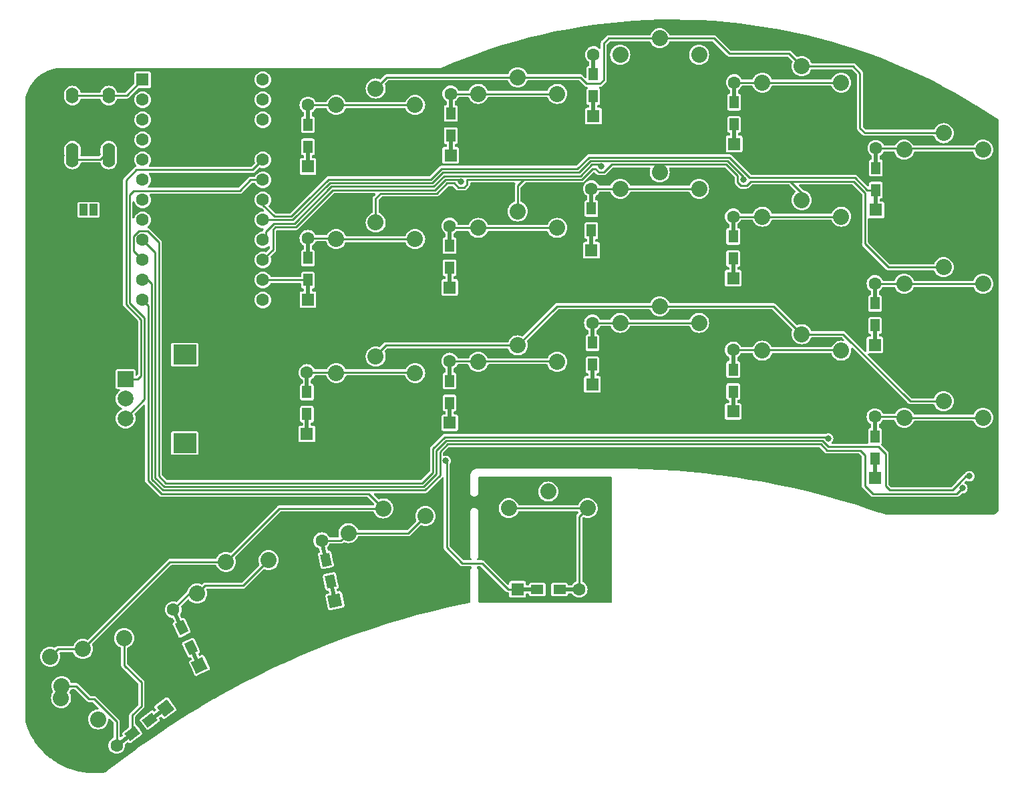
<source format=gbr>
G04 #@! TF.GenerationSoftware,KiCad,Pcbnew,7.0.2-6a45011f42~172~ubuntu20.04.1*
G04 #@! TF.CreationDate,2023-04-26T19:15:44+02:00*
G04 #@! TF.ProjectId,Pteron36v0,50746572-6f6e-4333-9676-302e6b696361,rev?*
G04 #@! TF.SameCoordinates,Original*
G04 #@! TF.FileFunction,Copper,L1,Top*
G04 #@! TF.FilePolarity,Positive*
%FSLAX46Y46*%
G04 Gerber Fmt 4.6, Leading zero omitted, Abs format (unit mm)*
G04 Created by KiCad (PCBNEW 7.0.2-6a45011f42~172~ubuntu20.04.1) date 2023-04-26 19:15:44*
%MOMM*%
%LPD*%
G01*
G04 APERTURE LIST*
G04 Aperture macros list*
%AMRotRect*
0 Rectangle, with rotation*
0 The origin of the aperture is its center*
0 $1 length*
0 $2 width*
0 $3 Rotation angle, in degrees counterclockwise*
0 Add horizontal line*
21,1,$1,$2,0,0,$3*%
G04 Aperture macros list end*
G04 #@! TA.AperFunction,SMDPad,CuDef*
%ADD10R,1.200000X1.600000*%
G04 #@! TD*
G04 #@! TA.AperFunction,SMDPad,CuDef*
%ADD11R,0.500000X2.900000*%
G04 #@! TD*
G04 #@! TA.AperFunction,ComponentPad*
%ADD12R,1.600000X1.600000*%
G04 #@! TD*
G04 #@! TA.AperFunction,ComponentPad*
%ADD13C,1.600000*%
G04 #@! TD*
G04 #@! TA.AperFunction,SMDPad,CuDef*
%ADD14RotRect,1.600000X1.200000X282.500000*%
G04 #@! TD*
G04 #@! TA.AperFunction,SMDPad,CuDef*
%ADD15RotRect,2.900000X0.500000X282.500000*%
G04 #@! TD*
G04 #@! TA.AperFunction,ComponentPad*
%ADD16RotRect,1.600000X1.600000X282.500000*%
G04 #@! TD*
G04 #@! TA.AperFunction,SMDPad,CuDef*
%ADD17RotRect,1.600000X1.200000X295.000000*%
G04 #@! TD*
G04 #@! TA.AperFunction,SMDPad,CuDef*
%ADD18RotRect,2.900000X0.500000X295.000000*%
G04 #@! TD*
G04 #@! TA.AperFunction,ComponentPad*
%ADD19RotRect,1.600000X1.600000X295.000000*%
G04 #@! TD*
G04 #@! TA.AperFunction,SMDPad,CuDef*
%ADD20RotRect,1.600000X1.200000X37.500000*%
G04 #@! TD*
G04 #@! TA.AperFunction,SMDPad,CuDef*
%ADD21RotRect,2.900000X0.500000X37.500000*%
G04 #@! TD*
G04 #@! TA.AperFunction,ComponentPad*
%ADD22RotRect,1.600000X1.600000X37.500000*%
G04 #@! TD*
G04 #@! TA.AperFunction,ComponentPad*
%ADD23O,1.600000X2.000000*%
G04 #@! TD*
G04 #@! TA.AperFunction,ComponentPad*
%ADD24C,2.032000*%
G04 #@! TD*
G04 #@! TA.AperFunction,SMDPad,CuDef*
%ADD25R,1.000000X1.500000*%
G04 #@! TD*
G04 #@! TA.AperFunction,SMDPad,CuDef*
%ADD26R,1.600000X1.200000*%
G04 #@! TD*
G04 #@! TA.AperFunction,SMDPad,CuDef*
%ADD27R,2.900000X0.500000*%
G04 #@! TD*
G04 #@! TA.AperFunction,ComponentPad*
%ADD28R,2.000000X2.000000*%
G04 #@! TD*
G04 #@! TA.AperFunction,ComponentPad*
%ADD29C,2.000000*%
G04 #@! TD*
G04 #@! TA.AperFunction,ComponentPad*
%ADD30R,3.000000X2.500000*%
G04 #@! TD*
G04 #@! TA.AperFunction,ViaPad*
%ADD31C,0.800000*%
G04 #@! TD*
G04 #@! TA.AperFunction,Conductor*
%ADD32C,0.250000*%
G04 #@! TD*
G04 APERTURE END LIST*
D10*
G04 #@! TO.P,D7,1,K*
G04 #@! TO.N,/Col1*
X225407000Y-63660328D03*
D11*
X225407000Y-64760328D03*
D12*
X225407000Y-66160328D03*
D13*
G04 #@! TO.P,D7,2,A*
G04 #@! TO.N,Net-(D7-Pad2)*
X225407000Y-58360328D03*
D11*
X225407000Y-59760328D03*
D10*
X225407000Y-60860328D03*
G04 #@! TD*
G04 #@! TO.P,D8,1,K*
G04 #@! TO.N,/Col1*
X225280000Y-80805328D03*
D11*
X225280000Y-81905328D03*
D12*
X225280000Y-83305328D03*
D13*
G04 #@! TO.P,D8,2,A*
G04 #@! TO.N,Net-(D8-Pad2)*
X225280000Y-75505328D03*
D11*
X225280000Y-76905328D03*
D10*
X225280000Y-78005328D03*
G04 #@! TD*
G04 #@! TO.P,D9,1,K*
G04 #@! TO.N,/Col1*
X225280000Y-97696328D03*
D11*
X225280000Y-98796328D03*
D12*
X225280000Y-100196328D03*
D13*
G04 #@! TO.P,D9,2,A*
G04 #@! TO.N,Net-(D9-Pad2)*
X225280000Y-92396328D03*
D11*
X225280000Y-93796328D03*
D10*
X225280000Y-94896328D03*
G04 #@! TD*
D14*
G04 #@! TO.P,D10,1,K*
G04 #@! TO.N,/Col1*
X156303015Y-113283428D03*
D15*
X156541099Y-114357354D03*
D16*
X156844114Y-115724168D03*
D13*
G04 #@! TO.P,D10,2,A*
G04 #@! TO.N,Net-(D10-Pad2)*
X155155886Y-108109060D03*
D15*
X155458901Y-109475874D03*
D14*
X155696985Y-110549800D03*
G04 #@! TD*
D10*
G04 #@! TO.P,D12,1,K*
G04 #@! TO.N,/Col2*
X207441000Y-55306998D03*
D11*
X207441000Y-56406998D03*
D12*
X207441000Y-57806998D03*
D13*
G04 #@! TO.P,D12,2,A*
G04 #@! TO.N,Net-(D12-Pad2)*
X207441000Y-50006998D03*
D11*
X207441000Y-51406998D03*
D10*
X207441000Y-52506998D03*
G04 #@! TD*
G04 #@! TO.P,D13,1,K*
G04 #@! TO.N,/Col2*
X207314000Y-72324998D03*
D11*
X207314000Y-73424998D03*
D12*
X207314000Y-74824998D03*
D13*
G04 #@! TO.P,D13,2,A*
G04 #@! TO.N,Net-(D13-Pad2)*
X207314000Y-67024998D03*
D11*
X207314000Y-68424998D03*
D10*
X207314000Y-69524998D03*
G04 #@! TD*
G04 #@! TO.P,D14,1,K*
G04 #@! TO.N,/Col2*
X207314000Y-89215998D03*
D11*
X207314000Y-90315998D03*
D12*
X207314000Y-91715998D03*
D13*
G04 #@! TO.P,D14,2,A*
G04 #@! TO.N,Net-(D14-Pad2)*
X207314000Y-83915998D03*
D11*
X207314000Y-85315998D03*
D10*
X207314000Y-86415998D03*
G04 #@! TD*
D17*
G04 #@! TO.P,D15,1,K*
G04 #@! TO.N,/Col2*
X138591666Y-121685441D03*
D18*
X139056546Y-122682379D03*
D19*
X139648211Y-123951210D03*
D13*
G04 #@! TO.P,D15,2,A*
G04 #@! TO.N,Net-(D15-Pad2)*
X136351789Y-116882010D03*
D18*
X136943454Y-118150841D03*
D17*
X137408334Y-119147779D03*
G04 #@! TD*
D10*
G04 #@! TO.P,D17,1,K*
G04 #@! TO.N,/Col3*
X189602000Y-51770664D03*
D11*
X189602000Y-52870664D03*
D12*
X189602000Y-54270664D03*
D13*
G04 #@! TO.P,D17,2,A*
G04 #@! TO.N,Net-(D17-Pad2)*
X189602000Y-46470664D03*
D11*
X189602000Y-47870664D03*
D10*
X189602000Y-48970664D03*
G04 #@! TD*
G04 #@! TO.P,D18,1,K*
G04 #@! TO.N,/Col3*
X189348000Y-68788664D03*
D11*
X189348000Y-69888664D03*
D12*
X189348000Y-71288664D03*
D13*
G04 #@! TO.P,D18,2,A*
G04 #@! TO.N,Net-(D18-Pad2)*
X189348000Y-63488664D03*
D11*
X189348000Y-64888664D03*
D10*
X189348000Y-65988664D03*
G04 #@! TD*
G04 #@! TO.P,D19,1,K*
G04 #@! TO.N,/Col3*
X189475000Y-85806664D03*
D11*
X189475000Y-86906664D03*
D12*
X189475000Y-88306664D03*
D13*
G04 #@! TO.P,D19,2,A*
G04 #@! TO.N,Net-(D19-Pad2)*
X189475000Y-80506664D03*
D11*
X189475000Y-81906664D03*
D10*
X189475000Y-83006664D03*
G04 #@! TD*
D20*
G04 #@! TO.P,D20,1,K*
G04 #@! TO.N,/Col3*
X133368495Y-130872134D03*
D21*
X134241183Y-130202496D03*
D22*
X135351878Y-129350230D03*
D13*
G04 #@! TO.P,D20,2,A*
G04 #@! TO.N,Net-(D20-Pad2)*
X129163722Y-134098570D03*
D21*
X130274417Y-133246304D03*
D20*
X131147105Y-132576666D03*
G04 #@! TD*
D10*
G04 #@! TO.P,D22,1,K*
G04 #@! TO.N,/Col4*
X171509000Y-56743330D03*
D11*
X171509000Y-57843330D03*
D12*
X171509000Y-59243330D03*
D13*
G04 #@! TO.P,D22,2,A*
G04 #@! TO.N,Net-(D22-Pad2)*
X171509000Y-51443330D03*
D11*
X171509000Y-52843330D03*
D10*
X171509000Y-53943330D03*
G04 #@! TD*
G04 #@! TO.P,D23,1,K*
G04 #@! TO.N,/Col4*
X171382000Y-73507330D03*
D11*
X171382000Y-74607330D03*
D12*
X171382000Y-76007330D03*
D13*
G04 #@! TO.P,D23,2,A*
G04 #@! TO.N,Net-(D23-Pad2)*
X171382000Y-68207330D03*
D11*
X171382000Y-69607330D03*
D10*
X171382000Y-70707330D03*
G04 #@! TD*
G04 #@! TO.P,D24,1,K*
G04 #@! TO.N,/Col4*
X171382000Y-90652330D03*
D11*
X171382000Y-91752330D03*
D12*
X171382000Y-93152330D03*
D13*
G04 #@! TO.P,D24,2,A*
G04 #@! TO.N,Net-(D24-Pad2)*
X171382000Y-85352330D03*
D11*
X171382000Y-86752330D03*
D10*
X171382000Y-87852330D03*
G04 #@! TD*
G04 #@! TO.P,D26,1,K*
G04 #@! TO.N,/Col5*
X153416000Y-58169000D03*
D11*
X153416000Y-59269000D03*
D12*
X153416000Y-60669000D03*
D13*
G04 #@! TO.P,D26,2,A*
G04 #@! TO.N,Net-(D26-Pad2)*
X153416000Y-52869000D03*
D11*
X153416000Y-54269000D03*
D10*
X153416000Y-55369000D03*
G04 #@! TD*
G04 #@! TO.P,D27,1,K*
G04 #@! TO.N,/Col5*
X153416000Y-75060000D03*
D11*
X153416000Y-76160000D03*
D12*
X153416000Y-77560000D03*
D13*
G04 #@! TO.P,D27,2,A*
G04 #@! TO.N,Net-(D27-Pad2)*
X153416000Y-69760000D03*
D11*
X153416000Y-71160000D03*
D10*
X153416000Y-72260000D03*
G04 #@! TD*
D23*
G04 #@! TO.P,J1,1*
G04 #@! TO.N,GND*
X123570000Y-59768980D03*
G04 #@! TO.P,J1,2*
X128170000Y-58668980D03*
G04 #@! TO.P,J1,3*
G04 #@! TO.N,VCC*
X128170000Y-54668980D03*
G04 #@! TO.P,J1,4*
G04 #@! TO.N,/Serial*
X128170000Y-51668980D03*
G04 #@! TD*
D24*
G04 #@! TO.P,SW8,1,1*
G04 #@! TO.N,/Row2*
X234000000Y-73433328D03*
G04 #@! TO.P,SW8,2,2*
G04 #@! TO.N,Net-(D8-Pad2)*
X239000000Y-75533328D03*
X229000000Y-75533328D03*
G04 #@! TD*
G04 #@! TO.P,SW9,1,1*
G04 #@! TO.N,/Row3*
X234000000Y-90433328D03*
G04 #@! TO.P,SW9,2,2*
G04 #@! TO.N,Net-(D9-Pad2)*
X239000000Y-92533328D03*
X229000000Y-92533328D03*
G04 #@! TD*
G04 #@! TO.P,SW13,1,1*
G04 #@! TO.N,/Row2*
X216000000Y-64933332D03*
G04 #@! TO.P,SW13,2,2*
G04 #@! TO.N,Net-(D13-Pad2)*
X221000000Y-67033332D03*
X211000000Y-67033332D03*
G04 #@! TD*
G04 #@! TO.P,SW14,1,1*
G04 #@! TO.N,/Row3*
X216000000Y-81933332D03*
G04 #@! TO.P,SW14,2,2*
G04 #@! TO.N,Net-(D14-Pad2)*
X221000000Y-84033332D03*
X211000000Y-84033332D03*
G04 #@! TD*
G04 #@! TO.P,SW15,1,1*
G04 #@! TO.N,/Row4*
X143006552Y-110819396D03*
G04 #@! TO.P,SW15,2,2*
G04 #@! TO.N,Net-(D15-Pad2)*
X148425590Y-110609551D03*
X139362512Y-114835734D03*
G04 #@! TD*
G04 #@! TO.P,SW20,1,1*
G04 #@! TO.N,/Row4*
X124881508Y-121862015D03*
G04 #@! TO.P,SW20,2,2*
G04 #@! TO.N,Net-(D20-Pad2)*
X130126673Y-120484250D03*
X122193140Y-126571864D03*
G04 #@! TD*
G04 #@! TO.P,SW22,1,1*
G04 #@! TO.N,/Row1*
X180000000Y-49349998D03*
G04 #@! TO.P,SW22,2,2*
G04 #@! TO.N,Net-(D22-Pad2)*
X185000000Y-51449998D03*
X175000000Y-51449998D03*
G04 #@! TD*
G04 #@! TO.P,SW23,1,1*
G04 #@! TO.N,/Row2*
X180000000Y-66349998D03*
G04 #@! TO.P,SW23,2,2*
G04 #@! TO.N,Net-(D23-Pad2)*
X185000000Y-68449998D03*
X175000000Y-68449998D03*
G04 #@! TD*
G04 #@! TO.P,SW24,1,1*
G04 #@! TO.N,/Row3*
X180000000Y-83349998D03*
G04 #@! TO.P,SW24,2,2*
G04 #@! TO.N,Net-(D24-Pad2)*
X185000000Y-85449998D03*
X175000000Y-85449998D03*
G04 #@! TD*
G04 #@! TO.P,SW26,1,1*
G04 #@! TO.N,/Row1*
X162000000Y-50766664D03*
G04 #@! TO.P,SW26,2,2*
G04 #@! TO.N,Net-(D26-Pad2)*
X167000000Y-52866664D03*
X157000000Y-52866664D03*
G04 #@! TD*
G04 #@! TO.P,SW27,1,1*
G04 #@! TO.N,/Row2*
X162000000Y-67766664D03*
G04 #@! TO.P,SW27,2,2*
G04 #@! TO.N,Net-(D27-Pad2)*
X167000000Y-69866664D03*
X157000000Y-69866664D03*
G04 #@! TD*
G04 #@! TO.P,SW28,1,1*
G04 #@! TO.N,/Row3*
X162000000Y-84766664D03*
G04 #@! TO.P,SW28,2,2*
G04 #@! TO.N,Net-(D28-Pad2)*
X167000000Y-86866664D03*
X157000000Y-86866664D03*
G04 #@! TD*
D12*
G04 #@! TO.P,U1,1,TX*
G04 #@! TO.N,/Serial*
X132461000Y-49657000D03*
D13*
G04 #@! TO.P,U1,2,RX*
G04 #@! TO.N,N/C*
X132461000Y-52197000D03*
G04 #@! TO.P,U1,3,GND*
G04 #@! TO.N,GND*
X132461000Y-54737000D03*
G04 #@! TO.P,U1,4,GND*
X132461000Y-57277000D03*
G04 #@! TO.P,U1,5,SCL*
G04 #@! TO.N,N/C*
X132461000Y-59817000D03*
G04 #@! TO.P,U1,6,SDA*
X132461000Y-62357000D03*
G04 #@! TO.P,U1,7,D4*
X132461000Y-64897000D03*
G04 #@! TO.P,U1,8,C6*
X132461000Y-67437000D03*
G04 #@! TO.P,U1,9,D7*
G04 #@! TO.N,/Row2*
X132461000Y-69977000D03*
G04 #@! TO.P,U1,10,E6*
G04 #@! TO.N,/Row1*
X132461000Y-72517000D03*
G04 #@! TO.P,U1,11,B4*
G04 #@! TO.N,/Row3*
X132461000Y-75057000D03*
G04 #@! TO.P,U1,12,B5*
G04 #@! TO.N,/Row4*
X132461000Y-77597000D03*
G04 #@! TO.P,U1,13,B6*
G04 #@! TO.N,N/C*
X147701000Y-77597000D03*
G04 #@! TO.P,U1,14,B2*
G04 #@! TO.N,/Col5*
X147701000Y-75057000D03*
G04 #@! TO.P,U1,15,B3*
G04 #@! TO.N,/Col4*
X147701000Y-72517000D03*
G04 #@! TO.P,U1,16,B1*
G04 #@! TO.N,/Col3*
X147701000Y-69977000D03*
G04 #@! TO.P,U1,17,F7*
G04 #@! TO.N,/Col2*
X147701000Y-67437000D03*
G04 #@! TO.P,U1,18,F6*
G04 #@! TO.N,/Col1*
X147701000Y-64897000D03*
G04 #@! TO.P,U1,19,F5*
G04 #@! TO.N,/RotB*
X147701000Y-62357000D03*
G04 #@! TO.P,U1,20,F4*
G04 #@! TO.N,/RotA*
X147701000Y-59817000D03*
G04 #@! TO.P,U1,21,VCC*
G04 #@! TO.N,VCC*
X147701000Y-57277000D03*
G04 #@! TO.P,U1,22,RST*
G04 #@! TO.N,Net-(JP1-Pad1)*
X147701000Y-54737000D03*
G04 #@! TO.P,U1,23,GND*
G04 #@! TO.N,GND*
X147701000Y-52197000D03*
G04 #@! TO.P,U1,24,RAW*
G04 #@! TO.N,N/C*
X147701000Y-49657000D03*
G04 #@! TD*
D24*
G04 #@! TO.P,SW7,1,1*
G04 #@! TO.N,/Row1*
X234000000Y-56433328D03*
G04 #@! TO.P,SW7,2,2*
G04 #@! TO.N,Net-(D7-Pad2)*
X239000000Y-58533328D03*
X229000000Y-58533328D03*
G04 #@! TD*
G04 #@! TO.P,SW12,1,1*
G04 #@! TO.N,/Row1*
X216000000Y-47933332D03*
G04 #@! TO.P,SW12,2,2*
G04 #@! TO.N,Net-(D12-Pad2)*
X221000000Y-50033332D03*
X211000000Y-50033332D03*
G04 #@! TD*
D10*
G04 #@! TO.P,D28,1,K*
G04 #@! TO.N,/Col5*
X153289000Y-92078000D03*
D11*
X153289000Y-93178000D03*
D12*
X153289000Y-94578000D03*
D13*
G04 #@! TO.P,D28,2,A*
G04 #@! TO.N,Net-(D28-Pad2)*
X153289000Y-86778000D03*
D11*
X153289000Y-88178000D03*
D10*
X153289000Y-89278000D03*
G04 #@! TD*
D24*
G04 #@! TO.P,SW17,1,1*
G04 #@! TO.N,/Row1*
X198000000Y-44391667D03*
G04 #@! TO.P,SW17,2,2*
G04 #@! TO.N,Net-(D17-Pad2)*
X203000000Y-46491667D03*
X193000000Y-46491667D03*
G04 #@! TD*
G04 #@! TO.P,SW19,1,1*
G04 #@! TO.N,/Row3*
X198000000Y-78391667D03*
G04 #@! TO.P,SW19,2,2*
G04 #@! TO.N,Net-(D19-Pad2)*
X203000000Y-80491667D03*
X193000000Y-80491667D03*
G04 #@! TD*
G04 #@! TO.P,SW18,1,1*
G04 #@! TO.N,/Row2*
X198000000Y-61391667D03*
G04 #@! TO.P,SW18,2,2*
G04 #@! TO.N,Net-(D18-Pad2)*
X203000000Y-63491667D03*
X193000000Y-63491667D03*
G04 #@! TD*
G04 #@! TO.P,SW10,1,1*
G04 #@! TO.N,/Row4*
X162973006Y-104031469D03*
G04 #@! TO.P,SW10,2,2*
G04 #@! TO.N,Net-(D10-Pad2)*
X168309010Y-104999492D03*
X158546049Y-107163888D03*
G04 #@! TD*
G04 #@! TO.P,SW2,1,1*
G04 #@! TO.N,/Row4*
X183868000Y-101899000D03*
G04 #@! TO.P,SW2,2,2*
G04 #@! TO.N,Net-(D1-Pad2)*
X188868000Y-103999000D03*
X178868000Y-103999000D03*
G04 #@! TD*
D25*
G04 #@! TO.P,JP1,1,1*
G04 #@! TO.N,Net-(JP1-Pad1)*
X126253000Y-66167000D03*
G04 #@! TO.P,JP1,2,2*
G04 #@! TO.N,GND*
X124953000Y-66167000D03*
G04 #@! TD*
D26*
G04 #@! TO.P,D1,1,K*
G04 #@! TO.N,/Col4*
X182496000Y-114300000D03*
D27*
X181396000Y-114300000D03*
D12*
X179996000Y-114300000D03*
D13*
G04 #@! TO.P,D1,2,A*
G04 #@! TO.N,Net-(D1-Pad2)*
X187796000Y-114300000D03*
D27*
X186396000Y-114300000D03*
D26*
X185296000Y-114300000D03*
G04 #@! TD*
D24*
G04 #@! TO.P,SW1,1,1*
G04 #@! TO.N,/Row4*
X120741450Y-122846527D03*
X126829064Y-130780060D03*
G04 #@! TO.P,SW1,2,2*
G04 #@! TO.N,Net-(D20-Pad2)*
X122119215Y-128091692D03*
G04 #@! TD*
D28*
G04 #@! TO.P,EN_1,A,A*
G04 #@! TO.N,/RotA*
X130302000Y-87630000D03*
D29*
G04 #@! TO.P,EN_1,B,B*
G04 #@! TO.N,/RotB*
X130302000Y-92630000D03*
G04 #@! TO.P,EN_1,C,C*
G04 #@! TO.N,GND*
X130302000Y-90130000D03*
D30*
G04 #@! TO.P,EN_1,MP*
G04 #@! TO.N,N/C*
X137802000Y-84530000D03*
X137802000Y-95730000D03*
G04 #@! TD*
D23*
G04 #@! TO.P,J2,1*
G04 #@! TO.N,GND*
X128170000Y-59768980D03*
G04 #@! TO.P,J2,2*
X123570000Y-58668980D03*
G04 #@! TO.P,J2,3*
G04 #@! TO.N,VCC*
X123570000Y-54668980D03*
G04 #@! TO.P,J2,4*
G04 #@! TO.N,/Serial*
X123570000Y-51668980D03*
G04 #@! TD*
D31*
G04 #@! TO.N,/Col2*
X208656347Y-62361653D03*
G04 #@! TO.N,/Col3*
X190627000Y-60667167D03*
G04 #@! TO.N,/Col4*
X170876460Y-98000000D03*
X172847000Y-62611000D03*
G04 #@! TO.N,/Row1*
X219354400Y-95161700D03*
G04 #@! TO.N,/Row2*
X237249300Y-99949000D03*
G04 #@! TO.N,/Row3*
X236372400Y-101473000D03*
G04 #@! TO.N,GND*
X124968000Y-66167000D03*
G04 #@! TO.N,Net-(JP1-Pad1)*
X126365000Y-66167000D03*
G04 #@! TD*
D32*
G04 #@! TO.N,/Col1*
X153411770Y-64897692D02*
X151321982Y-66987480D01*
X209423000Y-62103000D02*
X206813136Y-59493136D01*
X149156480Y-66987480D02*
X147701000Y-65532000D01*
X222758718Y-62103000D02*
X209423000Y-62103000D01*
X147701000Y-65532000D02*
X147701000Y-64897000D01*
X189045864Y-59493136D02*
X187579000Y-60960000D01*
X224316046Y-63660328D02*
X222758718Y-62103000D01*
X170308410Y-60960000D02*
X168969400Y-62299010D01*
X168969400Y-62299010D02*
X156009760Y-62299010D01*
X225407000Y-63660328D02*
X224316046Y-63660328D01*
X151321982Y-66987480D02*
X149156480Y-66987480D01*
X206813136Y-59493136D02*
X189045864Y-59493136D01*
X187579000Y-60960000D02*
X170308410Y-60960000D01*
X156009760Y-62299010D02*
X153411770Y-64897000D01*
X153411770Y-64897000D02*
X153411770Y-64897692D01*
G04 #@! TO.N,Net-(D7-Pad2)*
X225407000Y-58360328D02*
X228827000Y-58360328D01*
X228827000Y-58360328D02*
X229000000Y-58533328D01*
X225407000Y-58360328D02*
X238827000Y-58360328D01*
X238827000Y-58360328D02*
X239000000Y-58533328D01*
G04 #@! TO.N,Net-(D8-Pad2)*
X239000000Y-75533328D02*
X225308000Y-75533328D01*
X225308000Y-75533328D02*
X225280000Y-75505328D01*
G04 #@! TO.N,Net-(D9-Pad2)*
X225280000Y-92396328D02*
X228863000Y-92396328D01*
X228863000Y-92396328D02*
X229000000Y-92533328D01*
X229000000Y-92533328D02*
X239000000Y-92533328D01*
G04 #@! TO.N,Net-(D10-Pad2)*
X155155886Y-108109060D02*
X157600877Y-108109060D01*
X157600877Y-108109060D02*
X158546049Y-107163888D01*
X158546049Y-107163888D02*
X166144614Y-107163888D01*
X166144614Y-107163888D02*
X168309010Y-104999492D01*
G04 #@! TO.N,/Col2*
X189232754Y-59942656D02*
X187765401Y-61410009D01*
X208656347Y-62361653D02*
X208656347Y-61972757D01*
X187765401Y-61410009D02*
X170494810Y-61410010D01*
X151508180Y-67437000D02*
X147701000Y-67437000D01*
X208656347Y-61972757D02*
X206626246Y-59942656D01*
X170494810Y-61410010D02*
X169155801Y-62749019D01*
X169155801Y-62749019D02*
X156196160Y-62749020D01*
X156196160Y-62749020D02*
X151508180Y-67437000D01*
X206626246Y-59942656D02*
X189232754Y-59942656D01*
G04 #@! TO.N,Net-(D12-Pad2)*
X220973666Y-50006998D02*
X221000000Y-50033332D01*
X207441000Y-50006998D02*
X220973666Y-50006998D01*
X207441000Y-51406998D02*
X207441000Y-50006998D01*
G04 #@! TO.N,Net-(D13-Pad2)*
X211000000Y-67033332D02*
X207322334Y-67033332D01*
X221000000Y-67033332D02*
X211000000Y-67033332D01*
X207322334Y-67033332D02*
X207314000Y-67024998D01*
G04 #@! TO.N,Net-(D14-Pad2)*
X207314000Y-85315998D02*
X207314000Y-83915998D01*
X220882666Y-83915998D02*
X221000000Y-84033332D01*
X207314000Y-83915998D02*
X220882666Y-83915998D01*
G04 #@! TO.N,Net-(D15-Pad2)*
X138398065Y-114835734D02*
X139362512Y-114835734D01*
X145215406Y-113819735D02*
X148425590Y-110609551D01*
X140378511Y-113819735D02*
X145215406Y-113819735D01*
X139362512Y-114835734D02*
X140378511Y-113819735D01*
X136351789Y-116882010D02*
X138398065Y-114835734D01*
G04 #@! TO.N,/Col3*
X151695070Y-67886520D02*
X149131080Y-67886520D01*
X190352009Y-60392176D02*
X189420336Y-60392176D01*
X189420336Y-60392176D02*
X187952494Y-61860018D01*
X148056600Y-68961000D02*
X148056600Y-69621400D01*
X169083972Y-63199028D02*
X169083970Y-63199030D01*
X148056600Y-69621400D02*
X147701000Y-69977000D01*
X169342202Y-63199028D02*
X169083972Y-63199028D01*
X190627000Y-60667167D02*
X190352009Y-60392176D01*
X156382560Y-63199030D02*
X151695070Y-67886520D01*
X170681212Y-61860018D02*
X169342202Y-63199028D01*
X149131080Y-67886520D02*
X148056600Y-68961000D01*
X169083970Y-63199030D02*
X156382560Y-63199030D01*
X187952494Y-61860018D02*
X170681212Y-61860018D01*
G04 #@! TO.N,Net-(D17-Pad2)*
X192978997Y-46470664D02*
X193000000Y-46491667D01*
G04 #@! TO.N,Net-(D18-Pad2)*
X192996997Y-63488664D02*
X193000000Y-63491667D01*
X189348000Y-63488664D02*
X192996997Y-63488664D01*
X203000000Y-63491667D02*
X193000000Y-63491667D01*
G04 #@! TO.N,Net-(D19-Pad2)*
X189475000Y-80506664D02*
X202985003Y-80506664D01*
X202985003Y-80506664D02*
X203000000Y-80491667D01*
G04 #@! TO.N,Net-(D20-Pad2)*
X124031864Y-126571864D02*
X125660000Y-128200000D01*
X129163722Y-131063722D02*
X129163722Y-134098570D01*
X131147105Y-130252895D02*
X131147105Y-132576666D01*
X132300000Y-126100000D02*
X132300000Y-129100000D01*
X122193140Y-126571864D02*
X124031864Y-126571864D01*
X130126673Y-120484250D02*
X130126673Y-123926673D01*
X130126673Y-123926673D02*
X132300000Y-126100000D01*
X122193140Y-128017767D02*
X122119215Y-128091692D01*
X121426488Y-126571864D02*
X122193140Y-126571864D01*
X122193140Y-126571864D02*
X122193140Y-128017767D01*
X132300000Y-129100000D02*
X131147105Y-130252895D01*
X126300000Y-128200000D02*
X129163722Y-131063722D01*
X125660000Y-128200000D02*
X126300000Y-128200000D01*
G04 #@! TO.N,/Col4*
X171000000Y-109000000D02*
X173000000Y-111000000D01*
X173000000Y-111000000D02*
X175500000Y-111000000D01*
X148971359Y-68681959D02*
X148971359Y-71246641D01*
X170867612Y-62310028D02*
X172546028Y-62310028D01*
X148971359Y-71246641D02*
X147701000Y-72517000D01*
X149301918Y-68351400D02*
X148971359Y-68681959D01*
X172546028Y-62310028D02*
X172847000Y-62611000D01*
X170876460Y-98000000D02*
X171000000Y-98123540D01*
X169528600Y-63649040D02*
X170867612Y-62310028D01*
X171000000Y-98123540D02*
X171000000Y-109000000D01*
X168043040Y-63649040D02*
X169291000Y-63649040D01*
X168043040Y-63649040D02*
X169528600Y-63649040D01*
X169291000Y-63649040D02*
X169440040Y-63649040D01*
X175500000Y-111000000D02*
X178800000Y-114300000D01*
X156568960Y-63649040D02*
X151866600Y-68351400D01*
X151866600Y-68351400D02*
X149301918Y-68351400D01*
X178800000Y-114300000D02*
X179996000Y-114300000D01*
X168043040Y-63649040D02*
X156568960Y-63649040D01*
G04 #@! TO.N,Net-(D22-Pad2)*
X171509000Y-51443330D02*
X184993332Y-51443330D01*
X184993332Y-51443330D02*
X185000000Y-51449998D01*
G04 #@! TO.N,Net-(D23-Pad2)*
X185000000Y-68449998D02*
X175000000Y-68449998D01*
X171624668Y-68449998D02*
X171382000Y-68207330D01*
X175000000Y-68449998D02*
X171624668Y-68449998D01*
G04 #@! TO.N,Net-(D24-Pad2)*
X184902332Y-85352330D02*
X185000000Y-85449998D01*
X171382000Y-85352330D02*
X184902332Y-85352330D01*
G04 #@! TO.N,/Col5*
X147701000Y-75057000D02*
X153413000Y-75057000D01*
X153413000Y-75057000D02*
X153416000Y-75060000D01*
G04 #@! TO.N,Net-(D26-Pad2)*
X157000000Y-52866664D02*
X167000000Y-52866664D01*
X153416000Y-52869000D02*
X156997664Y-52869000D01*
X156997664Y-52869000D02*
X157000000Y-52866664D01*
G04 #@! TO.N,Net-(D27-Pad2)*
X157000000Y-69866664D02*
X167000000Y-69866664D01*
X156893336Y-69760000D02*
X157000000Y-69866664D01*
X153416000Y-69760000D02*
X156893336Y-69760000D01*
X153416000Y-71160000D02*
X153416000Y-69760000D01*
G04 #@! TO.N,Net-(D28-Pad2)*
X166911336Y-86778000D02*
X167000000Y-86866664D01*
X153289000Y-86778000D02*
X166911336Y-86778000D01*
G04 #@! TO.N,/Row1*
X190456686Y-50165000D02*
X190906400Y-49715286D01*
X223393000Y-48818800D02*
X223393000Y-55778400D01*
X169252909Y-99475655D02*
X169252909Y-96475656D01*
X198000000Y-44391667D02*
X204868867Y-44391667D01*
X135500000Y-100820280D02*
X167892924Y-100820280D01*
X214396268Y-46329600D02*
X216000000Y-47933332D01*
X224002600Y-56388000D02*
X233954672Y-56388000D01*
X169252909Y-96475656D02*
X170757964Y-94970600D01*
X219163300Y-94970600D02*
X219354400Y-95161700D01*
X170757964Y-94970600D02*
X217779600Y-94970600D01*
X217779600Y-94970600D02*
X217984236Y-94970600D01*
X131335999Y-69511701D02*
X131995211Y-68852489D01*
X222507532Y-47933332D02*
X223393000Y-48818800D01*
X133063689Y-68852489D02*
X134510720Y-70299520D01*
X131335999Y-71391999D02*
X131335999Y-69511701D01*
X167900604Y-100827960D02*
X169252909Y-99475655D01*
X190906400Y-49715286D02*
X190906400Y-45008800D01*
X216000000Y-47933332D02*
X222507532Y-47933332D01*
X135492320Y-100812600D02*
X135500000Y-100820280D01*
X187932312Y-49349998D02*
X188747314Y-50165000D01*
X131995211Y-68852489D02*
X133063689Y-68852489D01*
X135382000Y-100812600D02*
X135492320Y-100812600D01*
X180000000Y-49349998D02*
X187932312Y-49349998D01*
X233954672Y-56388000D02*
X234000000Y-56433328D01*
X134510720Y-99941320D02*
X135382000Y-100812600D01*
X167892924Y-100820280D02*
X167900604Y-100827960D01*
X188747314Y-50165000D02*
X190456686Y-50165000D01*
X223393000Y-55778400D02*
X224002600Y-56388000D01*
X180000000Y-49349998D02*
X163416666Y-49349998D01*
X132461000Y-72517000D02*
X131335999Y-71391999D01*
X217779600Y-94970600D02*
X219163300Y-94970600D01*
X134510720Y-70299520D02*
X134510720Y-99941320D01*
X204868867Y-44391667D02*
X206806800Y-46329600D01*
X163416666Y-49349998D02*
X162000000Y-50766664D01*
X191523533Y-44391667D02*
X198000000Y-44391667D01*
X206806800Y-46329600D02*
X214396268Y-46329600D01*
X190906400Y-45008800D02*
X191523533Y-44391667D01*
G04 #@! TO.N,/Row2*
X218603566Y-95435480D02*
X170928802Y-95435480D01*
X207899000Y-62077600D02*
X207899000Y-62677308D01*
X134061200Y-71577200D02*
X132461000Y-69977000D01*
X162000000Y-67766664D02*
X162000000Y-64720400D01*
X207899000Y-62677308D02*
X208308346Y-63086654D01*
X162621840Y-64098560D02*
X169715490Y-64098560D01*
X169702429Y-96661853D02*
X169702429Y-99661853D01*
X198000000Y-61034176D02*
X198000000Y-61391667D01*
X173609000Y-62922002D02*
X173609000Y-62357000D01*
X169702429Y-99661853D02*
X168086802Y-101277480D01*
X188138203Y-62310027D02*
X180801028Y-62310028D01*
X171054012Y-62760038D02*
X171923036Y-62760038D01*
X197358000Y-60392176D02*
X191926605Y-60392176D01*
X235965641Y-100855145D02*
X235086106Y-101734680D01*
X237249300Y-99949000D02*
X236854282Y-99949000D01*
X216000000Y-63981000D02*
X216000000Y-64933332D01*
X224028000Y-70485000D02*
X226976328Y-73433328D01*
X189865000Y-60934600D02*
X189513630Y-60934600D01*
X214572010Y-62553010D02*
X222573010Y-62553010D01*
X135923080Y-101277480D02*
X135915400Y-101269800D01*
X197358000Y-60392176D02*
X198000000Y-61034176D01*
X170928802Y-95435480D02*
X169702429Y-96661853D01*
X207899000Y-61851128D02*
X207899000Y-62077600D01*
X180000000Y-66349998D02*
X180000000Y-63111056D01*
X222573010Y-62553010D02*
X224028000Y-64008000D01*
X189513630Y-60934600D02*
X188138203Y-62310027D01*
X235086106Y-101734680D02*
X227159880Y-101734680D01*
X162000000Y-64720400D02*
X162621840Y-64098560D01*
X214572010Y-62553010D02*
X216000000Y-63981000D01*
X173609000Y-62357000D02*
X173655972Y-62310028D01*
X227159880Y-101734680D02*
X226618800Y-101193600D01*
X219383286Y-96215200D02*
X218603566Y-95435480D01*
X171923036Y-62760038D02*
X172498999Y-63336001D01*
X134061200Y-100127518D02*
X134061200Y-71577200D01*
X236854282Y-99949000D02*
X235965641Y-100837641D01*
X226618800Y-97078800D02*
X225755200Y-96215200D01*
X206440048Y-60392176D02*
X207899000Y-61851128D01*
X190927104Y-61391678D02*
X190322078Y-61391678D01*
X135203482Y-101269800D02*
X134061200Y-100127518D01*
X226976328Y-73433328D02*
X234000000Y-73433328D01*
X191926605Y-60392176D02*
X190927104Y-61391678D01*
X209004348Y-63086654D02*
X209537992Y-62553010D01*
X172498999Y-63336001D02*
X173195001Y-63336001D01*
X169715490Y-64098560D02*
X171054012Y-62760038D01*
X209537992Y-62553010D02*
X214572010Y-62553010D01*
X197358000Y-60392176D02*
X206440048Y-60392176D01*
X173655972Y-62310028D02*
X180801028Y-62310028D01*
X208308346Y-63086654D02*
X209004348Y-63086654D01*
X173195001Y-63336001D02*
X173609000Y-62922002D01*
X190322078Y-61391678D02*
X189865000Y-60934600D01*
X235965641Y-100837641D02*
X235965641Y-100855145D01*
X168086802Y-101277480D02*
X135923080Y-101277480D01*
X180000000Y-63111056D02*
X180801028Y-62310028D01*
X135915400Y-101269800D02*
X135203482Y-101269800D01*
X224028000Y-64008000D02*
X224028000Y-70485000D01*
X225755200Y-96215200D02*
X219383286Y-96215200D01*
X226618800Y-101193600D02*
X226618800Y-97078800D01*
G04 #@! TO.N,/Row3*
X184958331Y-78391667D02*
X198000000Y-78391667D01*
X224002600Y-97256600D02*
X223410720Y-96664720D01*
X133611680Y-75572680D02*
X133611680Y-100313715D01*
X162000000Y-84634000D02*
X163284002Y-83349998D01*
X172115000Y-95885000D02*
X171115000Y-95885000D01*
X219197088Y-96664720D02*
X218417368Y-95885000D01*
X135024964Y-101727000D02*
X168273000Y-101727000D01*
X223410720Y-96664720D02*
X219197088Y-96664720D01*
X236372400Y-101473000D02*
X235661200Y-102184200D01*
X180000000Y-83349998D02*
X184958331Y-78391667D01*
X221252332Y-81933332D02*
X229752328Y-90433328D01*
X168273000Y-101727000D02*
X170151949Y-99848051D01*
X229752328Y-90433328D02*
X234000000Y-90433328D01*
X170151949Y-96848051D02*
X171115000Y-95885000D01*
X132461000Y-75057000D02*
X133096000Y-75057000D01*
X133096000Y-75057000D02*
X133611680Y-75572680D01*
X163284002Y-83349998D02*
X180000000Y-83349998D01*
X224447225Y-101612575D02*
X224002600Y-101167950D01*
X224447225Y-101612825D02*
X224447225Y-101612575D01*
X198000000Y-78391667D02*
X212458335Y-78391667D01*
X162000000Y-84766664D02*
X162000000Y-84634000D01*
X224002600Y-101167950D02*
X224002600Y-97256600D01*
X235661200Y-102184200D02*
X225018600Y-102184200D01*
X133611680Y-100313715D02*
X135024964Y-101727000D01*
X212458335Y-78391667D02*
X216000000Y-81933332D01*
X216000000Y-81933332D02*
X221252332Y-81933332D01*
X225018600Y-102184200D02*
X224447225Y-101612825D01*
X218417368Y-95885000D02*
X172115000Y-95885000D01*
X170151949Y-99848051D02*
X170151949Y-96848051D01*
G04 #@! TO.N,/Row4*
X149794479Y-104031469D02*
X162973006Y-104031469D01*
X124881508Y-121862015D02*
X121725962Y-121862015D01*
X124881508Y-121862015D02*
X135924127Y-110819396D01*
X161118547Y-102177010D02*
X162973006Y-104031469D01*
X143006552Y-110819396D02*
X149794479Y-104031469D01*
X133653723Y-100991477D02*
X134839256Y-102177010D01*
X132461000Y-77597000D02*
X133162160Y-78298160D01*
X135924127Y-110819396D02*
X143006552Y-110819396D01*
X133162160Y-78298160D02*
X133162160Y-100499913D01*
X133162160Y-100499913D02*
X133653723Y-100991477D01*
X135211390Y-102177010D02*
X161118547Y-102177010D01*
X134839256Y-102177010D02*
X135211390Y-102177010D01*
X121725962Y-121862015D02*
X120741450Y-122846527D01*
G04 #@! TO.N,/Serial*
X128170000Y-51668980D02*
X130449020Y-51668980D01*
X123570000Y-51668980D02*
X128170000Y-51668980D01*
X130449020Y-51668980D02*
X132461000Y-49657000D01*
G04 #@! TO.N,VCC*
X123570000Y-54668980D02*
X128170000Y-54668980D01*
G04 #@! TO.N,GND*
X123570000Y-59768980D02*
X127070000Y-59768980D01*
X127070000Y-59768980D02*
X128170000Y-58668980D01*
G04 #@! TO.N,/RotB*
X132712640Y-90219360D02*
X132712640Y-79880640D01*
X131318000Y-63754000D02*
X144780000Y-63754000D01*
X144780000Y-63754000D02*
X146177000Y-62357000D01*
X146177000Y-62357000D02*
X147701000Y-62357000D01*
X130302000Y-92630000D02*
X132712640Y-90219360D01*
X130810000Y-64262000D02*
X131318000Y-63754000D01*
X132712640Y-79880640D02*
X130810000Y-77978000D01*
X130810000Y-77978000D02*
X130810000Y-64262000D01*
G04 #@! TO.N,/RotA*
X132263120Y-87192880D02*
X132263120Y-80066838D01*
X130302000Y-87630000D02*
X131826000Y-87630000D01*
X131826000Y-87630000D02*
X132263120Y-87192880D01*
X146431000Y-61087000D02*
X147701000Y-59817000D01*
X130360480Y-62425520D02*
X131699000Y-61087000D01*
X130360480Y-78164197D02*
X130360480Y-62425520D01*
X131699000Y-61087000D02*
X146431000Y-61087000D01*
X132263120Y-80066838D02*
X130360480Y-78164197D01*
G04 #@! TO.N,Net-(D1-Pad2)*
X188868000Y-103999000D02*
X187796000Y-105071000D01*
X178868000Y-103999000D02*
X188868000Y-103999000D01*
X187796000Y-105071000D02*
X187796000Y-114300000D01*
G04 #@! TD*
G04 #@! TA.AperFunction,Conductor*
G04 #@! TO.N,VCC*
G36*
X199759793Y-42023905D02*
G01*
X201442234Y-42045439D01*
X201445045Y-42045508D01*
X203126595Y-42105609D01*
X203129382Y-42105741D01*
X204809012Y-42204371D01*
X204811848Y-42204570D01*
X206488860Y-42341687D01*
X206491572Y-42341940D01*
X208165034Y-42517473D01*
X208167869Y-42517803D01*
X209836761Y-42731641D01*
X209839534Y-42732028D01*
X211503126Y-42984077D01*
X211505874Y-42984525D01*
X213163262Y-43274650D01*
X213166096Y-43275180D01*
X214816369Y-43603218D01*
X214819076Y-43603789D01*
X216461407Y-43969577D01*
X216464138Y-43970218D01*
X218097671Y-44373568D01*
X218100365Y-44374266D01*
X219724223Y-44814959D01*
X219726993Y-44815745D01*
X221340253Y-45293531D01*
X221342927Y-45294356D01*
X222752151Y-45747106D01*
X222944836Y-45809011D01*
X222947576Y-45809926D01*
X224537280Y-46361175D01*
X224539912Y-46362122D01*
X226116556Y-46949670D01*
X226119212Y-46950695D01*
X227681947Y-47574225D01*
X227684536Y-47575292D01*
X229018641Y-48143390D01*
X229232575Y-48234489D01*
X229235220Y-48235651D01*
X230767766Y-48930176D01*
X230770314Y-48931366D01*
X232286488Y-49660822D01*
X232289031Y-49662082D01*
X233788141Y-50426133D01*
X233790620Y-50427433D01*
X234614386Y-50871362D01*
X235271744Y-51225613D01*
X235274271Y-51227012D01*
X236736775Y-52058975D01*
X236739262Y-52060428D01*
X238116775Y-52886409D01*
X238182218Y-52925650D01*
X238184675Y-52927162D01*
X239607439Y-53825251D01*
X239609791Y-53826773D01*
X240945381Y-54713294D01*
X240991075Y-54767632D01*
X241001700Y-54818273D01*
X241001700Y-103956012D01*
X241001093Y-103968363D01*
X240985836Y-104123262D01*
X240981018Y-104147486D01*
X240937638Y-104290493D01*
X240928185Y-104313315D01*
X240857741Y-104445104D01*
X240844018Y-104465641D01*
X240749219Y-104581154D01*
X240731754Y-104598619D01*
X240616241Y-104693418D01*
X240595704Y-104707141D01*
X240463915Y-104777585D01*
X240441093Y-104787038D01*
X240298086Y-104830418D01*
X240273862Y-104835236D01*
X240137138Y-104848702D01*
X240118961Y-104850493D01*
X240106613Y-104851100D01*
X226746254Y-104851100D01*
X226704502Y-104843981D01*
X225905305Y-104563296D01*
X225837625Y-104539526D01*
X225837624Y-104539526D01*
X224044097Y-103945972D01*
X222916177Y-103595276D01*
X222240097Y-103385067D01*
X220426213Y-102856993D01*
X219917225Y-102718781D01*
X218603043Y-102361924D01*
X217119912Y-101987955D01*
X216771190Y-101900025D01*
X214931256Y-101471446D01*
X213083847Y-101076329D01*
X211229571Y-100714804D01*
X210712202Y-100623647D01*
X209369039Y-100386990D01*
X207684243Y-100121570D01*
X207502866Y-100092996D01*
X205631663Y-99832918D01*
X205374599Y-99801932D01*
X203756047Y-99606840D01*
X201876639Y-99414840D01*
X200166366Y-99271428D01*
X199994058Y-99256980D01*
X198108921Y-99133310D01*
X196221849Y-99043873D01*
X194333465Y-98988697D01*
X192444390Y-98967800D01*
X192444389Y-98967800D01*
X191499957Y-98974500D01*
X175008285Y-98974500D01*
X175000000Y-98974500D01*
X174910280Y-98974500D01*
X174733567Y-99005660D01*
X174733566Y-99005660D01*
X174733562Y-99005661D01*
X174564951Y-99067030D01*
X174409552Y-99156750D01*
X174272091Y-99272091D01*
X174156750Y-99409552D01*
X174067030Y-99564951D01*
X174005661Y-99733562D01*
X174005660Y-99733566D01*
X174005660Y-99733567D01*
X173974500Y-99910280D01*
X173974500Y-99994928D01*
X173974500Y-101991715D01*
X173974500Y-102000000D01*
X173974500Y-102069183D01*
X174010312Y-102202836D01*
X174010313Y-102202837D01*
X174079496Y-102322667D01*
X174177332Y-102420503D01*
X174177334Y-102420504D01*
X174177335Y-102420505D01*
X174297164Y-102489688D01*
X174430817Y-102525500D01*
X174430818Y-102525500D01*
X174569182Y-102525500D01*
X174569183Y-102525500D01*
X174702836Y-102489688D01*
X174822665Y-102420505D01*
X174920505Y-102322665D01*
X174989688Y-102202836D01*
X175025500Y-102069183D01*
X175025500Y-102000000D01*
X175025500Y-101991715D01*
X175025500Y-101898999D01*
X182592647Y-101898999D01*
X182612022Y-102120467D01*
X182634094Y-102202837D01*
X182669560Y-102335196D01*
X182726456Y-102457210D01*
X182763512Y-102536678D01*
X182891025Y-102718784D01*
X183048215Y-102875974D01*
X183230321Y-103003487D01*
X183230322Y-103003487D01*
X183230323Y-103003488D01*
X183431804Y-103097440D01*
X183582739Y-103137883D01*
X183646532Y-103154977D01*
X183646533Y-103154977D01*
X183646537Y-103154978D01*
X183868000Y-103174353D01*
X184089463Y-103154978D01*
X184304196Y-103097440D01*
X184505677Y-103003488D01*
X184687781Y-102875977D01*
X184844977Y-102718781D01*
X184972488Y-102536677D01*
X185066440Y-102335196D01*
X185123978Y-102120463D01*
X185143353Y-101899000D01*
X185123978Y-101677537D01*
X185066440Y-101462804D01*
X184972488Y-101261324D01*
X184968030Y-101254958D01*
X184844974Y-101079215D01*
X184687784Y-100922025D01*
X184505678Y-100794512D01*
X184435117Y-100761609D01*
X184304196Y-100700560D01*
X184276732Y-100693201D01*
X184089467Y-100643022D01*
X183868000Y-100623647D01*
X183646532Y-100643022D01*
X183431807Y-100700559D01*
X183431806Y-100700559D01*
X183431804Y-100700560D01*
X183414865Y-100708459D01*
X183230322Y-100794512D01*
X183048215Y-100922025D01*
X182891025Y-101079215D01*
X182763512Y-101261322D01*
X182709917Y-101376259D01*
X182678476Y-101443685D01*
X182669559Y-101462807D01*
X182612022Y-101677532D01*
X182592647Y-101898999D01*
X175025500Y-101898999D01*
X175025500Y-100151500D01*
X175045502Y-100083379D01*
X175099158Y-100036886D01*
X175151500Y-100025500D01*
X191848500Y-100025500D01*
X191916621Y-100045502D01*
X191963114Y-100099158D01*
X191974500Y-100151500D01*
X191974500Y-115848500D01*
X191954498Y-115916621D01*
X191900842Y-115963114D01*
X191848500Y-115974500D01*
X175151500Y-115974500D01*
X175083379Y-115954498D01*
X175036886Y-115900842D01*
X175025500Y-115848500D01*
X175025500Y-111930818D01*
X175023642Y-111923883D01*
X174989688Y-111797164D01*
X174920505Y-111677335D01*
X174920504Y-111677334D01*
X174920503Y-111677332D01*
X174837766Y-111594595D01*
X174803740Y-111532283D01*
X174808805Y-111461468D01*
X174851352Y-111404632D01*
X174917872Y-111379821D01*
X174926861Y-111379500D01*
X175290616Y-111379500D01*
X175358737Y-111399502D01*
X175379711Y-111416405D01*
X178494581Y-114531275D01*
X178510966Y-114551450D01*
X178516932Y-114560582D01*
X178542141Y-114580203D01*
X178553842Y-114590537D01*
X178553881Y-114590576D01*
X178553884Y-114590578D01*
X178553887Y-114590581D01*
X178570999Y-114602799D01*
X178575142Y-114605889D01*
X178623234Y-114643320D01*
X178623296Y-114643352D01*
X178631017Y-114645650D01*
X178631021Y-114645653D01*
X178681743Y-114660752D01*
X178686607Y-114662311D01*
X178736673Y-114679500D01*
X178736675Y-114679500D01*
X178744280Y-114682111D01*
X178744369Y-114682124D01*
X178752408Y-114681791D01*
X178752410Y-114681792D01*
X178802002Y-114679741D01*
X178805225Y-114679608D01*
X178810431Y-114679500D01*
X178815501Y-114679500D01*
X178883622Y-114699502D01*
X178930115Y-114753158D01*
X178941501Y-114805500D01*
X178941501Y-115125068D01*
X178956265Y-115199300D01*
X179012515Y-115283484D01*
X179068765Y-115321068D01*
X179096699Y-115339734D01*
X179170933Y-115354500D01*
X180821066Y-115354499D01*
X180821068Y-115354499D01*
X180870555Y-115344655D01*
X180895301Y-115339734D01*
X180979484Y-115283484D01*
X181035734Y-115199301D01*
X181050500Y-115125067D01*
X181050499Y-114930498D01*
X181070501Y-114862379D01*
X181124156Y-114815886D01*
X181176499Y-114804499D01*
X181315501Y-114804499D01*
X181383622Y-114824501D01*
X181430115Y-114878157D01*
X181437730Y-114913164D01*
X181439080Y-114912896D01*
X181456265Y-114999300D01*
X181512515Y-115083484D01*
X181568765Y-115121068D01*
X181596699Y-115139734D01*
X181670933Y-115154500D01*
X183321066Y-115154499D01*
X183321068Y-115154499D01*
X183370555Y-115144655D01*
X183395301Y-115139734D01*
X183479484Y-115083484D01*
X183535734Y-114999301D01*
X183550500Y-114925067D01*
X183550499Y-113674934D01*
X183550499Y-113674933D01*
X183550499Y-113674931D01*
X183535734Y-113600699D01*
X183479484Y-113516515D01*
X183395301Y-113460266D01*
X183395296Y-113460265D01*
X183321067Y-113445500D01*
X183321066Y-113445500D01*
X181670931Y-113445500D01*
X181596699Y-113460265D01*
X181512515Y-113516515D01*
X181456266Y-113600698D01*
X181439079Y-113687105D01*
X181436482Y-113686588D01*
X181421498Y-113737621D01*
X181367842Y-113784114D01*
X181315500Y-113795500D01*
X181176499Y-113795500D01*
X181108378Y-113775498D01*
X181061885Y-113721842D01*
X181050499Y-113669500D01*
X181050499Y-113474931D01*
X181035734Y-113400699D01*
X180979484Y-113316515D01*
X180895301Y-113260266D01*
X180895296Y-113260265D01*
X180821067Y-113245500D01*
X180821066Y-113245500D01*
X179170931Y-113245500D01*
X179096699Y-113260265D01*
X179012515Y-113316515D01*
X178956266Y-113400698D01*
X178941500Y-113474933D01*
X178941500Y-113600615D01*
X178921498Y-113668736D01*
X178867842Y-113715229D01*
X178797568Y-113725333D01*
X178732988Y-113695839D01*
X178726405Y-113689710D01*
X175805418Y-110768724D01*
X175789030Y-110748544D01*
X175783067Y-110739417D01*
X175757855Y-110719793D01*
X175746153Y-110709458D01*
X175746117Y-110709422D01*
X175729032Y-110697223D01*
X175724863Y-110694114D01*
X175699981Y-110674749D01*
X175683119Y-110661625D01*
X175683117Y-110661624D01*
X175676767Y-110656682D01*
X175676692Y-110656643D01*
X175618311Y-110639262D01*
X175613353Y-110637673D01*
X175555722Y-110617888D01*
X175555630Y-110617875D01*
X175494786Y-110620392D01*
X175489579Y-110620500D01*
X174926861Y-110620500D01*
X174858740Y-110600498D01*
X174812247Y-110546842D01*
X174802143Y-110476568D01*
X174831637Y-110411988D01*
X174837766Y-110405405D01*
X174920503Y-110322667D01*
X174920502Y-110322667D01*
X174920505Y-110322665D01*
X174989688Y-110202836D01*
X175025500Y-110069183D01*
X175025500Y-110000000D01*
X175025500Y-109991715D01*
X175025500Y-104494928D01*
X175025500Y-104430817D01*
X174989688Y-104297164D01*
X174920505Y-104177335D01*
X174920504Y-104177334D01*
X174920503Y-104177332D01*
X174822667Y-104079496D01*
X174739479Y-104031468D01*
X174702836Y-104010312D01*
X174660615Y-103998999D01*
X177592647Y-103998999D01*
X177612022Y-104220467D01*
X177654017Y-104377190D01*
X177669560Y-104435196D01*
X177704002Y-104509057D01*
X177763512Y-104636678D01*
X177891025Y-104818784D01*
X178048215Y-104975974D01*
X178048218Y-104975976D01*
X178048219Y-104975977D01*
X178094585Y-105008443D01*
X178230321Y-105103487D01*
X178230322Y-105103487D01*
X178230323Y-105103488D01*
X178431804Y-105197440D01*
X178582739Y-105237883D01*
X178646532Y-105254977D01*
X178646533Y-105254977D01*
X178646537Y-105254978D01*
X178868000Y-105274353D01*
X179089463Y-105254978D01*
X179304196Y-105197440D01*
X179505677Y-105103488D01*
X179687781Y-104975977D01*
X179844977Y-104818781D01*
X179972488Y-104636677D01*
X180058953Y-104451249D01*
X180105870Y-104397965D01*
X180173148Y-104378500D01*
X187562851Y-104378500D01*
X187630972Y-104398502D01*
X187677046Y-104451250D01*
X187704002Y-104509057D01*
X187714663Y-104579248D01*
X187685683Y-104644061D01*
X187678902Y-104651402D01*
X187564724Y-104765580D01*
X187544550Y-104781964D01*
X187535419Y-104787930D01*
X187515792Y-104813146D01*
X187505463Y-104824842D01*
X187505418Y-104824886D01*
X187493212Y-104841981D01*
X187490105Y-104846148D01*
X187452691Y-104894218D01*
X187452638Y-104894322D01*
X187435259Y-104952695D01*
X187433672Y-104957650D01*
X187413889Y-105015278D01*
X187413875Y-105015374D01*
X187416391Y-105076214D01*
X187416499Y-105081420D01*
X187416500Y-113231640D01*
X187396498Y-113299761D01*
X187349896Y-113342762D01*
X187207317Y-113418972D01*
X187046747Y-113550747D01*
X186914972Y-113711317D01*
X186905575Y-113728898D01*
X186855822Y-113779545D01*
X186794454Y-113795500D01*
X186476499Y-113795500D01*
X186408378Y-113775498D01*
X186361885Y-113721842D01*
X186354270Y-113686835D01*
X186352920Y-113687104D01*
X186335734Y-113600699D01*
X186279484Y-113516515D01*
X186195301Y-113460266D01*
X186195296Y-113460265D01*
X186121067Y-113445500D01*
X186121066Y-113445500D01*
X184470931Y-113445500D01*
X184396699Y-113460265D01*
X184312515Y-113516515D01*
X184256266Y-113600698D01*
X184241500Y-113674933D01*
X184241500Y-114925068D01*
X184256265Y-114999300D01*
X184312515Y-115083484D01*
X184368765Y-115121068D01*
X184396699Y-115139734D01*
X184470933Y-115154500D01*
X186121066Y-115154499D01*
X186121068Y-115154499D01*
X186170555Y-115144655D01*
X186195301Y-115139734D01*
X186279484Y-115083484D01*
X186335734Y-114999301D01*
X186350500Y-114925067D01*
X186350499Y-114925064D01*
X186352921Y-114912894D01*
X186355517Y-114913410D01*
X186370502Y-114862378D01*
X186424158Y-114815885D01*
X186476500Y-114804499D01*
X186794454Y-114804499D01*
X186862575Y-114824501D01*
X186905576Y-114871103D01*
X186914972Y-114888682D01*
X187046747Y-115049252D01*
X187207316Y-115181027D01*
X187207317Y-115181027D01*
X187390508Y-115278945D01*
X187589282Y-115339242D01*
X187744189Y-115354499D01*
X187795999Y-115359602D01*
X187795999Y-115359601D01*
X187796000Y-115359602D01*
X188002718Y-115339242D01*
X188201492Y-115278945D01*
X188384683Y-115181027D01*
X188545252Y-115049252D01*
X188677027Y-114888683D01*
X188774945Y-114705492D01*
X188835242Y-114506718D01*
X188855602Y-114300000D01*
X188835242Y-114093282D01*
X188774945Y-113894508D01*
X188677027Y-113711317D01*
X188651869Y-113680662D01*
X188545252Y-113550747D01*
X188384682Y-113418972D01*
X188242104Y-113342762D01*
X188191456Y-113293010D01*
X188175500Y-113231640D01*
X188175500Y-105280382D01*
X188195502Y-105212261D01*
X188212400Y-105191292D01*
X188215598Y-105188094D01*
X188277908Y-105154070D01*
X188348723Y-105159135D01*
X188357923Y-105162988D01*
X188431804Y-105197440D01*
X188431808Y-105197441D01*
X188646532Y-105254977D01*
X188646533Y-105254977D01*
X188646537Y-105254978D01*
X188868000Y-105274353D01*
X189089463Y-105254978D01*
X189304196Y-105197440D01*
X189505677Y-105103488D01*
X189687781Y-104975977D01*
X189844977Y-104818781D01*
X189972488Y-104636677D01*
X190066440Y-104435196D01*
X190123978Y-104220463D01*
X190143353Y-103999000D01*
X190123978Y-103777537D01*
X190114861Y-103743514D01*
X190090332Y-103651969D01*
X190066440Y-103562804D01*
X189972488Y-103361324D01*
X189844977Y-103179219D01*
X189844976Y-103179218D01*
X189844974Y-103179215D01*
X189687784Y-103022025D01*
X189505678Y-102894512D01*
X189393860Y-102842371D01*
X189304196Y-102800560D01*
X189290709Y-102796946D01*
X189089467Y-102743022D01*
X188868000Y-102723647D01*
X188646532Y-102743022D01*
X188431807Y-102800559D01*
X188431806Y-102800559D01*
X188431804Y-102800560D01*
X188371442Y-102828707D01*
X188230322Y-102894512D01*
X188048215Y-103022025D01*
X187891025Y-103179215D01*
X187763512Y-103361322D01*
X187726148Y-103441451D01*
X187677045Y-103546752D01*
X187630130Y-103600035D01*
X187562852Y-103619500D01*
X180173148Y-103619500D01*
X180105027Y-103599498D01*
X180058954Y-103546752D01*
X179972488Y-103361324D01*
X179844977Y-103179219D01*
X179844976Y-103179218D01*
X179844974Y-103179215D01*
X179687784Y-103022025D01*
X179505678Y-102894512D01*
X179393860Y-102842371D01*
X179304196Y-102800560D01*
X179290709Y-102796946D01*
X179089467Y-102743022D01*
X178868000Y-102723647D01*
X178646532Y-102743022D01*
X178431807Y-102800559D01*
X178431806Y-102800559D01*
X178431804Y-102800560D01*
X178371442Y-102828707D01*
X178230322Y-102894512D01*
X178048215Y-103022025D01*
X177891025Y-103179215D01*
X177763512Y-103361322D01*
X177669559Y-103562807D01*
X177612022Y-103777532D01*
X177592647Y-103998999D01*
X174660615Y-103998999D01*
X174569183Y-103974500D01*
X174430817Y-103974500D01*
X174297164Y-104010312D01*
X174297162Y-104010312D01*
X174297162Y-104010313D01*
X174177332Y-104079496D01*
X174079496Y-104177332D01*
X174035849Y-104252932D01*
X174010312Y-104297164D01*
X173974500Y-104430817D01*
X173974500Y-104494928D01*
X173974500Y-109991715D01*
X173974500Y-110000000D01*
X173974500Y-110069183D01*
X174010312Y-110202836D01*
X174060958Y-110290559D01*
X174079496Y-110322667D01*
X174162234Y-110405405D01*
X174196260Y-110467717D01*
X174191195Y-110538532D01*
X174148648Y-110595368D01*
X174082128Y-110620179D01*
X174073139Y-110620500D01*
X173209384Y-110620500D01*
X173141263Y-110600498D01*
X173120289Y-110583595D01*
X171416405Y-108879710D01*
X171382379Y-108817398D01*
X171379500Y-108790615D01*
X171379500Y-98462640D01*
X171399502Y-98394519D01*
X171401804Y-98391064D01*
X171460247Y-98306395D01*
X171516609Y-98157782D01*
X171535767Y-98000000D01*
X171516609Y-97842218D01*
X171460247Y-97693605D01*
X171369958Y-97562799D01*
X171250989Y-97457401D01*
X171110253Y-97383537D01*
X170955931Y-97345500D01*
X170796989Y-97345500D01*
X170687602Y-97372461D01*
X170616674Y-97369342D01*
X170558692Y-97328372D01*
X170532064Y-97262558D01*
X170531449Y-97250122D01*
X170531449Y-97057435D01*
X170551451Y-96989314D01*
X170568354Y-96968340D01*
X171235289Y-96301405D01*
X171297601Y-96267379D01*
X171324384Y-96264500D01*
X172051673Y-96264500D01*
X218207984Y-96264500D01*
X218276105Y-96284502D01*
X218297079Y-96301405D01*
X218891669Y-96895995D01*
X218908054Y-96916170D01*
X218914020Y-96925302D01*
X218939229Y-96944923D01*
X218950930Y-96955257D01*
X218950969Y-96955296D01*
X218950972Y-96955298D01*
X218950975Y-96955301D01*
X218968087Y-96967519D01*
X218972230Y-96970609D01*
X219020322Y-97008040D01*
X219020384Y-97008072D01*
X219028105Y-97010370D01*
X219028109Y-97010373D01*
X219078831Y-97025472D01*
X219083695Y-97027031D01*
X219133761Y-97044220D01*
X219133763Y-97044220D01*
X219141368Y-97046831D01*
X219141457Y-97046844D01*
X219149496Y-97046511D01*
X219149498Y-97046512D01*
X219199090Y-97044461D01*
X219202313Y-97044328D01*
X219207519Y-97044220D01*
X223201336Y-97044220D01*
X223269457Y-97064222D01*
X223290425Y-97081119D01*
X223586197Y-97376891D01*
X223620220Y-97439200D01*
X223623100Y-97465983D01*
X223623100Y-101115524D01*
X223620417Y-101141381D01*
X223618181Y-101152050D01*
X223619995Y-101166605D01*
X223622132Y-101183743D01*
X223623100Y-101199330D01*
X223623100Y-101199398D01*
X223626555Y-101220109D01*
X223627305Y-101225254D01*
X223634841Y-101285701D01*
X223634876Y-101285811D01*
X223663855Y-101339360D01*
X223666238Y-101343989D01*
X223693006Y-101398743D01*
X223693061Y-101398816D01*
X223737884Y-101440080D01*
X223741641Y-101443685D01*
X224119024Y-101821068D01*
X224119649Y-101821943D01*
X224126797Y-101829090D01*
X224137686Y-101843691D01*
X224182509Y-101884955D01*
X224186266Y-101888560D01*
X224713181Y-102415475D01*
X224729566Y-102435650D01*
X224735532Y-102444782D01*
X224760741Y-102464403D01*
X224772442Y-102474737D01*
X224772482Y-102474777D01*
X224789577Y-102486982D01*
X224793741Y-102490087D01*
X224835481Y-102522575D01*
X224841824Y-102527512D01*
X224841911Y-102527557D01*
X224849617Y-102529851D01*
X224849620Y-102529853D01*
X224900308Y-102544943D01*
X224905224Y-102546518D01*
X224955273Y-102563700D01*
X224955274Y-102563700D01*
X224962882Y-102566312D01*
X224962968Y-102566324D01*
X224971007Y-102565991D01*
X224971009Y-102565992D01*
X225023812Y-102563808D01*
X225029020Y-102563700D01*
X235608774Y-102563700D01*
X235634631Y-102566381D01*
X235645300Y-102568619D01*
X235676996Y-102564668D01*
X235692582Y-102563700D01*
X235692640Y-102563700D01*
X235692643Y-102563700D01*
X235713394Y-102560236D01*
X235718443Y-102559500D01*
X235770983Y-102552952D01*
X235770988Y-102552949D01*
X235778982Y-102551953D01*
X235779042Y-102551934D01*
X235786126Y-102548100D01*
X235786127Y-102548100D01*
X235832611Y-102522942D01*
X235837243Y-102520559D01*
X235837646Y-102520362D01*
X235884768Y-102497326D01*
X235884768Y-102497325D01*
X235892007Y-102493787D01*
X235892054Y-102493752D01*
X235898287Y-102486982D01*
X235933330Y-102448913D01*
X235936889Y-102445203D01*
X236217690Y-102164402D01*
X236280000Y-102130379D01*
X236306783Y-102127500D01*
X236451869Y-102127500D01*
X236451871Y-102127500D01*
X236606193Y-102089463D01*
X236746929Y-102015599D01*
X236865898Y-101910201D01*
X236956187Y-101779395D01*
X237012549Y-101630782D01*
X237031707Y-101473000D01*
X237012549Y-101315218D01*
X236956187Y-101166605D01*
X236865898Y-101035799D01*
X236746929Y-100930401D01*
X236677312Y-100893863D01*
X236626290Y-100844495D01*
X236610058Y-100775378D01*
X236633770Y-100708459D01*
X236646767Y-100693207D01*
X236791905Y-100548069D01*
X236854215Y-100514045D01*
X236925030Y-100519110D01*
X236939549Y-100525597D01*
X237015507Y-100565463D01*
X237169829Y-100603500D01*
X237169831Y-100603500D01*
X237328769Y-100603500D01*
X237328771Y-100603500D01*
X237483093Y-100565463D01*
X237623829Y-100491599D01*
X237742798Y-100386201D01*
X237833087Y-100255395D01*
X237889449Y-100106782D01*
X237908607Y-99949000D01*
X237889449Y-99791218D01*
X237833087Y-99642605D01*
X237742798Y-99511799D01*
X237623829Y-99406401D01*
X237483093Y-99332537D01*
X237328771Y-99294500D01*
X237169829Y-99294500D01*
X237015507Y-99332537D01*
X237015506Y-99332537D01*
X237015504Y-99332538D01*
X236874772Y-99406400D01*
X236755801Y-99511799D01*
X236708979Y-99579632D01*
X236660625Y-99621250D01*
X236623504Y-99639398D01*
X236623408Y-99639469D01*
X236582150Y-99684285D01*
X236578547Y-99688039D01*
X235734365Y-100532221D01*
X235714191Y-100548605D01*
X235705060Y-100554571D01*
X235685433Y-100579787D01*
X235675104Y-100591483D01*
X235675058Y-100591528D01*
X235662851Y-100608624D01*
X235659745Y-100612790D01*
X235623989Y-100658732D01*
X235613651Y-100670439D01*
X234965817Y-101318275D01*
X234903504Y-101352300D01*
X234876721Y-101355180D01*
X227369265Y-101355180D01*
X227301144Y-101335178D01*
X227280169Y-101318275D01*
X227035204Y-101073309D01*
X227001179Y-101010997D01*
X226998300Y-100984214D01*
X226998300Y-97131226D01*
X227000982Y-97105368D01*
X227003219Y-97094699D01*
X226999268Y-97063004D01*
X226998300Y-97047418D01*
X226998300Y-97047358D01*
X226998159Y-97046512D01*
X226994840Y-97026623D01*
X226994094Y-97021500D01*
X226993942Y-97020284D01*
X226987552Y-96969018D01*
X226987551Y-96969017D01*
X226986556Y-96961028D01*
X226986532Y-96960955D01*
X226982700Y-96953874D01*
X226982700Y-96953873D01*
X226957546Y-96907393D01*
X226955162Y-96902761D01*
X226928393Y-96848004D01*
X226928345Y-96847940D01*
X226922419Y-96842485D01*
X226922419Y-96842484D01*
X226883513Y-96806668D01*
X226879757Y-96803063D01*
X226093753Y-96017059D01*
X226059727Y-95954747D01*
X226064792Y-95883932D01*
X226078082Y-95857964D01*
X226119734Y-95795629D01*
X226134500Y-95721395D01*
X226134499Y-94071262D01*
X226134499Y-94071261D01*
X226134499Y-94071259D01*
X226119734Y-93997027D01*
X226063484Y-93912843D01*
X225979301Y-93856594D01*
X225979296Y-93856593D01*
X225905067Y-93841828D01*
X225905066Y-93841828D01*
X225892895Y-93839407D01*
X225893411Y-93836810D01*
X225842378Y-93821826D01*
X225795885Y-93768170D01*
X225784499Y-93715828D01*
X225784499Y-93397873D01*
X225804501Y-93329752D01*
X225851101Y-93286752D01*
X225868683Y-93277355D01*
X226029252Y-93145580D01*
X226161027Y-92985011D01*
X226204828Y-92903066D01*
X226237238Y-92842432D01*
X226286990Y-92791784D01*
X226348360Y-92775828D01*
X227652976Y-92775828D01*
X227721097Y-92795830D01*
X227767590Y-92849486D01*
X227774683Y-92869217D01*
X227801559Y-92969524D01*
X227895512Y-93171005D01*
X228023025Y-93353112D01*
X228180215Y-93510302D01*
X228180218Y-93510304D01*
X228180219Y-93510305D01*
X228199065Y-93523501D01*
X228362321Y-93637815D01*
X228362322Y-93637815D01*
X228362323Y-93637816D01*
X228563804Y-93731768D01*
X228699657Y-93768170D01*
X228778532Y-93789305D01*
X228778533Y-93789305D01*
X228778537Y-93789306D01*
X229000000Y-93808681D01*
X229221463Y-93789306D01*
X229436196Y-93731768D01*
X229637677Y-93637816D01*
X229819781Y-93510305D01*
X229976977Y-93353109D01*
X230104488Y-93171005D01*
X230190953Y-92985577D01*
X230237870Y-92932293D01*
X230305148Y-92912828D01*
X237694852Y-92912828D01*
X237762973Y-92932830D01*
X237809046Y-92985577D01*
X237844077Y-93060703D01*
X237895511Y-93171004D01*
X238023025Y-93353112D01*
X238180215Y-93510302D01*
X238180218Y-93510304D01*
X238180219Y-93510305D01*
X238199065Y-93523501D01*
X238362321Y-93637815D01*
X238362322Y-93637815D01*
X238362323Y-93637816D01*
X238563804Y-93731768D01*
X238699657Y-93768170D01*
X238778532Y-93789305D01*
X238778533Y-93789305D01*
X238778537Y-93789306D01*
X239000000Y-93808681D01*
X239221463Y-93789306D01*
X239436196Y-93731768D01*
X239637677Y-93637816D01*
X239819781Y-93510305D01*
X239976977Y-93353109D01*
X240104488Y-93171005D01*
X240198440Y-92969524D01*
X240255978Y-92754791D01*
X240275353Y-92533328D01*
X240255978Y-92311865D01*
X240198440Y-92097132D01*
X240104488Y-91895652D01*
X240104485Y-91895648D01*
X240012800Y-91764708D01*
X239976977Y-91713547D01*
X239976975Y-91713545D01*
X239976974Y-91713543D01*
X239819784Y-91556353D01*
X239637678Y-91428840D01*
X239511839Y-91370161D01*
X239436196Y-91334888D01*
X239422709Y-91331274D01*
X239221467Y-91277350D01*
X239044292Y-91261849D01*
X239000000Y-91257975D01*
X238999999Y-91257975D01*
X238778532Y-91277350D01*
X238563807Y-91334887D01*
X238563806Y-91334887D01*
X238563804Y-91334888D01*
X238503442Y-91363035D01*
X238362322Y-91428840D01*
X238180215Y-91556353D01*
X238023025Y-91713543D01*
X237895512Y-91895650D01*
X237859989Y-91971830D01*
X237809045Y-92081080D01*
X237762130Y-92134363D01*
X237694852Y-92153828D01*
X230305148Y-92153828D01*
X230237027Y-92133826D01*
X230190954Y-92081080D01*
X230104488Y-91895652D01*
X230104485Y-91895648D01*
X230012800Y-91764708D01*
X229976977Y-91713547D01*
X229976975Y-91713545D01*
X229976974Y-91713543D01*
X229819784Y-91556353D01*
X229637678Y-91428840D01*
X229511839Y-91370161D01*
X229436196Y-91334888D01*
X229422709Y-91331274D01*
X229221467Y-91277350D01*
X229044292Y-91261849D01*
X229000000Y-91257975D01*
X228999999Y-91257975D01*
X228778532Y-91277350D01*
X228563807Y-91334887D01*
X228563806Y-91334887D01*
X228563804Y-91334888D01*
X228503442Y-91363035D01*
X228362322Y-91428840D01*
X228180215Y-91556353D01*
X228023023Y-91713545D01*
X227895513Y-91895648D01*
X227872931Y-91944078D01*
X227826013Y-91997363D01*
X227758736Y-92016828D01*
X226348360Y-92016828D01*
X226280239Y-91996826D01*
X226237238Y-91950224D01*
X226161027Y-91807645D01*
X226029252Y-91647075D01*
X225868682Y-91515300D01*
X225685494Y-91417384D01*
X225685493Y-91417383D01*
X225685492Y-91417383D01*
X225486718Y-91357086D01*
X225486715Y-91357085D01*
X225486713Y-91357085D01*
X225280000Y-91336725D01*
X225073286Y-91357085D01*
X225073283Y-91357085D01*
X225073282Y-91357086D01*
X224874508Y-91417383D01*
X224874505Y-91417384D01*
X224691317Y-91515300D01*
X224530747Y-91647075D01*
X224398972Y-91807645D01*
X224301056Y-91990833D01*
X224301055Y-91990835D01*
X224301055Y-91990836D01*
X224274667Y-92077828D01*
X224240757Y-92189614D01*
X224220397Y-92396327D01*
X224240757Y-92603041D01*
X224240757Y-92603043D01*
X224240758Y-92603046D01*
X224298011Y-92791784D01*
X224301056Y-92801822D01*
X224398972Y-92985010D01*
X224530747Y-93145580D01*
X224604541Y-93206140D01*
X224691317Y-93277355D01*
X224708896Y-93286751D01*
X224759544Y-93336502D01*
X224775500Y-93397873D01*
X224775500Y-93715828D01*
X224755498Y-93783949D01*
X224701842Y-93830442D01*
X224666835Y-93838059D01*
X224667104Y-93839408D01*
X224580699Y-93856593D01*
X224496515Y-93912843D01*
X224440266Y-93997026D01*
X224425500Y-94071261D01*
X224425501Y-95709700D01*
X224405499Y-95777821D01*
X224351843Y-95824314D01*
X224299501Y-95835700D01*
X219912842Y-95835700D01*
X219844721Y-95815698D01*
X219798228Y-95762042D01*
X219788124Y-95691768D01*
X219817618Y-95627188D01*
X219829288Y-95615388D01*
X219847898Y-95598901D01*
X219938187Y-95468095D01*
X219994549Y-95319482D01*
X220013707Y-95161700D01*
X219994549Y-95003918D01*
X219938187Y-94855305D01*
X219847898Y-94724499D01*
X219728929Y-94619101D01*
X219588193Y-94545237D01*
X219433871Y-94507200D01*
X219274929Y-94507200D01*
X219120607Y-94545237D01*
X219120605Y-94545237D01*
X219120605Y-94545238D01*
X219060720Y-94576668D01*
X219002166Y-94591100D01*
X170810390Y-94591100D01*
X170784532Y-94588418D01*
X170773863Y-94586180D01*
X170742168Y-94590132D01*
X170726582Y-94591100D01*
X170726518Y-94591100D01*
X170705808Y-94594555D01*
X170700662Y-94595305D01*
X170640214Y-94602841D01*
X170640094Y-94602879D01*
X170586531Y-94631865D01*
X170581906Y-94634246D01*
X170527181Y-94661000D01*
X170527091Y-94661067D01*
X170485831Y-94705886D01*
X170482227Y-94709641D01*
X169021630Y-96170238D01*
X169001457Y-96186622D01*
X168992325Y-96192588D01*
X168972699Y-96217803D01*
X168962377Y-96229492D01*
X168962330Y-96229538D01*
X168950121Y-96246637D01*
X168947014Y-96250804D01*
X168909600Y-96298874D01*
X168909547Y-96298978D01*
X168892168Y-96357351D01*
X168890581Y-96362306D01*
X168870797Y-96419937D01*
X168870784Y-96420026D01*
X168873301Y-96480869D01*
X168873409Y-96486076D01*
X168873409Y-99266271D01*
X168853407Y-99334392D01*
X168836504Y-99355366D01*
X167787995Y-100403875D01*
X167725683Y-100437901D01*
X167698900Y-100440780D01*
X135599065Y-100440780D01*
X135530944Y-100420778D01*
X135509969Y-100403875D01*
X134927124Y-99821029D01*
X134893099Y-99758717D01*
X134890220Y-99731934D01*
X134890220Y-97005068D01*
X136047500Y-97005068D01*
X136062265Y-97079300D01*
X136118515Y-97163484D01*
X136174765Y-97201068D01*
X136202699Y-97219734D01*
X136276933Y-97234500D01*
X139327066Y-97234499D01*
X139327068Y-97234499D01*
X139376555Y-97224655D01*
X139401301Y-97219734D01*
X139485484Y-97163484D01*
X139541734Y-97079301D01*
X139556500Y-97005067D01*
X139556499Y-95403068D01*
X152234500Y-95403068D01*
X152249265Y-95477300D01*
X152305515Y-95561484D01*
X152361512Y-95598900D01*
X152389699Y-95617734D01*
X152463933Y-95632500D01*
X154114066Y-95632499D01*
X154114068Y-95632499D01*
X154163556Y-95622655D01*
X154188301Y-95617734D01*
X154272484Y-95561484D01*
X154328734Y-95477301D01*
X154343500Y-95403067D01*
X154343499Y-93977398D01*
X170327500Y-93977398D01*
X170342265Y-94051630D01*
X170398515Y-94135814D01*
X170454765Y-94173398D01*
X170482699Y-94192064D01*
X170556933Y-94206830D01*
X172207066Y-94206829D01*
X172207068Y-94206829D01*
X172256555Y-94196985D01*
X172281301Y-94192064D01*
X172365484Y-94135814D01*
X172421734Y-94051631D01*
X172436500Y-93977397D01*
X172436499Y-92541066D01*
X206259500Y-92541066D01*
X206274265Y-92615298D01*
X206330515Y-92699482D01*
X206386765Y-92737066D01*
X206414699Y-92755732D01*
X206488933Y-92770498D01*
X208139066Y-92770497D01*
X208139068Y-92770497D01*
X208188556Y-92760653D01*
X208213301Y-92755732D01*
X208297484Y-92699482D01*
X208353734Y-92615299D01*
X208368500Y-92541065D01*
X208368499Y-90890932D01*
X208368499Y-90890931D01*
X208368499Y-90890929D01*
X208353734Y-90816697D01*
X208297484Y-90732513D01*
X208213301Y-90676264D01*
X208201135Y-90673844D01*
X208139067Y-90661498D01*
X208139066Y-90661498D01*
X207944499Y-90661498D01*
X207876378Y-90641496D01*
X207829885Y-90587840D01*
X207818499Y-90535498D01*
X207818499Y-90396497D01*
X207838501Y-90328376D01*
X207892157Y-90281883D01*
X207927164Y-90274267D01*
X207926896Y-90272918D01*
X207986526Y-90261057D01*
X208013301Y-90255732D01*
X208097484Y-90199482D01*
X208153734Y-90115299D01*
X208168500Y-90041065D01*
X208168499Y-88390932D01*
X208168499Y-88390931D01*
X208168499Y-88390929D01*
X208153734Y-88316697D01*
X208097484Y-88232513D01*
X208013301Y-88176264D01*
X208013296Y-88176263D01*
X207939067Y-88161498D01*
X207939066Y-88161498D01*
X206688931Y-88161498D01*
X206614699Y-88176263D01*
X206530515Y-88232513D01*
X206474266Y-88316696D01*
X206459500Y-88390931D01*
X206459500Y-90041066D01*
X206474265Y-90115298D01*
X206530515Y-90199482D01*
X206549048Y-90211865D01*
X206614699Y-90255732D01*
X206688933Y-90270498D01*
X206688935Y-90270497D01*
X206701106Y-90272919D01*
X206700589Y-90275517D01*
X206751606Y-90290489D01*
X206798106Y-90344138D01*
X206809500Y-90396497D01*
X206809500Y-90535498D01*
X206789498Y-90603619D01*
X206735842Y-90650112D01*
X206683501Y-90661498D01*
X206488932Y-90661498D01*
X206414699Y-90676263D01*
X206330515Y-90732513D01*
X206274266Y-90816696D01*
X206259500Y-90890931D01*
X206259500Y-92541066D01*
X172436499Y-92541066D01*
X172436499Y-92327264D01*
X172436499Y-92327263D01*
X172436499Y-92327261D01*
X172421734Y-92253029D01*
X172365484Y-92168845D01*
X172281301Y-92112596D01*
X172281300Y-92112595D01*
X172207067Y-92097830D01*
X172207066Y-92097830D01*
X172012499Y-92097830D01*
X171944378Y-92077828D01*
X171897885Y-92024172D01*
X171886499Y-91971830D01*
X171886499Y-91832829D01*
X171906501Y-91764708D01*
X171960157Y-91718215D01*
X171995164Y-91710599D01*
X171994896Y-91709250D01*
X172054526Y-91697389D01*
X172081301Y-91692064D01*
X172165484Y-91635814D01*
X172221734Y-91551631D01*
X172236500Y-91477397D01*
X172236499Y-89827264D01*
X172236499Y-89827263D01*
X172236499Y-89827261D01*
X172221734Y-89753029D01*
X172165484Y-89668845D01*
X172081301Y-89612596D01*
X172081300Y-89612595D01*
X172007067Y-89597830D01*
X172007066Y-89597830D01*
X170756931Y-89597830D01*
X170682699Y-89612595D01*
X170598515Y-89668845D01*
X170542266Y-89753028D01*
X170527500Y-89827263D01*
X170527500Y-91477398D01*
X170542265Y-91551630D01*
X170598515Y-91635814D01*
X170642683Y-91665326D01*
X170682699Y-91692064D01*
X170756933Y-91706830D01*
X170756935Y-91706829D01*
X170769106Y-91709251D01*
X170768589Y-91711849D01*
X170819606Y-91726821D01*
X170866106Y-91780470D01*
X170877500Y-91832829D01*
X170877500Y-91971830D01*
X170857498Y-92039951D01*
X170803842Y-92086444D01*
X170751501Y-92097830D01*
X170556932Y-92097830D01*
X170482699Y-92112595D01*
X170398515Y-92168845D01*
X170342266Y-92253028D01*
X170327500Y-92327263D01*
X170327500Y-93977398D01*
X154343499Y-93977398D01*
X154343499Y-93752934D01*
X154343499Y-93752933D01*
X154343499Y-93752931D01*
X154328734Y-93678699D01*
X154272484Y-93594515D01*
X154188301Y-93538266D01*
X154188296Y-93538265D01*
X154114067Y-93523500D01*
X154114066Y-93523500D01*
X153919499Y-93523500D01*
X153851378Y-93503498D01*
X153804885Y-93449842D01*
X153793499Y-93397500D01*
X153793499Y-93258499D01*
X153813501Y-93190378D01*
X153867157Y-93143885D01*
X153902164Y-93136269D01*
X153901896Y-93134920D01*
X153961526Y-93123059D01*
X153988301Y-93117734D01*
X154072484Y-93061484D01*
X154128734Y-92977301D01*
X154143500Y-92903067D01*
X154143499Y-91252934D01*
X154143499Y-91252933D01*
X154143499Y-91252931D01*
X154128734Y-91178699D01*
X154072484Y-91094515D01*
X153988301Y-91038266D01*
X153988296Y-91038265D01*
X153914067Y-91023500D01*
X153914066Y-91023500D01*
X152663931Y-91023500D01*
X152589699Y-91038265D01*
X152505515Y-91094515D01*
X152449266Y-91178698D01*
X152434500Y-91252933D01*
X152434500Y-92903068D01*
X152449265Y-92977300D01*
X152505515Y-93061484D01*
X152561765Y-93099068D01*
X152589699Y-93117734D01*
X152663933Y-93132500D01*
X152663935Y-93132499D01*
X152676106Y-93134921D01*
X152675589Y-93137519D01*
X152726606Y-93152491D01*
X152773106Y-93206140D01*
X152784500Y-93258499D01*
X152784500Y-93397500D01*
X152764498Y-93465621D01*
X152710842Y-93512114D01*
X152658501Y-93523500D01*
X152463932Y-93523500D01*
X152389699Y-93538265D01*
X152305515Y-93594515D01*
X152249266Y-93678698D01*
X152234500Y-93752933D01*
X152234500Y-95403068D01*
X139556499Y-95403068D01*
X139556499Y-94454934D01*
X139556499Y-94454933D01*
X139556499Y-94454931D01*
X139541734Y-94380699D01*
X139485484Y-94296515D01*
X139401301Y-94240266D01*
X139401296Y-94240265D01*
X139327067Y-94225500D01*
X139327066Y-94225500D01*
X136276931Y-94225500D01*
X136202699Y-94240265D01*
X136118515Y-94296515D01*
X136062266Y-94380698D01*
X136047500Y-94454933D01*
X136047500Y-97005068D01*
X134890220Y-97005068D01*
X134890220Y-86778000D01*
X152229397Y-86778000D01*
X152249757Y-86984713D01*
X152249757Y-86984715D01*
X152249758Y-86984718D01*
X152308238Y-87177502D01*
X152310056Y-87183494D01*
X152407972Y-87366682D01*
X152539747Y-87527252D01*
X152651483Y-87618950D01*
X152700317Y-87659027D01*
X152717896Y-87668423D01*
X152768544Y-87718174D01*
X152784500Y-87779545D01*
X152784500Y-88097500D01*
X152764498Y-88165621D01*
X152710842Y-88212114D01*
X152675835Y-88219731D01*
X152676104Y-88221080D01*
X152589699Y-88238265D01*
X152505515Y-88294515D01*
X152449266Y-88378698D01*
X152434500Y-88452933D01*
X152434500Y-90103068D01*
X152449265Y-90177300D01*
X152505515Y-90261484D01*
X152548924Y-90290489D01*
X152589699Y-90317734D01*
X152663933Y-90332500D01*
X153914066Y-90332499D01*
X153914068Y-90332499D01*
X153963556Y-90322655D01*
X153988301Y-90317734D01*
X154072484Y-90261484D01*
X154128734Y-90177301D01*
X154143500Y-90103067D01*
X154143499Y-89131732D01*
X188420500Y-89131732D01*
X188435265Y-89205964D01*
X188491515Y-89290148D01*
X188536999Y-89320539D01*
X188575699Y-89346398D01*
X188649933Y-89361164D01*
X190300066Y-89361163D01*
X190300068Y-89361163D01*
X190349555Y-89351319D01*
X190374301Y-89346398D01*
X190458484Y-89290148D01*
X190514734Y-89205965D01*
X190529500Y-89131731D01*
X190529499Y-87481598D01*
X190529499Y-87481597D01*
X190529499Y-87481595D01*
X190514734Y-87407363D01*
X190458484Y-87323179D01*
X190374301Y-87266930D01*
X190374296Y-87266929D01*
X190300067Y-87252164D01*
X190300066Y-87252164D01*
X190105499Y-87252164D01*
X190037378Y-87232162D01*
X189990885Y-87178506D01*
X189979499Y-87126164D01*
X189979499Y-86987163D01*
X189999501Y-86919042D01*
X190053157Y-86872549D01*
X190088164Y-86864933D01*
X190087896Y-86863584D01*
X190147526Y-86851723D01*
X190174301Y-86846398D01*
X190258484Y-86790148D01*
X190314734Y-86705965D01*
X190329500Y-86631731D01*
X190329499Y-84981598D01*
X190329499Y-84981597D01*
X190329499Y-84981595D01*
X190314734Y-84907363D01*
X190258484Y-84823179D01*
X190174301Y-84766930D01*
X190157796Y-84763647D01*
X190100067Y-84752164D01*
X190100066Y-84752164D01*
X188849931Y-84752164D01*
X188775699Y-84766929D01*
X188691515Y-84823179D01*
X188635266Y-84907362D01*
X188620500Y-84981597D01*
X188620500Y-86631732D01*
X188635265Y-86705964D01*
X188691515Y-86790148D01*
X188725111Y-86812596D01*
X188775699Y-86846398D01*
X188849933Y-86861164D01*
X188849935Y-86861163D01*
X188862106Y-86863585D01*
X188861589Y-86866183D01*
X188912606Y-86881155D01*
X188959106Y-86934804D01*
X188970500Y-86987163D01*
X188970500Y-87126164D01*
X188950498Y-87194285D01*
X188896842Y-87240778D01*
X188844501Y-87252164D01*
X188649932Y-87252164D01*
X188575699Y-87266929D01*
X188491515Y-87323179D01*
X188435266Y-87407362D01*
X188420500Y-87481597D01*
X188420500Y-89131732D01*
X154143499Y-89131732D01*
X154143499Y-88452934D01*
X154143499Y-88452933D01*
X154143499Y-88452931D01*
X154128734Y-88378699D01*
X154072484Y-88294515D01*
X153988301Y-88238266D01*
X153988301Y-88238265D01*
X153914067Y-88223500D01*
X153914066Y-88223500D01*
X153901895Y-88221079D01*
X153902411Y-88218482D01*
X153851378Y-88203498D01*
X153804885Y-88149842D01*
X153793499Y-88097500D01*
X153793499Y-87779545D01*
X153813501Y-87711424D01*
X153860101Y-87668424D01*
X153877683Y-87659027D01*
X154038252Y-87527252D01*
X154170027Y-87366683D01*
X154204464Y-87302255D01*
X154246238Y-87224104D01*
X154295990Y-87173456D01*
X154357360Y-87157500D01*
X155665927Y-87157500D01*
X155734048Y-87177502D01*
X155780541Y-87231158D01*
X155787634Y-87250888D01*
X155801560Y-87302861D01*
X155895512Y-87504341D01*
X156023025Y-87686448D01*
X156180215Y-87843638D01*
X156180218Y-87843640D01*
X156180219Y-87843641D01*
X156240704Y-87885993D01*
X156362321Y-87971151D01*
X156362322Y-87971151D01*
X156362323Y-87971152D01*
X156563804Y-88065104D01*
X156684707Y-88097500D01*
X156778532Y-88122641D01*
X156778533Y-88122641D01*
X156778537Y-88122642D01*
X157000000Y-88142017D01*
X157221463Y-88122642D01*
X157436196Y-88065104D01*
X157637677Y-87971152D01*
X157819781Y-87843641D01*
X157976977Y-87686445D01*
X158104488Y-87504341D01*
X158198440Y-87302860D01*
X158212365Y-87250888D01*
X158249318Y-87190266D01*
X158313179Y-87159244D01*
X158334073Y-87157500D01*
X165665927Y-87157500D01*
X165734048Y-87177502D01*
X165780541Y-87231158D01*
X165787634Y-87250888D01*
X165801560Y-87302861D01*
X165895512Y-87504341D01*
X166023025Y-87686448D01*
X166180215Y-87843638D01*
X166180218Y-87843640D01*
X166180219Y-87843641D01*
X166240704Y-87885993D01*
X166362321Y-87971151D01*
X166362322Y-87971151D01*
X166362323Y-87971152D01*
X166563804Y-88065104D01*
X166684707Y-88097500D01*
X166778532Y-88122641D01*
X166778533Y-88122641D01*
X166778537Y-88122642D01*
X167000000Y-88142017D01*
X167221463Y-88122642D01*
X167436196Y-88065104D01*
X167637677Y-87971152D01*
X167819781Y-87843641D01*
X167976977Y-87686445D01*
X168104488Y-87504341D01*
X168198440Y-87302860D01*
X168255978Y-87088127D01*
X168275353Y-86866664D01*
X168255978Y-86645201D01*
X168252368Y-86631730D01*
X168231671Y-86554486D01*
X168198440Y-86430468D01*
X168104488Y-86228988D01*
X167976977Y-86046883D01*
X167976976Y-86046882D01*
X167976974Y-86046879D01*
X167819784Y-85889689D01*
X167637678Y-85762176D01*
X167567117Y-85729273D01*
X167436196Y-85668224D01*
X167422709Y-85664610D01*
X167221467Y-85610686D01*
X167000000Y-85591311D01*
X166778532Y-85610686D01*
X166563807Y-85668223D01*
X166563806Y-85668223D01*
X166563804Y-85668224D01*
X166556854Y-85671465D01*
X166362322Y-85762176D01*
X166180215Y-85889689D01*
X166023025Y-86046879D01*
X165895512Y-86228987D01*
X165850391Y-86325750D01*
X165803473Y-86379035D01*
X165736196Y-86398500D01*
X158263804Y-86398500D01*
X158195683Y-86378498D01*
X158149609Y-86325750D01*
X158134106Y-86292504D01*
X158104488Y-86228988D01*
X157976977Y-86046883D01*
X157976976Y-86046882D01*
X157976974Y-86046879D01*
X157819784Y-85889689D01*
X157637678Y-85762176D01*
X157567117Y-85729273D01*
X157436196Y-85668224D01*
X157422709Y-85664610D01*
X157221467Y-85610686D01*
X157000000Y-85591311D01*
X156778532Y-85610686D01*
X156563807Y-85668223D01*
X156563806Y-85668223D01*
X156563804Y-85668224D01*
X156556854Y-85671465D01*
X156362322Y-85762176D01*
X156180215Y-85889689D01*
X156023025Y-86046879D01*
X155895512Y-86228987D01*
X155850391Y-86325750D01*
X155803473Y-86379035D01*
X155736196Y-86398500D01*
X154357360Y-86398500D01*
X154289239Y-86378498D01*
X154246238Y-86331896D01*
X154170027Y-86189317D01*
X154038252Y-86028747D01*
X153877682Y-85896972D01*
X153694494Y-85799056D01*
X153694493Y-85799055D01*
X153694492Y-85799055D01*
X153495718Y-85738758D01*
X153495715Y-85738757D01*
X153495713Y-85738757D01*
X153289000Y-85718397D01*
X153082286Y-85738757D01*
X153082283Y-85738757D01*
X153082282Y-85738758D01*
X153005083Y-85762176D01*
X152883505Y-85799056D01*
X152700317Y-85896972D01*
X152539747Y-86028747D01*
X152407972Y-86189317D01*
X152310056Y-86372505D01*
X152310055Y-86372507D01*
X152310055Y-86372508D01*
X152287606Y-86446515D01*
X152249757Y-86571286D01*
X152229397Y-86778000D01*
X134890220Y-86778000D01*
X134890220Y-85805068D01*
X136047500Y-85805068D01*
X136062265Y-85879300D01*
X136118515Y-85963484D01*
X136120940Y-85965104D01*
X136202699Y-86019734D01*
X136276933Y-86034500D01*
X139327066Y-86034499D01*
X139327068Y-86034499D01*
X139386685Y-86022641D01*
X139401301Y-86019734D01*
X139485484Y-85963484D01*
X139541734Y-85879301D01*
X139556500Y-85805067D01*
X139556500Y-84766663D01*
X160724647Y-84766663D01*
X160744022Y-84988131D01*
X160750902Y-85013805D01*
X160801560Y-85202860D01*
X160850907Y-85308685D01*
X160895512Y-85404342D01*
X161023025Y-85586448D01*
X161180215Y-85743638D01*
X161180218Y-85743640D01*
X161180219Y-85743641D01*
X161206690Y-85762176D01*
X161362321Y-85871151D01*
X161362322Y-85871151D01*
X161362323Y-85871152D01*
X161563804Y-85965104D01*
X161714739Y-86005547D01*
X161778532Y-86022641D01*
X161778533Y-86022641D01*
X161778537Y-86022642D01*
X162000000Y-86042017D01*
X162221463Y-86022642D01*
X162232320Y-86019733D01*
X162234949Y-86019028D01*
X162436196Y-85965104D01*
X162637677Y-85871152D01*
X162819781Y-85743641D01*
X162976977Y-85586445D01*
X163104488Y-85404341D01*
X163128742Y-85352329D01*
X170322397Y-85352329D01*
X170342757Y-85559043D01*
X170342757Y-85559045D01*
X170342758Y-85559048D01*
X170400011Y-85747786D01*
X170403056Y-85757824D01*
X170500972Y-85941012D01*
X170632747Y-86101582D01*
X170739654Y-86189317D01*
X170793317Y-86233357D01*
X170810896Y-86242753D01*
X170861544Y-86292504D01*
X170877500Y-86353875D01*
X170877500Y-86671830D01*
X170857498Y-86739951D01*
X170803842Y-86786444D01*
X170768835Y-86794061D01*
X170769104Y-86795410D01*
X170682699Y-86812595D01*
X170598515Y-86868845D01*
X170542266Y-86953028D01*
X170527500Y-87027263D01*
X170527500Y-88677398D01*
X170542265Y-88751630D01*
X170598515Y-88835814D01*
X170649279Y-88869733D01*
X170682699Y-88892064D01*
X170756933Y-88906830D01*
X172007066Y-88906829D01*
X172007068Y-88906829D01*
X172056556Y-88896985D01*
X172081301Y-88892064D01*
X172165484Y-88835814D01*
X172221734Y-88751631D01*
X172236500Y-88677397D01*
X172236499Y-87027264D01*
X172236499Y-87027263D01*
X172236499Y-87027261D01*
X172221734Y-86953029D01*
X172165484Y-86868845D01*
X172081301Y-86812596D01*
X172081296Y-86812595D01*
X172007067Y-86797830D01*
X172007066Y-86797830D01*
X171994895Y-86795409D01*
X171995411Y-86792812D01*
X171944378Y-86777828D01*
X171897885Y-86724172D01*
X171886499Y-86671830D01*
X171886499Y-86353875D01*
X171906501Y-86285754D01*
X171953101Y-86242754D01*
X171970683Y-86233357D01*
X172131252Y-86101582D01*
X172263027Y-85941013D01*
X172300369Y-85871151D01*
X172339238Y-85798434D01*
X172388990Y-85747786D01*
X172450360Y-85731830D01*
X173663515Y-85731830D01*
X173731636Y-85751832D01*
X173778129Y-85805488D01*
X173785222Y-85825219D01*
X173801559Y-85886194D01*
X173895512Y-86087675D01*
X174023025Y-86269782D01*
X174180215Y-86426972D01*
X174180218Y-86426974D01*
X174180219Y-86426975D01*
X174240704Y-86469327D01*
X174362321Y-86554485D01*
X174362322Y-86554485D01*
X174362323Y-86554486D01*
X174563804Y-86648438D01*
X174714739Y-86688881D01*
X174778532Y-86705975D01*
X174778533Y-86705975D01*
X174778537Y-86705976D01*
X175000000Y-86725351D01*
X175221463Y-86705976D01*
X175436196Y-86648438D01*
X175637677Y-86554486D01*
X175819781Y-86426975D01*
X175976977Y-86269779D01*
X176104488Y-86087675D01*
X176198440Y-85886194D01*
X176214778Y-85825218D01*
X176251729Y-85764596D01*
X176315590Y-85733575D01*
X176336485Y-85731830D01*
X183663515Y-85731830D01*
X183731636Y-85751832D01*
X183778129Y-85805488D01*
X183785222Y-85825219D01*
X183801559Y-85886194D01*
X183895512Y-86087675D01*
X184023025Y-86269782D01*
X184180215Y-86426972D01*
X184180218Y-86426974D01*
X184180219Y-86426975D01*
X184240704Y-86469327D01*
X184362321Y-86554485D01*
X184362322Y-86554485D01*
X184362323Y-86554486D01*
X184563804Y-86648438D01*
X184714739Y-86688881D01*
X184778532Y-86705975D01*
X184778533Y-86705975D01*
X184778537Y-86705976D01*
X185000000Y-86725351D01*
X185221463Y-86705976D01*
X185436196Y-86648438D01*
X185637677Y-86554486D01*
X185819781Y-86426975D01*
X185976977Y-86269779D01*
X186104488Y-86087675D01*
X186198440Y-85886194D01*
X186255978Y-85671461D01*
X186275353Y-85449998D01*
X186255978Y-85228535D01*
X186249098Y-85202860D01*
X186231671Y-85137820D01*
X186198440Y-85013802D01*
X186104488Y-84812322D01*
X186100355Y-84806420D01*
X186019332Y-84690706D01*
X185976977Y-84630217D01*
X185976976Y-84630216D01*
X185976974Y-84630213D01*
X185819784Y-84473023D01*
X185637678Y-84345510D01*
X185564644Y-84311454D01*
X185436196Y-84251558D01*
X185422709Y-84247944D01*
X185221467Y-84194020D01*
X185044292Y-84178519D01*
X185000000Y-84174645D01*
X184999999Y-84174645D01*
X184778532Y-84194020D01*
X184563807Y-84251557D01*
X184563806Y-84251557D01*
X184563804Y-84251558D01*
X184556854Y-84254799D01*
X184362322Y-84345510D01*
X184180215Y-84473023D01*
X184023025Y-84630213D01*
X183895512Y-84812320D01*
X183854590Y-84900080D01*
X183807673Y-84953365D01*
X183740395Y-84972830D01*
X176259605Y-84972830D01*
X176191484Y-84952828D01*
X176145410Y-84900080D01*
X176124935Y-84856172D01*
X176104488Y-84812322D01*
X176100355Y-84806420D01*
X176019332Y-84690706D01*
X175976977Y-84630217D01*
X175976976Y-84630216D01*
X175976974Y-84630213D01*
X175819784Y-84473023D01*
X175637678Y-84345510D01*
X175564644Y-84311454D01*
X175436196Y-84251558D01*
X175422709Y-84247944D01*
X175221467Y-84194020D01*
X175044292Y-84178519D01*
X175000000Y-84174645D01*
X174999999Y-84174645D01*
X174778532Y-84194020D01*
X174563807Y-84251557D01*
X174563806Y-84251557D01*
X174563804Y-84251558D01*
X174556854Y-84254799D01*
X174362322Y-84345510D01*
X174180215Y-84473023D01*
X174023025Y-84630213D01*
X173895512Y-84812320D01*
X173854590Y-84900080D01*
X173807673Y-84953365D01*
X173740395Y-84972830D01*
X172450360Y-84972830D01*
X172382239Y-84952828D01*
X172339238Y-84906226D01*
X172263027Y-84763647D01*
X172131252Y-84603077D01*
X171970682Y-84471302D01*
X171787494Y-84373386D01*
X171787493Y-84373385D01*
X171787492Y-84373385D01*
X171588718Y-84313088D01*
X171588715Y-84313087D01*
X171588713Y-84313087D01*
X171382000Y-84292727D01*
X171175286Y-84313087D01*
X171175283Y-84313087D01*
X171175282Y-84313088D01*
X170976508Y-84373385D01*
X170976505Y-84373386D01*
X170793317Y-84471302D01*
X170632747Y-84603077D01*
X170500972Y-84763647D01*
X170403056Y-84946835D01*
X170403055Y-84946837D01*
X170403055Y-84946838D01*
X170383802Y-85010309D01*
X170342757Y-85145616D01*
X170322397Y-85352329D01*
X163128742Y-85352329D01*
X163198440Y-85202860D01*
X163255978Y-84988127D01*
X163275353Y-84766664D01*
X163255978Y-84545201D01*
X163245120Y-84504680D01*
X163206307Y-84359827D01*
X163198440Y-84330468D01*
X163121806Y-84166127D01*
X163111146Y-84095940D01*
X163140126Y-84031127D01*
X163146892Y-84023800D01*
X163404291Y-83766402D01*
X163466604Y-83732377D01*
X163493387Y-83729498D01*
X178694852Y-83729498D01*
X178762973Y-83749500D01*
X178809046Y-83802247D01*
X178822795Y-83831732D01*
X178895511Y-83987674D01*
X179023025Y-84169782D01*
X179180215Y-84326972D01*
X179180218Y-84326974D01*
X179180219Y-84326975D01*
X179185208Y-84330468D01*
X179362321Y-84454485D01*
X179362322Y-84454485D01*
X179362323Y-84454486D01*
X179563804Y-84548438D01*
X179714739Y-84588881D01*
X179778532Y-84605975D01*
X179778533Y-84605975D01*
X179778537Y-84605976D01*
X180000000Y-84625351D01*
X180221463Y-84605976D01*
X180436196Y-84548438D01*
X180637677Y-84454486D01*
X180819781Y-84326975D01*
X180976977Y-84169779D01*
X181104488Y-83987675D01*
X181198440Y-83786194D01*
X181255978Y-83571461D01*
X181275353Y-83349998D01*
X181255978Y-83128535D01*
X181247398Y-83096516D01*
X181204670Y-82937053D01*
X181198440Y-82913802D01*
X181163995Y-82839936D01*
X181153335Y-82769748D01*
X181182315Y-82704935D01*
X181189083Y-82697607D01*
X183380027Y-80506664D01*
X188415397Y-80506664D01*
X188435757Y-80713377D01*
X188435757Y-80713379D01*
X188435758Y-80713382D01*
X188493011Y-80902120D01*
X188496056Y-80912158D01*
X188593972Y-81095346D01*
X188725747Y-81255916D01*
X188832153Y-81343240D01*
X188886317Y-81387691D01*
X188903896Y-81397087D01*
X188954544Y-81446838D01*
X188970500Y-81508209D01*
X188970500Y-81826164D01*
X188950498Y-81894285D01*
X188896842Y-81940778D01*
X188861835Y-81948395D01*
X188862104Y-81949744D01*
X188775699Y-81966929D01*
X188691515Y-82023179D01*
X188635266Y-82107362D01*
X188620500Y-82181597D01*
X188620500Y-83831732D01*
X188635265Y-83905964D01*
X188691515Y-83990148D01*
X188741857Y-84023785D01*
X188775699Y-84046398D01*
X188849933Y-84061164D01*
X190100066Y-84061163D01*
X190100068Y-84061163D01*
X190149556Y-84051319D01*
X190174301Y-84046398D01*
X190258484Y-83990148D01*
X190314734Y-83905965D01*
X190329500Y-83831731D01*
X190329499Y-82181598D01*
X190329499Y-82181597D01*
X190329499Y-82181595D01*
X190314734Y-82107363D01*
X190258484Y-82023179D01*
X190174301Y-81966930D01*
X190174296Y-81966929D01*
X190100067Y-81952164D01*
X190100066Y-81952164D01*
X190087895Y-81949743D01*
X190088411Y-81947146D01*
X190037378Y-81932162D01*
X189990885Y-81878506D01*
X189979499Y-81826164D01*
X189979499Y-81508209D01*
X189999501Y-81440088D01*
X190046101Y-81397088D01*
X190063683Y-81387691D01*
X190224252Y-81255916D01*
X190356027Y-81095347D01*
X190390464Y-81030919D01*
X190432238Y-80952768D01*
X190481990Y-80902120D01*
X190543360Y-80886164D01*
X191701844Y-80886164D01*
X191769965Y-80906166D01*
X191816039Y-80958914D01*
X191895512Y-81129344D01*
X192023025Y-81311451D01*
X192180215Y-81468641D01*
X192180218Y-81468643D01*
X192180219Y-81468644D01*
X192240704Y-81510996D01*
X192362321Y-81596154D01*
X192362322Y-81596154D01*
X192362323Y-81596155D01*
X192563804Y-81690107D01*
X192714739Y-81730550D01*
X192778532Y-81747644D01*
X192778533Y-81747644D01*
X192778537Y-81747645D01*
X193000000Y-81767020D01*
X193221463Y-81747645D01*
X193436196Y-81690107D01*
X193637677Y-81596155D01*
X193819781Y-81468644D01*
X193976977Y-81311448D01*
X194104488Y-81129344D01*
X194183960Y-80958914D01*
X194230878Y-80905629D01*
X194298156Y-80886164D01*
X201701844Y-80886164D01*
X201769965Y-80906166D01*
X201816039Y-80958914D01*
X201895512Y-81129344D01*
X202023025Y-81311451D01*
X202180215Y-81468641D01*
X202180218Y-81468643D01*
X202180219Y-81468644D01*
X202240704Y-81510996D01*
X202362321Y-81596154D01*
X202362322Y-81596154D01*
X202362323Y-81596155D01*
X202563804Y-81690107D01*
X202714739Y-81730550D01*
X202778532Y-81747644D01*
X202778533Y-81747644D01*
X202778537Y-81747645D01*
X203000000Y-81767020D01*
X203221463Y-81747645D01*
X203436196Y-81690107D01*
X203637677Y-81596155D01*
X203819781Y-81468644D01*
X203976977Y-81311448D01*
X204104488Y-81129344D01*
X204198440Y-80927863D01*
X204252364Y-80726616D01*
X204255977Y-80713134D01*
X204255977Y-80713133D01*
X204255978Y-80713130D01*
X204275353Y-80491667D01*
X204255978Y-80270204D01*
X204198440Y-80055471D01*
X204104488Y-79853991D01*
X204081978Y-79821844D01*
X203976974Y-79671882D01*
X203819784Y-79514692D01*
X203637678Y-79387179D01*
X203567117Y-79354276D01*
X203436196Y-79293227D01*
X203422709Y-79289613D01*
X203221467Y-79235689D01*
X203000000Y-79216314D01*
X202778532Y-79235689D01*
X202563807Y-79293226D01*
X202563806Y-79293226D01*
X202563804Y-79293227D01*
X202503442Y-79321374D01*
X202362322Y-79387179D01*
X202180215Y-79514692D01*
X202023025Y-79671882D01*
X201895512Y-79853990D01*
X201802053Y-80054414D01*
X201755136Y-80107699D01*
X201687858Y-80127164D01*
X194312142Y-80127164D01*
X194244021Y-80107162D01*
X194197947Y-80054414D01*
X194134327Y-79917981D01*
X194104488Y-79853991D01*
X193976977Y-79671886D01*
X193976976Y-79671885D01*
X193976974Y-79671882D01*
X193819784Y-79514692D01*
X193637678Y-79387179D01*
X193567117Y-79354276D01*
X193436196Y-79293227D01*
X193422709Y-79289613D01*
X193221467Y-79235689D01*
X193000000Y-79216314D01*
X192778532Y-79235689D01*
X192563807Y-79293226D01*
X192563806Y-79293226D01*
X192563804Y-79293227D01*
X192503442Y-79321374D01*
X192362322Y-79387179D01*
X192180215Y-79514692D01*
X192023025Y-79671882D01*
X191895512Y-79853990D01*
X191802053Y-80054414D01*
X191755136Y-80107699D01*
X191687858Y-80127164D01*
X190543360Y-80127164D01*
X190475239Y-80107162D01*
X190432238Y-80060560D01*
X190356027Y-79917981D01*
X190224252Y-79757411D01*
X190063682Y-79625636D01*
X189880494Y-79527720D01*
X189880493Y-79527719D01*
X189880492Y-79527719D01*
X189681718Y-79467422D01*
X189681715Y-79467421D01*
X189681713Y-79467421D01*
X189475000Y-79447061D01*
X189268286Y-79467421D01*
X189268283Y-79467421D01*
X189268282Y-79467422D01*
X189112453Y-79514692D01*
X189069505Y-79527720D01*
X188886317Y-79625636D01*
X188725747Y-79757411D01*
X188593972Y-79917981D01*
X188496056Y-80101169D01*
X188496055Y-80101171D01*
X188496055Y-80101172D01*
X188451080Y-80249438D01*
X188435757Y-80299950D01*
X188415397Y-80506664D01*
X183380027Y-80506664D01*
X185078619Y-78808072D01*
X185140932Y-78774046D01*
X185167715Y-78771167D01*
X196694852Y-78771167D01*
X196762973Y-78791169D01*
X196809046Y-78843916D01*
X196837356Y-78904628D01*
X196895511Y-79029343D01*
X197023025Y-79211451D01*
X197180215Y-79368641D01*
X197362321Y-79496154D01*
X197362322Y-79496154D01*
X197362323Y-79496155D01*
X197563804Y-79590107D01*
X197696399Y-79625636D01*
X197778532Y-79647644D01*
X197778533Y-79647644D01*
X197778537Y-79647645D01*
X198000000Y-79667020D01*
X198221463Y-79647645D01*
X198436196Y-79590107D01*
X198637677Y-79496155D01*
X198819781Y-79368644D01*
X198976977Y-79211448D01*
X199104488Y-79029344D01*
X199190953Y-78843916D01*
X199237870Y-78790632D01*
X199305148Y-78771167D01*
X212248951Y-78771167D01*
X212317072Y-78791169D01*
X212338046Y-78808072D01*
X214810902Y-81280928D01*
X214844928Y-81343240D01*
X214839863Y-81414055D01*
X214836002Y-81423272D01*
X214801560Y-81497133D01*
X214744022Y-81711868D01*
X214724647Y-81933331D01*
X214744022Y-82154799D01*
X214786368Y-82312832D01*
X214801560Y-82369528D01*
X214818580Y-82406027D01*
X214895512Y-82571010D01*
X215023025Y-82753116D01*
X215180215Y-82910306D01*
X215362321Y-83037819D01*
X215362322Y-83037819D01*
X215362323Y-83037820D01*
X215563804Y-83131772D01*
X215694324Y-83166745D01*
X215778532Y-83189309D01*
X215778533Y-83189309D01*
X215778537Y-83189310D01*
X216000000Y-83208685D01*
X216221463Y-83189310D01*
X216436196Y-83131772D01*
X216637677Y-83037820D01*
X216819781Y-82910309D01*
X216976977Y-82753113D01*
X217104488Y-82571009D01*
X217190953Y-82385581D01*
X217237870Y-82332297D01*
X217305148Y-82312832D01*
X221042948Y-82312832D01*
X221111069Y-82332834D01*
X221132043Y-82349737D01*
X221350940Y-82568634D01*
X221384966Y-82630946D01*
X221379901Y-82701761D01*
X221337354Y-82758597D01*
X221270834Y-82783408D01*
X221229236Y-82779436D01*
X221221467Y-82777354D01*
X221000000Y-82757979D01*
X220778532Y-82777354D01*
X220563807Y-82834891D01*
X220563806Y-82834891D01*
X220563804Y-82834892D01*
X220552981Y-82839939D01*
X220362322Y-82928844D01*
X220180215Y-83056357D01*
X220023025Y-83213547D01*
X219895512Y-83395655D01*
X219863760Y-83463748D01*
X219816842Y-83517033D01*
X219749565Y-83536498D01*
X212250435Y-83536498D01*
X212182314Y-83516496D01*
X212136240Y-83463748D01*
X212134262Y-83459507D01*
X212104488Y-83395656D01*
X211976977Y-83213551D01*
X211976976Y-83213550D01*
X211976974Y-83213547D01*
X211819784Y-83056357D01*
X211637678Y-82928844D01*
X211567117Y-82895941D01*
X211436196Y-82834892D01*
X211422709Y-82831278D01*
X211221467Y-82777354D01*
X211000000Y-82757979D01*
X210778532Y-82777354D01*
X210563807Y-82834891D01*
X210563806Y-82834891D01*
X210563804Y-82834892D01*
X210552981Y-82839939D01*
X210362322Y-82928844D01*
X210180215Y-83056357D01*
X210023025Y-83213547D01*
X209895512Y-83395655D01*
X209863760Y-83463748D01*
X209816842Y-83517033D01*
X209749565Y-83536498D01*
X208382360Y-83536498D01*
X208314239Y-83516496D01*
X208271238Y-83469894D01*
X208195027Y-83327315D01*
X208063252Y-83166745D01*
X207902682Y-83034970D01*
X207719494Y-82937054D01*
X207719493Y-82937053D01*
X207719492Y-82937053D01*
X207520718Y-82876756D01*
X207520715Y-82876755D01*
X207520713Y-82876755D01*
X207314000Y-82856395D01*
X207107286Y-82876755D01*
X207107283Y-82876755D01*
X207107282Y-82876756D01*
X206996682Y-82910306D01*
X206908505Y-82937054D01*
X206725317Y-83034970D01*
X206564747Y-83166745D01*
X206432972Y-83327315D01*
X206335056Y-83510503D01*
X206335055Y-83510505D01*
X206335055Y-83510506D01*
X206316564Y-83571465D01*
X206274757Y-83709284D01*
X206254397Y-83915998D01*
X206274757Y-84122711D01*
X206274757Y-84122713D01*
X206274758Y-84122716D01*
X206333238Y-84315500D01*
X206335056Y-84321492D01*
X206432972Y-84504680D01*
X206564747Y-84665250D01*
X206670653Y-84752164D01*
X206725317Y-84797025D01*
X206742896Y-84806421D01*
X206793544Y-84856172D01*
X206809500Y-84917543D01*
X206809500Y-85235498D01*
X206789498Y-85303619D01*
X206735842Y-85350112D01*
X206700835Y-85357729D01*
X206701104Y-85359078D01*
X206614699Y-85376263D01*
X206530515Y-85432513D01*
X206474266Y-85516696D01*
X206459500Y-85590931D01*
X206459500Y-87241066D01*
X206474265Y-87315298D01*
X206530515Y-87399482D01*
X206586764Y-87437066D01*
X206614699Y-87455732D01*
X206688933Y-87470498D01*
X207939066Y-87470497D01*
X207939068Y-87470497D01*
X207988555Y-87460653D01*
X208013301Y-87455732D01*
X208097484Y-87399482D01*
X208153734Y-87315299D01*
X208168500Y-87241065D01*
X208168499Y-85590932D01*
X208168499Y-85590931D01*
X208168499Y-85590929D01*
X208153734Y-85516697D01*
X208097484Y-85432513D01*
X208013301Y-85376264D01*
X208013296Y-85376263D01*
X207939067Y-85361498D01*
X207939066Y-85361498D01*
X207926895Y-85359077D01*
X207927411Y-85356480D01*
X207876378Y-85341496D01*
X207829885Y-85287840D01*
X207818499Y-85235498D01*
X207818499Y-84917543D01*
X207838501Y-84849422D01*
X207885101Y-84806422D01*
X207902683Y-84797025D01*
X208063252Y-84665250D01*
X208195027Y-84504681D01*
X208229464Y-84440253D01*
X208271238Y-84362102D01*
X208320990Y-84311454D01*
X208382360Y-84295498D01*
X209658245Y-84295498D01*
X209726366Y-84315500D01*
X209772859Y-84369156D01*
X209779951Y-84388885D01*
X209801560Y-84469528D01*
X209836845Y-84545196D01*
X209895512Y-84671010D01*
X210023025Y-84853116D01*
X210180215Y-85010306D01*
X210362321Y-85137819D01*
X210362322Y-85137819D01*
X210362323Y-85137820D01*
X210563804Y-85231772D01*
X210714739Y-85272215D01*
X210778532Y-85289309D01*
X210778533Y-85289309D01*
X210778537Y-85289310D01*
X211000000Y-85308685D01*
X211221463Y-85289310D01*
X211436196Y-85231772D01*
X211637677Y-85137820D01*
X211819781Y-85010309D01*
X211976977Y-84853113D01*
X212104488Y-84671009D01*
X212198440Y-84469528D01*
X212220049Y-84388885D01*
X212257001Y-84328263D01*
X212320862Y-84297242D01*
X212341755Y-84295498D01*
X219658245Y-84295498D01*
X219726366Y-84315500D01*
X219772859Y-84369156D01*
X219779951Y-84388885D01*
X219801560Y-84469528D01*
X219836845Y-84545196D01*
X219895512Y-84671010D01*
X220023025Y-84853116D01*
X220180215Y-85010306D01*
X220362321Y-85137819D01*
X220362322Y-85137819D01*
X220362323Y-85137820D01*
X220563804Y-85231772D01*
X220714739Y-85272215D01*
X220778532Y-85289309D01*
X220778533Y-85289309D01*
X220778537Y-85289310D01*
X221000000Y-85308685D01*
X221221463Y-85289310D01*
X221436196Y-85231772D01*
X221637677Y-85137820D01*
X221819781Y-85010309D01*
X221976977Y-84853113D01*
X222104488Y-84671009D01*
X222198440Y-84469528D01*
X222255978Y-84254795D01*
X222275353Y-84033332D01*
X222255978Y-83811869D01*
X222253896Y-83804099D01*
X222255584Y-83733123D01*
X222295377Y-83674326D01*
X222360641Y-83646377D01*
X222430655Y-83658149D01*
X222464697Y-83682391D01*
X229446909Y-90664603D01*
X229463294Y-90684778D01*
X229469260Y-90693910D01*
X229494469Y-90713531D01*
X229506170Y-90723865D01*
X229506209Y-90723904D01*
X229506212Y-90723906D01*
X229506215Y-90723909D01*
X229523327Y-90736127D01*
X229527470Y-90739217D01*
X229575562Y-90776648D01*
X229575624Y-90776680D01*
X229583345Y-90778978D01*
X229583349Y-90778981D01*
X229634071Y-90794080D01*
X229638935Y-90795639D01*
X229689001Y-90812828D01*
X229689003Y-90812828D01*
X229696608Y-90815439D01*
X229696697Y-90815452D01*
X229704736Y-90815119D01*
X229704738Y-90815120D01*
X229754330Y-90813069D01*
X229757553Y-90812936D01*
X229762759Y-90812828D01*
X232694852Y-90812828D01*
X232762973Y-90832830D01*
X232809046Y-90885577D01*
X232834170Y-90939457D01*
X232895511Y-91071004D01*
X233023025Y-91253112D01*
X233180215Y-91410302D01*
X233180218Y-91410304D01*
X233180219Y-91410305D01*
X233190329Y-91417384D01*
X233362321Y-91537815D01*
X233362322Y-91537815D01*
X233362323Y-91537816D01*
X233563804Y-91631768D01*
X233689051Y-91665328D01*
X233778532Y-91689305D01*
X233778533Y-91689305D01*
X233778537Y-91689306D01*
X234000000Y-91708681D01*
X234221463Y-91689306D01*
X234436196Y-91631768D01*
X234637677Y-91537816D01*
X234819781Y-91410305D01*
X234976977Y-91253109D01*
X235104488Y-91071005D01*
X235198440Y-90869524D01*
X235255978Y-90654791D01*
X235275353Y-90433328D01*
X235255978Y-90211865D01*
X235198440Y-89997132D01*
X235104488Y-89795652D01*
X235074642Y-89753028D01*
X234976974Y-89613543D01*
X234819784Y-89456353D01*
X234637678Y-89328840D01*
X234567117Y-89295937D01*
X234436196Y-89234888D01*
X234422709Y-89231274D01*
X234221467Y-89177350D01*
X234000000Y-89157975D01*
X233778532Y-89177350D01*
X233563807Y-89234887D01*
X233563806Y-89234887D01*
X233563804Y-89234888D01*
X233503442Y-89263035D01*
X233362322Y-89328840D01*
X233180215Y-89456353D01*
X233023025Y-89613543D01*
X232895512Y-89795650D01*
X232850785Y-89891567D01*
X232809045Y-89981080D01*
X232762130Y-90034363D01*
X232694852Y-90053828D01*
X229961712Y-90053828D01*
X229893591Y-90033826D01*
X229872617Y-90016923D01*
X224430616Y-84574922D01*
X224396590Y-84512610D01*
X224401655Y-84441795D01*
X224444202Y-84384959D01*
X224510722Y-84360148D01*
X224519684Y-84359827D01*
X226105066Y-84359827D01*
X226105068Y-84359827D01*
X226154555Y-84349983D01*
X226179301Y-84345062D01*
X226263484Y-84288812D01*
X226319734Y-84204629D01*
X226334500Y-84130395D01*
X226334499Y-82480262D01*
X226334499Y-82480261D01*
X226334499Y-82480259D01*
X226319734Y-82406027D01*
X226263484Y-82321843D01*
X226179301Y-82265594D01*
X226179296Y-82265593D01*
X226105067Y-82250828D01*
X226105066Y-82250828D01*
X225910499Y-82250828D01*
X225842378Y-82230826D01*
X225795885Y-82177170D01*
X225784499Y-82124828D01*
X225784499Y-81985827D01*
X225804501Y-81917706D01*
X225858157Y-81871213D01*
X225893164Y-81863597D01*
X225892896Y-81862248D01*
X225952526Y-81850387D01*
X225979301Y-81845062D01*
X226063484Y-81788812D01*
X226119734Y-81704629D01*
X226134500Y-81630395D01*
X226134499Y-79980262D01*
X226134499Y-79980261D01*
X226134499Y-79980259D01*
X226119734Y-79906027D01*
X226063484Y-79821843D01*
X225979301Y-79765594D01*
X225938162Y-79757411D01*
X225905067Y-79750828D01*
X225905066Y-79750828D01*
X224654931Y-79750828D01*
X224580699Y-79765593D01*
X224496515Y-79821843D01*
X224440266Y-79906026D01*
X224425500Y-79980261D01*
X224425500Y-81630396D01*
X224440265Y-81704628D01*
X224496515Y-81788812D01*
X224552765Y-81826396D01*
X224580699Y-81845062D01*
X224654933Y-81859828D01*
X224654935Y-81859827D01*
X224667106Y-81862249D01*
X224666589Y-81864847D01*
X224717606Y-81879819D01*
X224764106Y-81933468D01*
X224775500Y-81985827D01*
X224775500Y-82124828D01*
X224755498Y-82192949D01*
X224701842Y-82239442D01*
X224649501Y-82250828D01*
X224454932Y-82250828D01*
X224380699Y-82265593D01*
X224296515Y-82321843D01*
X224240266Y-82406026D01*
X224225500Y-82480261D01*
X224225500Y-84065616D01*
X224205498Y-84133737D01*
X224151842Y-84180230D01*
X224081568Y-84190334D01*
X224016988Y-84160840D01*
X224010405Y-84154711D01*
X221557750Y-81702056D01*
X221541362Y-81681876D01*
X221535399Y-81672749D01*
X221510187Y-81653125D01*
X221498485Y-81642790D01*
X221498449Y-81642754D01*
X221481364Y-81630555D01*
X221477195Y-81627446D01*
X221436990Y-81596155D01*
X221435451Y-81594957D01*
X221435449Y-81594956D01*
X221429099Y-81590014D01*
X221429024Y-81589975D01*
X221370643Y-81572594D01*
X221365685Y-81571005D01*
X221308054Y-81551220D01*
X221307962Y-81551207D01*
X221247118Y-81553724D01*
X221241911Y-81553832D01*
X217305148Y-81553832D01*
X217237027Y-81533830D01*
X217190954Y-81481084D01*
X217104488Y-81295656D01*
X217094175Y-81280928D01*
X216976974Y-81113547D01*
X216819784Y-80956357D01*
X216637678Y-80828844D01*
X216567117Y-80795941D01*
X216436196Y-80734892D01*
X216422709Y-80731278D01*
X216221467Y-80677354D01*
X216000000Y-80657979D01*
X215778536Y-80677354D01*
X215563801Y-80734892D01*
X215489940Y-80769334D01*
X215419748Y-80779995D01*
X215354936Y-80751014D01*
X215347596Y-80744234D01*
X212763753Y-78160391D01*
X212747365Y-78140211D01*
X212741403Y-78131085D01*
X212740916Y-78130706D01*
X212716190Y-78111460D01*
X212704488Y-78101125D01*
X212704452Y-78101089D01*
X212687367Y-78088890D01*
X212683198Y-78085781D01*
X212658316Y-78066416D01*
X212641454Y-78053292D01*
X212641452Y-78053291D01*
X212635102Y-78048349D01*
X212635027Y-78048310D01*
X212576646Y-78030929D01*
X212571688Y-78029340D01*
X212514057Y-78009555D01*
X212513965Y-78009542D01*
X212453121Y-78012059D01*
X212447914Y-78012167D01*
X199305148Y-78012167D01*
X199237027Y-77992165D01*
X199190954Y-77939419D01*
X199104488Y-77753991D01*
X198976977Y-77571886D01*
X198976976Y-77571885D01*
X198976974Y-77571882D01*
X198819784Y-77414692D01*
X198637678Y-77287179D01*
X198567117Y-77254276D01*
X198436196Y-77193227D01*
X198422709Y-77189613D01*
X198221467Y-77135689D01*
X198000000Y-77116314D01*
X197778532Y-77135689D01*
X197563807Y-77193226D01*
X197563806Y-77193226D01*
X197563804Y-77193227D01*
X197503442Y-77221374D01*
X197362322Y-77287179D01*
X197180215Y-77414692D01*
X197023025Y-77571882D01*
X196895512Y-77753989D01*
X196850785Y-77849906D01*
X196809045Y-77939419D01*
X196762130Y-77992702D01*
X196694852Y-78012167D01*
X185010757Y-78012167D01*
X184984899Y-78009485D01*
X184974230Y-78007247D01*
X184942535Y-78011199D01*
X184926949Y-78012167D01*
X184926885Y-78012167D01*
X184906175Y-78015622D01*
X184901029Y-78016372D01*
X184840581Y-78023908D01*
X184840461Y-78023946D01*
X184786898Y-78052932D01*
X184782273Y-78055313D01*
X184727553Y-78082065D01*
X184727457Y-78082136D01*
X184686199Y-78126952D01*
X184682596Y-78130706D01*
X180652402Y-82160900D01*
X180590090Y-82194926D01*
X180519275Y-82189861D01*
X180510058Y-82186000D01*
X180436194Y-82151557D01*
X180221467Y-82094020D01*
X180000000Y-82074645D01*
X179778532Y-82094020D01*
X179563807Y-82151557D01*
X179563806Y-82151557D01*
X179563804Y-82151558D01*
X179508879Y-82177170D01*
X179362322Y-82245510D01*
X179180215Y-82373023D01*
X179023025Y-82530213D01*
X178895512Y-82712320D01*
X178865187Y-82777354D01*
X178809045Y-82897750D01*
X178762130Y-82951033D01*
X178694852Y-82970498D01*
X163336428Y-82970498D01*
X163310570Y-82967816D01*
X163299901Y-82965578D01*
X163268206Y-82969530D01*
X163252620Y-82970498D01*
X163252556Y-82970498D01*
X163231846Y-82973953D01*
X163226700Y-82974703D01*
X163166252Y-82982239D01*
X163166132Y-82982277D01*
X163112569Y-83011263D01*
X163107944Y-83013644D01*
X163053224Y-83040396D01*
X163053128Y-83040467D01*
X163011870Y-83085283D01*
X163008267Y-83089037D01*
X162560891Y-83536413D01*
X162498579Y-83570439D01*
X162439185Y-83569025D01*
X162221463Y-83510686D01*
X162000000Y-83491311D01*
X161778532Y-83510686D01*
X161563807Y-83568223D01*
X161563806Y-83568223D01*
X161563804Y-83568224D01*
X161556854Y-83571465D01*
X161362322Y-83662176D01*
X161180215Y-83789689D01*
X161023025Y-83946879D01*
X160895512Y-84128986D01*
X160838357Y-84251557D01*
X160802589Y-84328263D01*
X160801559Y-84330471D01*
X160744022Y-84545196D01*
X160724647Y-84766663D01*
X139556500Y-84766663D01*
X139556499Y-83254934D01*
X139556499Y-83254933D01*
X139556499Y-83254931D01*
X139541734Y-83180699D01*
X139485484Y-83096515D01*
X139401301Y-83040266D01*
X139374676Y-83034970D01*
X139327067Y-83025500D01*
X139327066Y-83025500D01*
X136276931Y-83025500D01*
X136202699Y-83040265D01*
X136118515Y-83096515D01*
X136062266Y-83180698D01*
X136047500Y-83254933D01*
X136047500Y-85805068D01*
X134890220Y-85805068D01*
X134890220Y-77596999D01*
X146641397Y-77596999D01*
X146661757Y-77803713D01*
X146661757Y-77803715D01*
X146661758Y-77803718D01*
X146722055Y-78002492D01*
X146722056Y-78002494D01*
X146819972Y-78185682D01*
X146951747Y-78346252D01*
X147065898Y-78439932D01*
X147112317Y-78478027D01*
X147295508Y-78575945D01*
X147494282Y-78636242D01*
X147652001Y-78651776D01*
X147700999Y-78656602D01*
X147700999Y-78656601D01*
X147701000Y-78656602D01*
X147907718Y-78636242D01*
X148106492Y-78575945D01*
X148289683Y-78478027D01*
X148450252Y-78346252D01*
X148582027Y-78185683D01*
X148679945Y-78002492D01*
X148740242Y-77803718D01*
X148760602Y-77597000D01*
X148740242Y-77390282D01*
X148679945Y-77191508D01*
X148582027Y-77008317D01*
X148567663Y-76990814D01*
X148450252Y-76847747D01*
X148289682Y-76715972D01*
X148106494Y-76618056D01*
X148106493Y-76618055D01*
X148106492Y-76618055D01*
X147907718Y-76557758D01*
X147907715Y-76557757D01*
X147907713Y-76557757D01*
X147700999Y-76537397D01*
X147494286Y-76557757D01*
X147494283Y-76557757D01*
X147494282Y-76557758D01*
X147432445Y-76576516D01*
X147295505Y-76618056D01*
X147112317Y-76715972D01*
X146951747Y-76847747D01*
X146819972Y-77008317D01*
X146722056Y-77191505D01*
X146661757Y-77390286D01*
X146641397Y-77596999D01*
X134890220Y-77596999D01*
X134890220Y-75057000D01*
X146641397Y-75057000D01*
X146661757Y-75263713D01*
X146661757Y-75263715D01*
X146661758Y-75263718D01*
X146719011Y-75452456D01*
X146722056Y-75462494D01*
X146819972Y-75645682D01*
X146951747Y-75806252D01*
X147047786Y-75885068D01*
X147112317Y-75938027D01*
X147295508Y-76035945D01*
X147494282Y-76096242D01*
X147659656Y-76112530D01*
X147700999Y-76116602D01*
X147700999Y-76116601D01*
X147701000Y-76116602D01*
X147907718Y-76096242D01*
X148106492Y-76035945D01*
X148289683Y-75938027D01*
X148450252Y-75806252D01*
X148582027Y-75645683D01*
X148616464Y-75581255D01*
X148658238Y-75503104D01*
X148707990Y-75452456D01*
X148769360Y-75436500D01*
X152435501Y-75436500D01*
X152503622Y-75456502D01*
X152550115Y-75510158D01*
X152561501Y-75562500D01*
X152561501Y-75885068D01*
X152576265Y-75959300D01*
X152632515Y-76043484D01*
X152688765Y-76081068D01*
X152716699Y-76099734D01*
X152790933Y-76114500D01*
X152790935Y-76114499D01*
X152803106Y-76116921D01*
X152802589Y-76119519D01*
X152853606Y-76134491D01*
X152900106Y-76188140D01*
X152911500Y-76240499D01*
X152911500Y-76379500D01*
X152891498Y-76447621D01*
X152837842Y-76494114D01*
X152785501Y-76505500D01*
X152590932Y-76505500D01*
X152516699Y-76520265D01*
X152432515Y-76576515D01*
X152376266Y-76660698D01*
X152361500Y-76734933D01*
X152361500Y-78385068D01*
X152376265Y-78459300D01*
X152432515Y-78543484D01*
X152481094Y-78575943D01*
X152516699Y-78599734D01*
X152590933Y-78614500D01*
X154241066Y-78614499D01*
X154241068Y-78614499D01*
X154307055Y-78601374D01*
X154315301Y-78599734D01*
X154399484Y-78543484D01*
X154455734Y-78459301D01*
X154470500Y-78385067D01*
X154470499Y-76832398D01*
X170327500Y-76832398D01*
X170342265Y-76906630D01*
X170398515Y-76990814D01*
X170444955Y-77021844D01*
X170482699Y-77047064D01*
X170556933Y-77061830D01*
X172207066Y-77061829D01*
X172207068Y-77061829D01*
X172256556Y-77051985D01*
X172281301Y-77047064D01*
X172365484Y-76990814D01*
X172421734Y-76906631D01*
X172436500Y-76832397D01*
X172436499Y-75650066D01*
X206259500Y-75650066D01*
X206274265Y-75724298D01*
X206330515Y-75808482D01*
X206386765Y-75846066D01*
X206414699Y-75864732D01*
X206488933Y-75879498D01*
X208139066Y-75879497D01*
X208139068Y-75879497D01*
X208188555Y-75869653D01*
X208213301Y-75864732D01*
X208297484Y-75808482D01*
X208353734Y-75724299D01*
X208368500Y-75650065D01*
X208368500Y-75505328D01*
X224220397Y-75505328D01*
X224240757Y-75712041D01*
X224240757Y-75712043D01*
X224240758Y-75712046D01*
X224301055Y-75910820D01*
X224301056Y-75910822D01*
X224398972Y-76094010D01*
X224530747Y-76254580D01*
X224642483Y-76346278D01*
X224691317Y-76386355D01*
X224708896Y-76395751D01*
X224759544Y-76445502D01*
X224775500Y-76506873D01*
X224775500Y-76824828D01*
X224755498Y-76892949D01*
X224701842Y-76939442D01*
X224666835Y-76947059D01*
X224667104Y-76948408D01*
X224580699Y-76965593D01*
X224496515Y-77021843D01*
X224440266Y-77106026D01*
X224425500Y-77180261D01*
X224425500Y-78830396D01*
X224440265Y-78904628D01*
X224496515Y-78988812D01*
X224552765Y-79026396D01*
X224580699Y-79045062D01*
X224654933Y-79059828D01*
X225905066Y-79059827D01*
X225905068Y-79059827D01*
X225954556Y-79049983D01*
X225979301Y-79045062D01*
X226063484Y-78988812D01*
X226119734Y-78904629D01*
X226134500Y-78830395D01*
X226134499Y-77180262D01*
X226134499Y-77180261D01*
X226134499Y-77180259D01*
X226119734Y-77106027D01*
X226063484Y-77021843D01*
X225979301Y-76965594D01*
X225979296Y-76965593D01*
X225905067Y-76950828D01*
X225905066Y-76950828D01*
X225892895Y-76948407D01*
X225893411Y-76945810D01*
X225842378Y-76930826D01*
X225795885Y-76877170D01*
X225784499Y-76824828D01*
X225784499Y-76506873D01*
X225804501Y-76438752D01*
X225851101Y-76395752D01*
X225868683Y-76386355D01*
X226029252Y-76254580D01*
X226161027Y-76094011D01*
X226222271Y-75979431D01*
X226272023Y-75928784D01*
X226333393Y-75912828D01*
X227694852Y-75912828D01*
X227762973Y-75932830D01*
X227809046Y-75985577D01*
X227848175Y-76069492D01*
X227895511Y-76171004D01*
X228023025Y-76353112D01*
X228180215Y-76510302D01*
X228180218Y-76510304D01*
X228180219Y-76510305D01*
X228194445Y-76520266D01*
X228362321Y-76637815D01*
X228362322Y-76637815D01*
X228362323Y-76637816D01*
X228563804Y-76731768D01*
X228714739Y-76772211D01*
X228778532Y-76789305D01*
X228778533Y-76789305D01*
X228778537Y-76789306D01*
X229000000Y-76808681D01*
X229221463Y-76789306D01*
X229436196Y-76731768D01*
X229637677Y-76637816D01*
X229819781Y-76510305D01*
X229976977Y-76353109D01*
X230104488Y-76171005D01*
X230190953Y-75985577D01*
X230237870Y-75932293D01*
X230305148Y-75912828D01*
X237694852Y-75912828D01*
X237762973Y-75932830D01*
X237809046Y-75985577D01*
X237848175Y-76069492D01*
X237895511Y-76171004D01*
X238023025Y-76353112D01*
X238180215Y-76510302D01*
X238180218Y-76510304D01*
X238180219Y-76510305D01*
X238194445Y-76520266D01*
X238362321Y-76637815D01*
X238362322Y-76637815D01*
X238362323Y-76637816D01*
X238563804Y-76731768D01*
X238714739Y-76772211D01*
X238778532Y-76789305D01*
X238778533Y-76789305D01*
X238778537Y-76789306D01*
X239000000Y-76808681D01*
X239221463Y-76789306D01*
X239436196Y-76731768D01*
X239637677Y-76637816D01*
X239819781Y-76510305D01*
X239976977Y-76353109D01*
X240104488Y-76171005D01*
X240198440Y-75969524D01*
X240255978Y-75754791D01*
X240275353Y-75533328D01*
X240255978Y-75311865D01*
X240252427Y-75298614D01*
X240238883Y-75248067D01*
X240198440Y-75097132D01*
X240104488Y-74895652D01*
X240103997Y-74894951D01*
X239976974Y-74713543D01*
X239819784Y-74556353D01*
X239637678Y-74428840D01*
X239567117Y-74395937D01*
X239436196Y-74334888D01*
X239422709Y-74331274D01*
X239221467Y-74277350D01*
X239000000Y-74257975D01*
X238778532Y-74277350D01*
X238563807Y-74334887D01*
X238563806Y-74334887D01*
X238563804Y-74334888D01*
X238503442Y-74363035D01*
X238362322Y-74428840D01*
X238180215Y-74556353D01*
X238023025Y-74713543D01*
X237895512Y-74895650D01*
X237868849Y-74952830D01*
X237809045Y-75081080D01*
X237762130Y-75134363D01*
X237694852Y-75153828D01*
X230305148Y-75153828D01*
X230237027Y-75133826D01*
X230190954Y-75081080D01*
X230104488Y-74895652D01*
X230103997Y-74894951D01*
X229976974Y-74713543D01*
X229819784Y-74556353D01*
X229637678Y-74428840D01*
X229567117Y-74395937D01*
X229436196Y-74334888D01*
X229422709Y-74331274D01*
X229221467Y-74277350D01*
X229000000Y-74257975D01*
X228778532Y-74277350D01*
X228563807Y-74334887D01*
X228563806Y-74334887D01*
X228563804Y-74334888D01*
X228503442Y-74363035D01*
X228362322Y-74428840D01*
X228180215Y-74556353D01*
X228023025Y-74713543D01*
X227895512Y-74895650D01*
X227868849Y-74952830D01*
X227809045Y-75081080D01*
X227762130Y-75134363D01*
X227694852Y-75153828D01*
X226363326Y-75153828D01*
X226295205Y-75133826D01*
X226252204Y-75087224D01*
X226161027Y-74916645D01*
X226029252Y-74756075D01*
X225868682Y-74624300D01*
X225685494Y-74526384D01*
X225685493Y-74526383D01*
X225685492Y-74526383D01*
X225486718Y-74466086D01*
X225486715Y-74466085D01*
X225486713Y-74466085D01*
X225280000Y-74445725D01*
X225073286Y-74466085D01*
X225073283Y-74466085D01*
X225073282Y-74466086D01*
X224874508Y-74526383D01*
X224874505Y-74526384D01*
X224691317Y-74624300D01*
X224530747Y-74756075D01*
X224398972Y-74916645D01*
X224301056Y-75099833D01*
X224301055Y-75099835D01*
X224301055Y-75099836D01*
X224260699Y-75232875D01*
X224240757Y-75298614D01*
X224220397Y-75505328D01*
X208368500Y-75505328D01*
X208368499Y-73999932D01*
X208368499Y-73999931D01*
X208368499Y-73999929D01*
X208353734Y-73925697D01*
X208297484Y-73841513D01*
X208213301Y-73785264D01*
X208170181Y-73776687D01*
X208139067Y-73770498D01*
X208139066Y-73770498D01*
X207944499Y-73770498D01*
X207876378Y-73750496D01*
X207829885Y-73696840D01*
X207818499Y-73644498D01*
X207818499Y-73505497D01*
X207838501Y-73437376D01*
X207892157Y-73390883D01*
X207927164Y-73383267D01*
X207926896Y-73381918D01*
X207986526Y-73370057D01*
X208013301Y-73364732D01*
X208097484Y-73308482D01*
X208153734Y-73224299D01*
X208168500Y-73150065D01*
X208168499Y-71499932D01*
X208168499Y-71499931D01*
X208168499Y-71499929D01*
X208153734Y-71425697D01*
X208097484Y-71341513D01*
X208013301Y-71285264D01*
X208013296Y-71285263D01*
X207939067Y-71270498D01*
X207939066Y-71270498D01*
X206688931Y-71270498D01*
X206614699Y-71285263D01*
X206530515Y-71341513D01*
X206474266Y-71425696D01*
X206459500Y-71499931D01*
X206459500Y-73150066D01*
X206474265Y-73224298D01*
X206530515Y-73308482D01*
X206539522Y-73314500D01*
X206614699Y-73364732D01*
X206688933Y-73379498D01*
X206688935Y-73379497D01*
X206701106Y-73381919D01*
X206700589Y-73384517D01*
X206751606Y-73399489D01*
X206798106Y-73453138D01*
X206809500Y-73505497D01*
X206809500Y-73644498D01*
X206789498Y-73712619D01*
X206735842Y-73759112D01*
X206683501Y-73770498D01*
X206488932Y-73770498D01*
X206414699Y-73785263D01*
X206330515Y-73841513D01*
X206274266Y-73925696D01*
X206259500Y-73999931D01*
X206259500Y-75650066D01*
X172436499Y-75650066D01*
X172436499Y-75182264D01*
X172436499Y-75182263D01*
X172436499Y-75182261D01*
X172421734Y-75108029D01*
X172365484Y-75023845D01*
X172281301Y-74967596D01*
X172281300Y-74967595D01*
X172207067Y-74952830D01*
X172207066Y-74952830D01*
X172012499Y-74952830D01*
X171944378Y-74932828D01*
X171897885Y-74879172D01*
X171886499Y-74826830D01*
X171886499Y-74687829D01*
X171906501Y-74619708D01*
X171960157Y-74573215D01*
X171995164Y-74565599D01*
X171994896Y-74564250D01*
X172058998Y-74551500D01*
X172081301Y-74547064D01*
X172165484Y-74490814D01*
X172221734Y-74406631D01*
X172236500Y-74332397D01*
X172236499Y-72682264D01*
X172236499Y-72682263D01*
X172236499Y-72682261D01*
X172221734Y-72608029D01*
X172165484Y-72523845D01*
X172081301Y-72467596D01*
X172024768Y-72456351D01*
X172007067Y-72452830D01*
X172007066Y-72452830D01*
X170756931Y-72452830D01*
X170682699Y-72467595D01*
X170598515Y-72523845D01*
X170542266Y-72608028D01*
X170527500Y-72682263D01*
X170527500Y-74332398D01*
X170542265Y-74406630D01*
X170598515Y-74490814D01*
X170651748Y-74526383D01*
X170682699Y-74547064D01*
X170756933Y-74561830D01*
X170756935Y-74561829D01*
X170769106Y-74564251D01*
X170768589Y-74566849D01*
X170819606Y-74581821D01*
X170866106Y-74635470D01*
X170877500Y-74687829D01*
X170877500Y-74826830D01*
X170857498Y-74894951D01*
X170803842Y-74941444D01*
X170751501Y-74952830D01*
X170556932Y-74952830D01*
X170482699Y-74967595D01*
X170398515Y-75023845D01*
X170342266Y-75108028D01*
X170327500Y-75182263D01*
X170327500Y-76832398D01*
X154470499Y-76832398D01*
X154470499Y-76734934D01*
X154470499Y-76734933D01*
X154470499Y-76734931D01*
X154455734Y-76660699D01*
X154399484Y-76576515D01*
X154315301Y-76520266D01*
X154265208Y-76510302D01*
X154241067Y-76505500D01*
X154241066Y-76505500D01*
X154046499Y-76505500D01*
X153978378Y-76485498D01*
X153931885Y-76431842D01*
X153920499Y-76379500D01*
X153920499Y-76240499D01*
X153940501Y-76172378D01*
X153994157Y-76125885D01*
X154029164Y-76118269D01*
X154028896Y-76116920D01*
X154088526Y-76105059D01*
X154115301Y-76099734D01*
X154199484Y-76043484D01*
X154255734Y-75959301D01*
X154270500Y-75885067D01*
X154270499Y-74234934D01*
X154270499Y-74234933D01*
X154270499Y-74234931D01*
X154255734Y-74160699D01*
X154199484Y-74076515D01*
X154115301Y-74020266D01*
X154102687Y-74017757D01*
X154041067Y-74005500D01*
X154041066Y-74005500D01*
X152790931Y-74005500D01*
X152716699Y-74020265D01*
X152632515Y-74076515D01*
X152576266Y-74160698D01*
X152561500Y-74234933D01*
X152561500Y-74551500D01*
X152541498Y-74619621D01*
X152487842Y-74666114D01*
X152435500Y-74677500D01*
X148769360Y-74677500D01*
X148701239Y-74657498D01*
X148658238Y-74610896D01*
X148582027Y-74468317D01*
X148450252Y-74307747D01*
X148289682Y-74175972D01*
X148106494Y-74078056D01*
X148106493Y-74078055D01*
X148106492Y-74078055D01*
X147907718Y-74017758D01*
X147907715Y-74017757D01*
X147907713Y-74017757D01*
X147700999Y-73997397D01*
X147494286Y-74017757D01*
X147494283Y-74017757D01*
X147494282Y-74017758D01*
X147295508Y-74078055D01*
X147295505Y-74078056D01*
X147112317Y-74175972D01*
X146951747Y-74307747D01*
X146819972Y-74468317D01*
X146722056Y-74651505D01*
X146722055Y-74651507D01*
X146722055Y-74651508D01*
X146708558Y-74696004D01*
X146661757Y-74850286D01*
X146641397Y-75057000D01*
X134890220Y-75057000D01*
X134890220Y-72517000D01*
X146641397Y-72517000D01*
X146661757Y-72723713D01*
X146661757Y-72723715D01*
X146661758Y-72723718D01*
X146722055Y-72922492D01*
X146722056Y-72922494D01*
X146819972Y-73105682D01*
X146951747Y-73266252D01*
X147089738Y-73379497D01*
X147112317Y-73398027D01*
X147295508Y-73495945D01*
X147494282Y-73556242D01*
X147701000Y-73576602D01*
X147907718Y-73556242D01*
X148106492Y-73495945D01*
X148289683Y-73398027D01*
X148450252Y-73266252D01*
X148582027Y-73105683D01*
X148679945Y-72922492D01*
X148740242Y-72723718D01*
X148760602Y-72517000D01*
X148740242Y-72310282D01*
X148693310Y-72155570D01*
X148692678Y-72084578D01*
X148724789Y-72029903D01*
X149202635Y-71552057D01*
X149222816Y-71535670D01*
X149231941Y-71529709D01*
X149251561Y-71504499D01*
X149261912Y-71492782D01*
X149261912Y-71492781D01*
X149261940Y-71492754D01*
X149274170Y-71475623D01*
X149277230Y-71471520D01*
X149309734Y-71429760D01*
X149309735Y-71429755D01*
X149314686Y-71423395D01*
X149314710Y-71423350D01*
X149317010Y-71415622D01*
X149317012Y-71415620D01*
X149332109Y-71364906D01*
X149333664Y-71360050D01*
X149350859Y-71309968D01*
X149350859Y-71309964D01*
X149353471Y-71302356D01*
X149353483Y-71302273D01*
X149353150Y-71294232D01*
X149353151Y-71294231D01*
X149350967Y-71241426D01*
X149350859Y-71236219D01*
X149350859Y-69760000D01*
X152356397Y-69760000D01*
X152376757Y-69966713D01*
X152376757Y-69966715D01*
X152376758Y-69966718D01*
X152434011Y-70155456D01*
X152437056Y-70165494D01*
X152534972Y-70348682D01*
X152666747Y-70509252D01*
X152752342Y-70579497D01*
X152827317Y-70641027D01*
X152844896Y-70650423D01*
X152895544Y-70700174D01*
X152911500Y-70761545D01*
X152911500Y-71079500D01*
X152891498Y-71147621D01*
X152837842Y-71194114D01*
X152802835Y-71201731D01*
X152803104Y-71203080D01*
X152716699Y-71220265D01*
X152632515Y-71276515D01*
X152576266Y-71360698D01*
X152561500Y-71434933D01*
X152561500Y-73085068D01*
X152576265Y-73159300D01*
X152632515Y-73243484D01*
X152666590Y-73266252D01*
X152716699Y-73299734D01*
X152790933Y-73314500D01*
X154041066Y-73314499D01*
X154041068Y-73314499D01*
X154090555Y-73304655D01*
X154115301Y-73299734D01*
X154199484Y-73243484D01*
X154255734Y-73159301D01*
X154270500Y-73085067D01*
X154270499Y-72113732D01*
X188293500Y-72113732D01*
X188308265Y-72187964D01*
X188364515Y-72272148D01*
X188396745Y-72293683D01*
X188448699Y-72328398D01*
X188522933Y-72343164D01*
X190173066Y-72343163D01*
X190173068Y-72343163D01*
X190222555Y-72333319D01*
X190247301Y-72328398D01*
X190331484Y-72272148D01*
X190387734Y-72187965D01*
X190402500Y-72113731D01*
X190402499Y-70463598D01*
X190402499Y-70463597D01*
X190402499Y-70463595D01*
X190387734Y-70389363D01*
X190331484Y-70305179D01*
X190247301Y-70248930D01*
X190247296Y-70248929D01*
X190173067Y-70234164D01*
X190173066Y-70234164D01*
X189978499Y-70234164D01*
X189910378Y-70214162D01*
X189863885Y-70160506D01*
X189852499Y-70108164D01*
X189852499Y-69969163D01*
X189872501Y-69901042D01*
X189926157Y-69854549D01*
X189961164Y-69846933D01*
X189960896Y-69845584D01*
X190020526Y-69833723D01*
X190047301Y-69828398D01*
X190131484Y-69772148D01*
X190187734Y-69687965D01*
X190202500Y-69613731D01*
X190202499Y-67963598D01*
X190202499Y-67963597D01*
X190202499Y-67963595D01*
X190187734Y-67889363D01*
X190131484Y-67805179D01*
X190047301Y-67748930D01*
X190047296Y-67748929D01*
X189973067Y-67734164D01*
X189973066Y-67734164D01*
X188722931Y-67734164D01*
X188648699Y-67748929D01*
X188564515Y-67805179D01*
X188508266Y-67889362D01*
X188493500Y-67963597D01*
X188493500Y-69613732D01*
X188508265Y-69687964D01*
X188564515Y-69772148D01*
X188618215Y-69808029D01*
X188648699Y-69828398D01*
X188722933Y-69843164D01*
X188722935Y-69843163D01*
X188735106Y-69845585D01*
X188734589Y-69848183D01*
X188785606Y-69863155D01*
X188832106Y-69916804D01*
X188843500Y-69969163D01*
X188843500Y-70108164D01*
X188823498Y-70176285D01*
X188769842Y-70222778D01*
X188717501Y-70234164D01*
X188522932Y-70234164D01*
X188448699Y-70248929D01*
X188364515Y-70305179D01*
X188308266Y-70389362D01*
X188293500Y-70463597D01*
X188293500Y-72113732D01*
X154270499Y-72113732D01*
X154270499Y-71434934D01*
X154270499Y-71434933D01*
X154270499Y-71434931D01*
X154255734Y-71360699D01*
X154199484Y-71276515D01*
X154115301Y-71220266D01*
X154115296Y-71220265D01*
X154041067Y-71205500D01*
X154041066Y-71205500D01*
X154028895Y-71203079D01*
X154029411Y-71200482D01*
X153978378Y-71185498D01*
X153931885Y-71131842D01*
X153920499Y-71079500D01*
X153920499Y-70761545D01*
X153940501Y-70693424D01*
X153987101Y-70650424D01*
X154004683Y-70641027D01*
X154165252Y-70509252D01*
X154297027Y-70348683D01*
X154340079Y-70268138D01*
X154373238Y-70206104D01*
X154422990Y-70155456D01*
X154484360Y-70139500D01*
X155661104Y-70139500D01*
X155729225Y-70159502D01*
X155775718Y-70213158D01*
X155782810Y-70232887D01*
X155796432Y-70283724D01*
X155801560Y-70302860D01*
X155841897Y-70389363D01*
X155895512Y-70504342D01*
X156023025Y-70686448D01*
X156180215Y-70843638D01*
X156362321Y-70971151D01*
X156362322Y-70971151D01*
X156362323Y-70971152D01*
X156563804Y-71065104D01*
X156714100Y-71105376D01*
X156778532Y-71122641D01*
X156778533Y-71122641D01*
X156778537Y-71122642D01*
X157000000Y-71142017D01*
X157221463Y-71122642D01*
X157436196Y-71065104D01*
X157637677Y-70971152D01*
X157819781Y-70843641D01*
X157976977Y-70686445D01*
X158104488Y-70504341D01*
X158190953Y-70318913D01*
X158237870Y-70265629D01*
X158305148Y-70246164D01*
X165694852Y-70246164D01*
X165762973Y-70266166D01*
X165809046Y-70318913D01*
X165841897Y-70389363D01*
X165895511Y-70504340D01*
X166023025Y-70686448D01*
X166180215Y-70843638D01*
X166362321Y-70971151D01*
X166362322Y-70971151D01*
X166362323Y-70971152D01*
X166563804Y-71065104D01*
X166714100Y-71105376D01*
X166778532Y-71122641D01*
X166778533Y-71122641D01*
X166778537Y-71122642D01*
X167000000Y-71142017D01*
X167221463Y-71122642D01*
X167436196Y-71065104D01*
X167637677Y-70971152D01*
X167819781Y-70843641D01*
X167976977Y-70686445D01*
X168104488Y-70504341D01*
X168198440Y-70302860D01*
X168255978Y-70088127D01*
X168275353Y-69866664D01*
X168255978Y-69645201D01*
X168254971Y-69641444D01*
X168231671Y-69554486D01*
X168198440Y-69430468D01*
X168104488Y-69228988D01*
X168064106Y-69171317D01*
X168006016Y-69088355D01*
X167976977Y-69046883D01*
X167976976Y-69046882D01*
X167976974Y-69046879D01*
X167819784Y-68889689D01*
X167637678Y-68762176D01*
X167561579Y-68726691D01*
X167436196Y-68668224D01*
X167422395Y-68664526D01*
X167221467Y-68610686D01*
X167000000Y-68591311D01*
X166778532Y-68610686D01*
X166563807Y-68668223D01*
X166563806Y-68668223D01*
X166563804Y-68668224D01*
X166503442Y-68696371D01*
X166362322Y-68762176D01*
X166180215Y-68889689D01*
X166023025Y-69046879D01*
X165895512Y-69228986D01*
X165855919Y-69313896D01*
X165809045Y-69414416D01*
X165762130Y-69467699D01*
X165694852Y-69487164D01*
X158305148Y-69487164D01*
X158237027Y-69467162D01*
X158190954Y-69414416D01*
X158104488Y-69228988D01*
X158064106Y-69171317D01*
X158006016Y-69088355D01*
X157976977Y-69046883D01*
X157976976Y-69046882D01*
X157976974Y-69046879D01*
X157819784Y-68889689D01*
X157637678Y-68762176D01*
X157561579Y-68726691D01*
X157436196Y-68668224D01*
X157422395Y-68664526D01*
X157221467Y-68610686D01*
X157000000Y-68591311D01*
X156778532Y-68610686D01*
X156563807Y-68668223D01*
X156563806Y-68668223D01*
X156563804Y-68668224D01*
X156503442Y-68696371D01*
X156362322Y-68762176D01*
X156180215Y-68889689D01*
X156023025Y-69046879D01*
X155895512Y-69228986D01*
X155858785Y-69307750D01*
X155811868Y-69361035D01*
X155744590Y-69380500D01*
X154484360Y-69380500D01*
X154416239Y-69360498D01*
X154373238Y-69313896D01*
X154297027Y-69171317D01*
X154165252Y-69010747D01*
X154004682Y-68878972D01*
X153821494Y-68781056D01*
X153821493Y-68781055D01*
X153821492Y-68781055D01*
X153622718Y-68720758D01*
X153622715Y-68720757D01*
X153622713Y-68720757D01*
X153416000Y-68700397D01*
X153209286Y-68720757D01*
X153209283Y-68720757D01*
X153209282Y-68720758D01*
X153010508Y-68781055D01*
X153010505Y-68781056D01*
X152827317Y-68878972D01*
X152666747Y-69010747D01*
X152534972Y-69171317D01*
X152437056Y-69354505D01*
X152437055Y-69354507D01*
X152437055Y-69354508D01*
X152415074Y-69426972D01*
X152376757Y-69553286D01*
X152356397Y-69760000D01*
X149350859Y-69760000D01*
X149350859Y-68891343D01*
X149370861Y-68823222D01*
X149387765Y-68802246D01*
X149422209Y-68767803D01*
X149484522Y-68733779D01*
X149511303Y-68730900D01*
X151814174Y-68730900D01*
X151840031Y-68733581D01*
X151850700Y-68735819D01*
X151882396Y-68731868D01*
X151897982Y-68730900D01*
X151898040Y-68730900D01*
X151898043Y-68730900D01*
X151918794Y-68727436D01*
X151923843Y-68726700D01*
X151976383Y-68720152D01*
X151976388Y-68720149D01*
X151984382Y-68719153D01*
X151984442Y-68719134D01*
X151991526Y-68715300D01*
X151991527Y-68715300D01*
X152038011Y-68690142D01*
X152042643Y-68687759D01*
X152082605Y-68668223D01*
X152090168Y-68664526D01*
X152090168Y-68664525D01*
X152097407Y-68660987D01*
X152097454Y-68660952D01*
X152106375Y-68651262D01*
X152138730Y-68616113D01*
X152142313Y-68612379D01*
X156689248Y-64065445D01*
X156751561Y-64031419D01*
X156778344Y-64028540D01*
X161850974Y-64028540D01*
X161919095Y-64048542D01*
X161965588Y-64102198D01*
X161975692Y-64172472D01*
X161946198Y-64237052D01*
X161940069Y-64243636D01*
X161768721Y-64414983D01*
X161748547Y-64431366D01*
X161739419Y-64437330D01*
X161719792Y-64462546D01*
X161709463Y-64474242D01*
X161709418Y-64474286D01*
X161697212Y-64491381D01*
X161694105Y-64495548D01*
X161656691Y-64543618D01*
X161656638Y-64543722D01*
X161639259Y-64602095D01*
X161637672Y-64607050D01*
X161617889Y-64664678D01*
X161617875Y-64664773D01*
X161620392Y-64725613D01*
X161620500Y-64730820D01*
X161620500Y-66461515D01*
X161600498Y-66529636D01*
X161547750Y-66575710D01*
X161362323Y-66662176D01*
X161180215Y-66789689D01*
X161023025Y-66946879D01*
X160895512Y-67128986D01*
X160848276Y-67230286D01*
X160803191Y-67326972D01*
X160801559Y-67330471D01*
X160744022Y-67545196D01*
X160724647Y-67766663D01*
X160744022Y-67988131D01*
X160766093Y-68070498D01*
X160801560Y-68202860D01*
X160850907Y-68308685D01*
X160895512Y-68404342D01*
X161023025Y-68586448D01*
X161180215Y-68743638D01*
X161362321Y-68871151D01*
X161362322Y-68871151D01*
X161362323Y-68871152D01*
X161563804Y-68965104D01*
X161686778Y-68998055D01*
X161778532Y-69022641D01*
X161778533Y-69022641D01*
X161778537Y-69022642D01*
X162000000Y-69042017D01*
X162221463Y-69022642D01*
X162436196Y-68965104D01*
X162637677Y-68871152D01*
X162819781Y-68743641D01*
X162976977Y-68586445D01*
X163104488Y-68404341D01*
X163196356Y-68207329D01*
X170322397Y-68207329D01*
X170342757Y-68414043D01*
X170342757Y-68414045D01*
X170342758Y-68414048D01*
X170403055Y-68612822D01*
X170403056Y-68612824D01*
X170500972Y-68796012D01*
X170632747Y-68956582D01*
X170736850Y-69042016D01*
X170793317Y-69088357D01*
X170810896Y-69097753D01*
X170861544Y-69147504D01*
X170877500Y-69208875D01*
X170877500Y-69526830D01*
X170857498Y-69594951D01*
X170803842Y-69641444D01*
X170768835Y-69649061D01*
X170769104Y-69650410D01*
X170682699Y-69667595D01*
X170598515Y-69723845D01*
X170542266Y-69808028D01*
X170527500Y-69882263D01*
X170527500Y-71532398D01*
X170542265Y-71606630D01*
X170598515Y-71690814D01*
X170654764Y-71728398D01*
X170682699Y-71747064D01*
X170756933Y-71761830D01*
X172007066Y-71761829D01*
X172007068Y-71761829D01*
X172056556Y-71751985D01*
X172081301Y-71747064D01*
X172165484Y-71690814D01*
X172221734Y-71606631D01*
X172236500Y-71532397D01*
X172236499Y-69882264D01*
X172236499Y-69882263D01*
X172236499Y-69882261D01*
X172221734Y-69808029D01*
X172165484Y-69723845D01*
X172081301Y-69667596D01*
X172081296Y-69667595D01*
X172007067Y-69652830D01*
X172007066Y-69652830D01*
X171994895Y-69650409D01*
X171995411Y-69647812D01*
X171944378Y-69632828D01*
X171897885Y-69579172D01*
X171886499Y-69526830D01*
X171886499Y-69208875D01*
X171906501Y-69140754D01*
X171953101Y-69097754D01*
X171970683Y-69088357D01*
X172131252Y-68956582D01*
X172197741Y-68875563D01*
X172256417Y-68835596D01*
X172295140Y-68829498D01*
X173694852Y-68829498D01*
X173762973Y-68849500D01*
X173809046Y-68902247D01*
X173837112Y-68962435D01*
X173895511Y-69087674D01*
X174023025Y-69269782D01*
X174180215Y-69426972D01*
X174362321Y-69554485D01*
X174362322Y-69554485D01*
X174362323Y-69554486D01*
X174563804Y-69648438D01*
X174711316Y-69687964D01*
X174778532Y-69705975D01*
X174778533Y-69705975D01*
X174778537Y-69705976D01*
X175000000Y-69725351D01*
X175221463Y-69705976D01*
X175436196Y-69648438D01*
X175637677Y-69554486D01*
X175819781Y-69426975D01*
X175976977Y-69269779D01*
X176104488Y-69087675D01*
X176190953Y-68902247D01*
X176237870Y-68848963D01*
X176305148Y-68829498D01*
X183694852Y-68829498D01*
X183762973Y-68849500D01*
X183809046Y-68902247D01*
X183837112Y-68962435D01*
X183895511Y-69087674D01*
X184023025Y-69269782D01*
X184180215Y-69426972D01*
X184362321Y-69554485D01*
X184362322Y-69554485D01*
X184362323Y-69554486D01*
X184563804Y-69648438D01*
X184711316Y-69687964D01*
X184778532Y-69705975D01*
X184778533Y-69705975D01*
X184778537Y-69705976D01*
X185000000Y-69725351D01*
X185221463Y-69705976D01*
X185436196Y-69648438D01*
X185637677Y-69554486D01*
X185819781Y-69426975D01*
X185976977Y-69269779D01*
X186104488Y-69087675D01*
X186198440Y-68886194D01*
X186255978Y-68671461D01*
X186275353Y-68449998D01*
X186255978Y-68228535D01*
X186249098Y-68202860D01*
X186231671Y-68137820D01*
X186198440Y-68013802D01*
X186104488Y-67812322D01*
X186099487Y-67805180D01*
X186019332Y-67690706D01*
X185976977Y-67630217D01*
X185976976Y-67630216D01*
X185976974Y-67630213D01*
X185819784Y-67473023D01*
X185637678Y-67345510D01*
X185567117Y-67312607D01*
X185436196Y-67251558D01*
X185422709Y-67247944D01*
X185221467Y-67194020D01*
X185000000Y-67174645D01*
X184778532Y-67194020D01*
X184563807Y-67251557D01*
X184563806Y-67251557D01*
X184563804Y-67251558D01*
X184503442Y-67279705D01*
X184362322Y-67345510D01*
X184180215Y-67473023D01*
X184023025Y-67630213D01*
X183895512Y-67812320D01*
X183859587Y-67889363D01*
X183809045Y-67997750D01*
X183762130Y-68051033D01*
X183694852Y-68070498D01*
X176305148Y-68070498D01*
X176237027Y-68050496D01*
X176190954Y-67997750D01*
X176104488Y-67812322D01*
X176099487Y-67805180D01*
X176019332Y-67690706D01*
X175976977Y-67630217D01*
X175976976Y-67630216D01*
X175976974Y-67630213D01*
X175819784Y-67473023D01*
X175637678Y-67345510D01*
X175567117Y-67312607D01*
X175436196Y-67251558D01*
X175422709Y-67247944D01*
X175221467Y-67194020D01*
X175000000Y-67174645D01*
X174778532Y-67194020D01*
X174563807Y-67251557D01*
X174563806Y-67251557D01*
X174563804Y-67251558D01*
X174503442Y-67279705D01*
X174362322Y-67345510D01*
X174180215Y-67473023D01*
X174023025Y-67630213D01*
X173895512Y-67812320D01*
X173859587Y-67889363D01*
X173809045Y-67997750D01*
X173762130Y-68051033D01*
X173694852Y-68070498D01*
X172535890Y-68070498D01*
X172467769Y-68050496D01*
X172421276Y-67996840D01*
X172415316Y-67981074D01*
X172376499Y-67853113D01*
X172360945Y-67801838D01*
X172263027Y-67618647D01*
X172249998Y-67602771D01*
X172131252Y-67458077D01*
X171970682Y-67326302D01*
X171787494Y-67228386D01*
X171787493Y-67228385D01*
X171787492Y-67228385D01*
X171588718Y-67168088D01*
X171588715Y-67168087D01*
X171588713Y-67168087D01*
X171381999Y-67147727D01*
X171175286Y-67168087D01*
X171175283Y-67168087D01*
X171175282Y-67168088D01*
X170976508Y-67228385D01*
X170976505Y-67228386D01*
X170793317Y-67326302D01*
X170632747Y-67458077D01*
X170500972Y-67618647D01*
X170403056Y-67801835D01*
X170403055Y-67801837D01*
X170403055Y-67801838D01*
X170371451Y-67906025D01*
X170342757Y-68000616D01*
X170322397Y-68207329D01*
X163196356Y-68207329D01*
X163198440Y-68202860D01*
X163255978Y-67988127D01*
X163275353Y-67766664D01*
X163255978Y-67545201D01*
X163198440Y-67330468D01*
X163104488Y-67128988D01*
X163084529Y-67100484D01*
X163019332Y-67007372D01*
X162976977Y-66946883D01*
X162976976Y-66946882D01*
X162976974Y-66946879D01*
X162819784Y-66789689D01*
X162637677Y-66662176D01*
X162452250Y-66575710D01*
X162398965Y-66528793D01*
X162379500Y-66461515D01*
X162379500Y-64929784D01*
X162399502Y-64861663D01*
X162416405Y-64840689D01*
X162742129Y-64514965D01*
X162804441Y-64480939D01*
X162831224Y-64478060D01*
X169663064Y-64478060D01*
X169688921Y-64480741D01*
X169699590Y-64482979D01*
X169731286Y-64479028D01*
X169746872Y-64478060D01*
X169746930Y-64478060D01*
X169746933Y-64478060D01*
X169767684Y-64474596D01*
X169772733Y-64473860D01*
X169825273Y-64467312D01*
X169825278Y-64467309D01*
X169833272Y-64466313D01*
X169833332Y-64466294D01*
X169840416Y-64462460D01*
X169840417Y-64462460D01*
X169886901Y-64437302D01*
X169891533Y-64434919D01*
X169903972Y-64428838D01*
X169939058Y-64411686D01*
X169939058Y-64411685D01*
X169946297Y-64408147D01*
X169946344Y-64408112D01*
X169964487Y-64388404D01*
X169987620Y-64363273D01*
X169991179Y-64359563D01*
X171174303Y-63176440D01*
X171236613Y-63142417D01*
X171263396Y-63139538D01*
X171713652Y-63139538D01*
X171781773Y-63159540D01*
X171802747Y-63176443D01*
X172193580Y-63567276D01*
X172209965Y-63587451D01*
X172215931Y-63596583D01*
X172241140Y-63616204D01*
X172252841Y-63626538D01*
X172252880Y-63626577D01*
X172252883Y-63626579D01*
X172252886Y-63626582D01*
X172269998Y-63638800D01*
X172274141Y-63641890D01*
X172322233Y-63679321D01*
X172322295Y-63679353D01*
X172330016Y-63681651D01*
X172330020Y-63681654D01*
X172380742Y-63696753D01*
X172385606Y-63698312D01*
X172435672Y-63715501D01*
X172435674Y-63715501D01*
X172443279Y-63718112D01*
X172443368Y-63718125D01*
X172451407Y-63717792D01*
X172451409Y-63717793D01*
X172501001Y-63715742D01*
X172504224Y-63715609D01*
X172509430Y-63715501D01*
X173142575Y-63715501D01*
X173168432Y-63718182D01*
X173179101Y-63720420D01*
X173210797Y-63716469D01*
X173226383Y-63715501D01*
X173226441Y-63715501D01*
X173226444Y-63715501D01*
X173247195Y-63712037D01*
X173252244Y-63711301D01*
X173304784Y-63704753D01*
X173304789Y-63704750D01*
X173312783Y-63703754D01*
X173312843Y-63703735D01*
X173319927Y-63699901D01*
X173319928Y-63699901D01*
X173366412Y-63674743D01*
X173371044Y-63672360D01*
X173425808Y-63645588D01*
X173425855Y-63645553D01*
X173443360Y-63626538D01*
X173467131Y-63600714D01*
X173470714Y-63596980D01*
X173840276Y-63227418D01*
X173860457Y-63211031D01*
X173862375Y-63209778D01*
X173869582Y-63205070D01*
X173889202Y-63179860D01*
X173899553Y-63168143D01*
X173899553Y-63168142D01*
X173899581Y-63168115D01*
X173911811Y-63150984D01*
X173914871Y-63146881D01*
X173947375Y-63105121D01*
X173947376Y-63105116D01*
X173952327Y-63098756D01*
X173952351Y-63098711D01*
X173954651Y-63090983D01*
X173954653Y-63090981D01*
X173969750Y-63040267D01*
X173971305Y-63035411D01*
X173988500Y-62985329D01*
X173988500Y-62985325D01*
X173991112Y-62977717D01*
X173991124Y-62977634D01*
X173990791Y-62969593D01*
X173990792Y-62969592D01*
X173988608Y-62916787D01*
X173988500Y-62911580D01*
X173988500Y-62815528D01*
X174008502Y-62747407D01*
X174062158Y-62700914D01*
X174114500Y-62689528D01*
X179589448Y-62689528D01*
X179657569Y-62709530D01*
X179704062Y-62763186D01*
X179714166Y-62833460D01*
X179688881Y-62892917D01*
X179656691Y-62934274D01*
X179656638Y-62934378D01*
X179639259Y-62992751D01*
X179637672Y-62997706D01*
X179617889Y-63055334D01*
X179617875Y-63055429D01*
X179620392Y-63116269D01*
X179620500Y-63121476D01*
X179620500Y-65044849D01*
X179600498Y-65112970D01*
X179547750Y-65159044D01*
X179362323Y-65245510D01*
X179180215Y-65373023D01*
X179023025Y-65530213D01*
X178895512Y-65712320D01*
X178864873Y-65778027D01*
X178803191Y-65910306D01*
X178801559Y-65913805D01*
X178744022Y-66128530D01*
X178724647Y-66349997D01*
X178744022Y-66571465D01*
X178766093Y-66653832D01*
X178801560Y-66786194D01*
X178849016Y-66887964D01*
X178895512Y-66987676D01*
X179023025Y-67169782D01*
X179180215Y-67326972D01*
X179362321Y-67454485D01*
X179362322Y-67454485D01*
X179362323Y-67454486D01*
X179563804Y-67548438D01*
X179714739Y-67588881D01*
X179778532Y-67605975D01*
X179778533Y-67605975D01*
X179778537Y-67605976D01*
X180000000Y-67625351D01*
X180221463Y-67605976D01*
X180436196Y-67548438D01*
X180637677Y-67454486D01*
X180819781Y-67326975D01*
X180976977Y-67169779D01*
X181104488Y-66987675D01*
X181198440Y-66786194D01*
X181253400Y-66581082D01*
X181255977Y-66571465D01*
X181255977Y-66571464D01*
X181255978Y-66571461D01*
X181275353Y-66349998D01*
X181255978Y-66128535D01*
X181198440Y-65913802D01*
X181104488Y-65712322D01*
X181089252Y-65690563D01*
X181019332Y-65590706D01*
X180976977Y-65530217D01*
X180976976Y-65530216D01*
X180976974Y-65530213D01*
X180819784Y-65373023D01*
X180637677Y-65245510D01*
X180452250Y-65159044D01*
X180398965Y-65112127D01*
X180379500Y-65044849D01*
X180379500Y-63488664D01*
X188288397Y-63488664D01*
X188308757Y-63695377D01*
X188308757Y-63695379D01*
X188308758Y-63695382D01*
X188366011Y-63884120D01*
X188369056Y-63894158D01*
X188466972Y-64077346D01*
X188598747Y-64237916D01*
X188684509Y-64308298D01*
X188759317Y-64369691D01*
X188776896Y-64379087D01*
X188827544Y-64428838D01*
X188843500Y-64490209D01*
X188843500Y-64808164D01*
X188823498Y-64876285D01*
X188769842Y-64922778D01*
X188734835Y-64930395D01*
X188735104Y-64931744D01*
X188648699Y-64948929D01*
X188564515Y-65005179D01*
X188508266Y-65089362D01*
X188493500Y-65163597D01*
X188493500Y-66813732D01*
X188508265Y-66887964D01*
X188564515Y-66972148D01*
X188620765Y-67009732D01*
X188648699Y-67028398D01*
X188722933Y-67043164D01*
X189973066Y-67043163D01*
X189973068Y-67043163D01*
X190022556Y-67033319D01*
X190047301Y-67028398D01*
X190052389Y-67024998D01*
X206254397Y-67024998D01*
X206274757Y-67231711D01*
X206274757Y-67231713D01*
X206274758Y-67231716D01*
X206304714Y-67330468D01*
X206335056Y-67430492D01*
X206432972Y-67613680D01*
X206564747Y-67774250D01*
X206647901Y-67842492D01*
X206725317Y-67906025D01*
X206742896Y-67915421D01*
X206793544Y-67965172D01*
X206809500Y-68026543D01*
X206809500Y-68344498D01*
X206789498Y-68412619D01*
X206735842Y-68459112D01*
X206700835Y-68466729D01*
X206701104Y-68468078D01*
X206614699Y-68485263D01*
X206530515Y-68541513D01*
X206474266Y-68625696D01*
X206459500Y-68699931D01*
X206459500Y-70350066D01*
X206474265Y-70424298D01*
X206530515Y-70508482D01*
X206586764Y-70546066D01*
X206614699Y-70564732D01*
X206688933Y-70579498D01*
X207939066Y-70579497D01*
X207939068Y-70579497D01*
X207988555Y-70569653D01*
X208013301Y-70564732D01*
X208097484Y-70508482D01*
X208153734Y-70424299D01*
X208168500Y-70350065D01*
X208168499Y-68699932D01*
X208168499Y-68699931D01*
X208168499Y-68699929D01*
X208153734Y-68625697D01*
X208097484Y-68541513D01*
X208013301Y-68485264D01*
X208005624Y-68483737D01*
X207939067Y-68470498D01*
X207939066Y-68470498D01*
X207926895Y-68468077D01*
X207927411Y-68465480D01*
X207876378Y-68450496D01*
X207829885Y-68396840D01*
X207818499Y-68344498D01*
X207818499Y-68026543D01*
X207838501Y-67958422D01*
X207885101Y-67915422D01*
X207902683Y-67906025D01*
X208063252Y-67774250D01*
X208195027Y-67613681D01*
X208266782Y-67479436D01*
X208316535Y-67428788D01*
X208377905Y-67412832D01*
X209694852Y-67412832D01*
X209762973Y-67432834D01*
X209809047Y-67485583D01*
X209895511Y-67671008D01*
X210023025Y-67853116D01*
X210180215Y-68010306D01*
X210180218Y-68010308D01*
X210180219Y-68010309D01*
X210237612Y-68050496D01*
X210362321Y-68137819D01*
X210362322Y-68137819D01*
X210362323Y-68137820D01*
X210563804Y-68231772D01*
X210714739Y-68272215D01*
X210778532Y-68289309D01*
X210778533Y-68289309D01*
X210778537Y-68289310D01*
X211000000Y-68308685D01*
X211221463Y-68289310D01*
X211436196Y-68231772D01*
X211637677Y-68137820D01*
X211819781Y-68010309D01*
X211976977Y-67853113D01*
X212104488Y-67671009D01*
X212190953Y-67485581D01*
X212237870Y-67432297D01*
X212305148Y-67412832D01*
X219694852Y-67412832D01*
X219762973Y-67432834D01*
X219809047Y-67485583D01*
X219895511Y-67671008D01*
X220023025Y-67853116D01*
X220180215Y-68010306D01*
X220180218Y-68010308D01*
X220180219Y-68010309D01*
X220237612Y-68050496D01*
X220362321Y-68137819D01*
X220362322Y-68137819D01*
X220362323Y-68137820D01*
X220563804Y-68231772D01*
X220714739Y-68272215D01*
X220778532Y-68289309D01*
X220778533Y-68289309D01*
X220778537Y-68289310D01*
X221000000Y-68308685D01*
X221221463Y-68289310D01*
X221436196Y-68231772D01*
X221637677Y-68137820D01*
X221819781Y-68010309D01*
X221976977Y-67853113D01*
X222104488Y-67671009D01*
X222198440Y-67469528D01*
X222255978Y-67254795D01*
X222275353Y-67033332D01*
X222255978Y-66811869D01*
X222250034Y-66789687D01*
X222238883Y-66748071D01*
X222198440Y-66597136D01*
X222104488Y-66395656D01*
X222072517Y-66349997D01*
X221976974Y-66213547D01*
X221819784Y-66056357D01*
X221637678Y-65928844D01*
X221567117Y-65895941D01*
X221436196Y-65834892D01*
X221422709Y-65831278D01*
X221221467Y-65777354D01*
X221044292Y-65761853D01*
X221000000Y-65757979D01*
X220999999Y-65757979D01*
X220778532Y-65777354D01*
X220563807Y-65834891D01*
X220563806Y-65834891D01*
X220563804Y-65834892D01*
X220503442Y-65863039D01*
X220362322Y-65928844D01*
X220180215Y-66056357D01*
X220023025Y-66213547D01*
X219895512Y-66395654D01*
X219866414Y-66458056D01*
X219809045Y-66581084D01*
X219762130Y-66634367D01*
X219694852Y-66653832D01*
X212305148Y-66653832D01*
X212237027Y-66633830D01*
X212190954Y-66581084D01*
X212104488Y-66395656D01*
X212072517Y-66349997D01*
X211976974Y-66213547D01*
X211819784Y-66056357D01*
X211637678Y-65928844D01*
X211567117Y-65895941D01*
X211436196Y-65834892D01*
X211422709Y-65831278D01*
X211221467Y-65777354D01*
X211044292Y-65761853D01*
X211000000Y-65757979D01*
X210999999Y-65757979D01*
X210778532Y-65777354D01*
X210563807Y-65834891D01*
X210563806Y-65834891D01*
X210563804Y-65834892D01*
X210503442Y-65863039D01*
X210362322Y-65928844D01*
X210180215Y-66056357D01*
X210023025Y-66213547D01*
X209895512Y-66395654D01*
X209866414Y-66458056D01*
X209809045Y-66581084D01*
X209762130Y-66634367D01*
X209694852Y-66653832D01*
X208386814Y-66653832D01*
X208318693Y-66633830D01*
X208275692Y-66587228D01*
X208195027Y-66436315D01*
X208063252Y-66275745D01*
X207902682Y-66143970D01*
X207719494Y-66046054D01*
X207719493Y-66046053D01*
X207719492Y-66046053D01*
X207520718Y-65985756D01*
X207520715Y-65985755D01*
X207520713Y-65985755D01*
X207314000Y-65965395D01*
X207107286Y-65985755D01*
X207107283Y-65985755D01*
X207107282Y-65985756D01*
X206991246Y-66020955D01*
X206908505Y-66046054D01*
X206725317Y-66143970D01*
X206564747Y-66275745D01*
X206432972Y-66436315D01*
X206335056Y-66619503D01*
X206335055Y-66619505D01*
X206335055Y-66619506D01*
X206284493Y-66786190D01*
X206274757Y-66818284D01*
X206254397Y-67024998D01*
X190052389Y-67024998D01*
X190131484Y-66972148D01*
X190187734Y-66887965D01*
X190202500Y-66813731D01*
X190202499Y-65163598D01*
X190202499Y-65163597D01*
X190202499Y-65163595D01*
X190187734Y-65089363D01*
X190131484Y-65005179D01*
X190047301Y-64948930D01*
X190047296Y-64948929D01*
X189973067Y-64934164D01*
X189973066Y-64934164D01*
X189960895Y-64931743D01*
X189961411Y-64929146D01*
X189910378Y-64914162D01*
X189863885Y-64860506D01*
X189852499Y-64808164D01*
X189852499Y-64490209D01*
X189872501Y-64422088D01*
X189919101Y-64379088D01*
X189936683Y-64369691D01*
X190097252Y-64237916D01*
X190229027Y-64077347D01*
X190293698Y-63956357D01*
X190305238Y-63934768D01*
X190354990Y-63884120D01*
X190416360Y-63868164D01*
X191693451Y-63868164D01*
X191761572Y-63888166D01*
X191807645Y-63940913D01*
X191866499Y-64067126D01*
X191895512Y-64129344D01*
X192023025Y-64311451D01*
X192180215Y-64468641D01*
X192180218Y-64468643D01*
X192180219Y-64468644D01*
X192204142Y-64485395D01*
X192362321Y-64596154D01*
X192362322Y-64596154D01*
X192362323Y-64596155D01*
X192563804Y-64690107D01*
X192706061Y-64728225D01*
X192778532Y-64747644D01*
X192778533Y-64747644D01*
X192778537Y-64747645D01*
X193000000Y-64767020D01*
X193221463Y-64747645D01*
X193436196Y-64690107D01*
X193637677Y-64596155D01*
X193819781Y-64468644D01*
X193976977Y-64311448D01*
X194104488Y-64129344D01*
X194190953Y-63943916D01*
X194237870Y-63890632D01*
X194305148Y-63871167D01*
X201694852Y-63871167D01*
X201762973Y-63891169D01*
X201809046Y-63943916D01*
X201848175Y-64027831D01*
X201895511Y-64129343D01*
X202023025Y-64311451D01*
X202180215Y-64468641D01*
X202180218Y-64468643D01*
X202180219Y-64468644D01*
X202204142Y-64485395D01*
X202362321Y-64596154D01*
X202362322Y-64596154D01*
X202362323Y-64596155D01*
X202563804Y-64690107D01*
X202706061Y-64728225D01*
X202778532Y-64747644D01*
X202778533Y-64747644D01*
X202778537Y-64747645D01*
X203000000Y-64767020D01*
X203221463Y-64747645D01*
X203436196Y-64690107D01*
X203637677Y-64596155D01*
X203819781Y-64468644D01*
X203976977Y-64311448D01*
X204104488Y-64129344D01*
X204198440Y-63927863D01*
X204255978Y-63713130D01*
X204275353Y-63491667D01*
X204255978Y-63270204D01*
X204255454Y-63268250D01*
X204231973Y-63180616D01*
X204198440Y-63055471D01*
X204104488Y-62853991D01*
X204063300Y-62795169D01*
X204015170Y-62726432D01*
X203976977Y-62671886D01*
X203976976Y-62671885D01*
X203976974Y-62671882D01*
X203819784Y-62514692D01*
X203637678Y-62387179D01*
X203567117Y-62354276D01*
X203436196Y-62293227D01*
X203422709Y-62289613D01*
X203221467Y-62235689D01*
X203000000Y-62216314D01*
X202778532Y-62235689D01*
X202563807Y-62293226D01*
X202563806Y-62293226D01*
X202563804Y-62293227D01*
X202523181Y-62312170D01*
X202362322Y-62387179D01*
X202180215Y-62514692D01*
X202023025Y-62671882D01*
X201895512Y-62853989D01*
X201861030Y-62927937D01*
X201809045Y-63039419D01*
X201762130Y-63092702D01*
X201694852Y-63112167D01*
X194305148Y-63112167D01*
X194237027Y-63092165D01*
X194190954Y-63039419D01*
X194104488Y-62853991D01*
X194063300Y-62795169D01*
X194015170Y-62726432D01*
X193976977Y-62671886D01*
X193976976Y-62671885D01*
X193976974Y-62671882D01*
X193819784Y-62514692D01*
X193637678Y-62387179D01*
X193567117Y-62354276D01*
X193436196Y-62293227D01*
X193422709Y-62289613D01*
X193221467Y-62235689D01*
X193000000Y-62216314D01*
X192778532Y-62235689D01*
X192563807Y-62293226D01*
X192563806Y-62293226D01*
X192563804Y-62293227D01*
X192523181Y-62312170D01*
X192362322Y-62387179D01*
X192180215Y-62514692D01*
X192023025Y-62671882D01*
X191895512Y-62853990D01*
X191810446Y-63036414D01*
X191763528Y-63089699D01*
X191696251Y-63109164D01*
X190416360Y-63109164D01*
X190348239Y-63089162D01*
X190305238Y-63042560D01*
X190229027Y-62899981D01*
X190097252Y-62739411D01*
X189936682Y-62607636D01*
X189753494Y-62509720D01*
X189753493Y-62509719D01*
X189753492Y-62509719D01*
X189554718Y-62449422D01*
X189554715Y-62449421D01*
X189554713Y-62449421D01*
X189348000Y-62429061D01*
X189141286Y-62449421D01*
X189141283Y-62449421D01*
X189141282Y-62449422D01*
X188987223Y-62496155D01*
X188942505Y-62509720D01*
X188759317Y-62607636D01*
X188611498Y-62728947D01*
X188596337Y-62735385D01*
X188595941Y-62737655D01*
X188580351Y-62761827D01*
X188466972Y-62899981D01*
X188369056Y-63083169D01*
X188369055Y-63083171D01*
X188369055Y-63083172D01*
X188312322Y-63270199D01*
X188308757Y-63281950D01*
X188288397Y-63488664D01*
X180379500Y-63488664D01*
X180379500Y-63320440D01*
X180399502Y-63252319D01*
X180416405Y-63231345D01*
X180921318Y-62726432D01*
X180983630Y-62692406D01*
X181010413Y-62689527D01*
X188085777Y-62689527D01*
X188111634Y-62692209D01*
X188122303Y-62694446D01*
X188153998Y-62690494D01*
X188169584Y-62689527D01*
X188169643Y-62689527D01*
X188169646Y-62689527D01*
X188190397Y-62686063D01*
X188195446Y-62685327D01*
X188247986Y-62678779D01*
X188247991Y-62678776D01*
X188255985Y-62677780D01*
X188256045Y-62677761D01*
X188263129Y-62673927D01*
X188263130Y-62673927D01*
X188309614Y-62648769D01*
X188314246Y-62646386D01*
X188369010Y-62619614D01*
X188369056Y-62619579D01*
X188374516Y-62613647D01*
X188374519Y-62613646D01*
X188390249Y-62596558D01*
X188421978Y-62577488D01*
X188427429Y-62560612D01*
X188442465Y-62542457D01*
X189600223Y-61384700D01*
X189662531Y-61350677D01*
X189733346Y-61355742D01*
X189778409Y-61384703D01*
X190016659Y-61622953D01*
X190033044Y-61643128D01*
X190039010Y-61652260D01*
X190064219Y-61671881D01*
X190075920Y-61682215D01*
X190075959Y-61682254D01*
X190075962Y-61682256D01*
X190075965Y-61682259D01*
X190093077Y-61694477D01*
X190097220Y-61697567D01*
X190145312Y-61734998D01*
X190145374Y-61735030D01*
X190153095Y-61737328D01*
X190153099Y-61737331D01*
X190203821Y-61752430D01*
X190208685Y-61753989D01*
X190258751Y-61771178D01*
X190258753Y-61771178D01*
X190266358Y-61773789D01*
X190266447Y-61773802D01*
X190274486Y-61773469D01*
X190274488Y-61773470D01*
X190327291Y-61771286D01*
X190332499Y-61771178D01*
X190874678Y-61771178D01*
X190900535Y-61773859D01*
X190911204Y-61776097D01*
X190942900Y-61772146D01*
X190958486Y-61771178D01*
X190958544Y-61771178D01*
X190958547Y-61771178D01*
X190979298Y-61767714D01*
X190984347Y-61766978D01*
X191036887Y-61760430D01*
X191036892Y-61760427D01*
X191044886Y-61759431D01*
X191044946Y-61759412D01*
X191052030Y-61755578D01*
X191052031Y-61755578D01*
X191098515Y-61730420D01*
X191103147Y-61728037D01*
X191117771Y-61720888D01*
X191150672Y-61704804D01*
X191150672Y-61704803D01*
X191157911Y-61701265D01*
X191157958Y-61701230D01*
X191171431Y-61686595D01*
X191199235Y-61656390D01*
X191202794Y-61652680D01*
X192046896Y-60808578D01*
X192109206Y-60774555D01*
X192135989Y-60771676D01*
X196689485Y-60771676D01*
X196757606Y-60791678D01*
X196804099Y-60845334D01*
X196814203Y-60915608D01*
X196803682Y-60950919D01*
X196801560Y-60955471D01*
X196801559Y-60955474D01*
X196744022Y-61170199D01*
X196724647Y-61391667D01*
X196744022Y-61613134D01*
X196786985Y-61773470D01*
X196801560Y-61827863D01*
X196846256Y-61923713D01*
X196895512Y-62029345D01*
X197023025Y-62211451D01*
X197180215Y-62368641D01*
X197180218Y-62368643D01*
X197180219Y-62368644D01*
X197193481Y-62377930D01*
X197362321Y-62496154D01*
X197362322Y-62496154D01*
X197362323Y-62496155D01*
X197563804Y-62590107D01*
X197693585Y-62624882D01*
X197778532Y-62647644D01*
X197778533Y-62647644D01*
X197778537Y-62647645D01*
X198000000Y-62667020D01*
X198221463Y-62647645D01*
X198436196Y-62590107D01*
X198637677Y-62496155D01*
X198819781Y-62368644D01*
X198976977Y-62211448D01*
X199104488Y-62029344D01*
X199198440Y-61827863D01*
X199255978Y-61613130D01*
X199275353Y-61391667D01*
X199255978Y-61170204D01*
X199198440Y-60955471D01*
X199196318Y-60950921D01*
X199185659Y-60880733D01*
X199214640Y-60815920D01*
X199274060Y-60777065D01*
X199310515Y-60771676D01*
X206230664Y-60771676D01*
X206298785Y-60791678D01*
X206319759Y-60808581D01*
X207482594Y-61971416D01*
X207516620Y-62033728D01*
X207519499Y-62060511D01*
X207519500Y-62624882D01*
X207516817Y-62650739D01*
X207514581Y-62661408D01*
X207518086Y-62689528D01*
X207518532Y-62693101D01*
X207519500Y-62708688D01*
X207519500Y-62708756D01*
X207522955Y-62729467D01*
X207523705Y-62734612D01*
X207531241Y-62795059D01*
X207531276Y-62795169D01*
X207560255Y-62848718D01*
X207562638Y-62853347D01*
X207589406Y-62908101D01*
X207589461Y-62908174D01*
X207634284Y-62949438D01*
X207638041Y-62953043D01*
X208002927Y-63317929D01*
X208019312Y-63338104D01*
X208025278Y-63347236D01*
X208050487Y-63366857D01*
X208062188Y-63377191D01*
X208062227Y-63377230D01*
X208062230Y-63377232D01*
X208062233Y-63377235D01*
X208079345Y-63389453D01*
X208083488Y-63392543D01*
X208131580Y-63429974D01*
X208131642Y-63430006D01*
X208139363Y-63432304D01*
X208139367Y-63432307D01*
X208190089Y-63447406D01*
X208194953Y-63448965D01*
X208245019Y-63466154D01*
X208245021Y-63466154D01*
X208252626Y-63468765D01*
X208252715Y-63468778D01*
X208260754Y-63468445D01*
X208260756Y-63468446D01*
X208310348Y-63466395D01*
X208313571Y-63466262D01*
X208318777Y-63466154D01*
X208951922Y-63466154D01*
X208977779Y-63468835D01*
X208988448Y-63471073D01*
X209020144Y-63467122D01*
X209035730Y-63466154D01*
X209035788Y-63466154D01*
X209035791Y-63466154D01*
X209056542Y-63462690D01*
X209061591Y-63461954D01*
X209114131Y-63455406D01*
X209114136Y-63455403D01*
X209122130Y-63454407D01*
X209122190Y-63454388D01*
X209129274Y-63450554D01*
X209129275Y-63450554D01*
X209175759Y-63425396D01*
X209180391Y-63423013D01*
X209235155Y-63396241D01*
X209235202Y-63396206D01*
X209244342Y-63386278D01*
X209276467Y-63351379D01*
X209280049Y-63347645D01*
X209658281Y-62969414D01*
X209720594Y-62935389D01*
X209747377Y-62932510D01*
X214362626Y-62932510D01*
X214430747Y-62952512D01*
X214451721Y-62969415D01*
X215226045Y-63743739D01*
X215260071Y-63806051D01*
X215255006Y-63876866D01*
X215212459Y-63933702D01*
X215209222Y-63936046D01*
X215180216Y-63956356D01*
X215023025Y-64113547D01*
X214895512Y-64295654D01*
X214835560Y-64424222D01*
X214802301Y-64495548D01*
X214801559Y-64497139D01*
X214744022Y-64711864D01*
X214724647Y-64933331D01*
X214744022Y-65154799D01*
X214792378Y-65335262D01*
X214801560Y-65369528D01*
X214855724Y-65485683D01*
X214895512Y-65571010D01*
X215023025Y-65753116D01*
X215180215Y-65910306D01*
X215362321Y-66037819D01*
X215362322Y-66037819D01*
X215362323Y-66037820D01*
X215563804Y-66131772D01*
X215677060Y-66162119D01*
X215778532Y-66189309D01*
X215778533Y-66189309D01*
X215778537Y-66189310D01*
X216000000Y-66208685D01*
X216221463Y-66189310D01*
X216436196Y-66131772D01*
X216637677Y-66037820D01*
X216819781Y-65910309D01*
X216976977Y-65753113D01*
X217104488Y-65571009D01*
X217198440Y-65369528D01*
X217253619Y-65163598D01*
X217255977Y-65154799D01*
X217255977Y-65154798D01*
X217255978Y-65154795D01*
X217275353Y-64933332D01*
X217255978Y-64711869D01*
X217252814Y-64700062D01*
X217237742Y-64643812D01*
X217198440Y-64497136D01*
X217104488Y-64295656D01*
X217093061Y-64279337D01*
X216987998Y-64129291D01*
X216976977Y-64113551D01*
X216976976Y-64113550D01*
X216976974Y-64113547D01*
X216819784Y-63956357D01*
X216637678Y-63828844D01*
X216455168Y-63743739D01*
X216436196Y-63734892D01*
X216436193Y-63734891D01*
X216269895Y-63690330D01*
X216213413Y-63657719D01*
X215703299Y-63147605D01*
X215669273Y-63085293D01*
X215674338Y-63014478D01*
X215716885Y-62957642D01*
X215783405Y-62932831D01*
X215792394Y-62932510D01*
X222363626Y-62932510D01*
X222431747Y-62952512D01*
X222452721Y-62969415D01*
X223611595Y-64128289D01*
X223645621Y-64190601D01*
X223648500Y-64217384D01*
X223648500Y-70432574D01*
X223645818Y-70458431D01*
X223643581Y-70469099D01*
X223647532Y-70500793D01*
X223648500Y-70516380D01*
X223648500Y-70516448D01*
X223651955Y-70537159D01*
X223652705Y-70542304D01*
X223660241Y-70602751D01*
X223660276Y-70602861D01*
X223689255Y-70656410D01*
X223691638Y-70661039D01*
X223718406Y-70715793D01*
X223718461Y-70715866D01*
X223763284Y-70757130D01*
X223767041Y-70760735D01*
X226670909Y-73664603D01*
X226687294Y-73684778D01*
X226693260Y-73693910D01*
X226718469Y-73713531D01*
X226730170Y-73723865D01*
X226730210Y-73723905D01*
X226747305Y-73736110D01*
X226751469Y-73739215D01*
X226765963Y-73750496D01*
X226799553Y-73776641D01*
X226799642Y-73776687D01*
X226858025Y-73794068D01*
X226862988Y-73795658D01*
X226920604Y-73815438D01*
X226920694Y-73815451D01*
X226928735Y-73815118D01*
X226928737Y-73815119D01*
X226978693Y-73813053D01*
X226981528Y-73812936D01*
X226986734Y-73812828D01*
X232694852Y-73812828D01*
X232762973Y-73832830D01*
X232809046Y-73885577D01*
X232827754Y-73925697D01*
X232895511Y-74071004D01*
X233023025Y-74253112D01*
X233180215Y-74410302D01*
X233362321Y-74537815D01*
X233362322Y-74537815D01*
X233362323Y-74537816D01*
X233563804Y-74631768D01*
X233691984Y-74666114D01*
X233778532Y-74689305D01*
X233778533Y-74689305D01*
X233778537Y-74689306D01*
X234000000Y-74708681D01*
X234221463Y-74689306D01*
X234436196Y-74631768D01*
X234637677Y-74537816D01*
X234819781Y-74410305D01*
X234976977Y-74253109D01*
X235104488Y-74071005D01*
X235198440Y-73869524D01*
X235255978Y-73654791D01*
X235275353Y-73433328D01*
X235255978Y-73211865D01*
X235198440Y-72997132D01*
X235104488Y-72795652D01*
X235054119Y-72723718D01*
X234976974Y-72613543D01*
X234819784Y-72456353D01*
X234637678Y-72328840D01*
X234516100Y-72272148D01*
X234436196Y-72234888D01*
X234404929Y-72226510D01*
X234221467Y-72177350D01*
X234000000Y-72157975D01*
X233778532Y-72177350D01*
X233563807Y-72234887D01*
X233563806Y-72234887D01*
X233563804Y-72234888D01*
X233503442Y-72263035D01*
X233362322Y-72328840D01*
X233180215Y-72456353D01*
X233023025Y-72613543D01*
X232895512Y-72795650D01*
X232871351Y-72847465D01*
X232809045Y-72981080D01*
X232762130Y-73034363D01*
X232694852Y-73053828D01*
X227185712Y-73053828D01*
X227117591Y-73033826D01*
X227096617Y-73016923D01*
X224444405Y-70364711D01*
X224410379Y-70302399D01*
X224407500Y-70275616D01*
X224407500Y-67333662D01*
X224427502Y-67265541D01*
X224481158Y-67219048D01*
X224551432Y-67208944D01*
X224558048Y-67210077D01*
X224581933Y-67214828D01*
X226232066Y-67214827D01*
X226232068Y-67214827D01*
X226281555Y-67204983D01*
X226306301Y-67200062D01*
X226390484Y-67143812D01*
X226446734Y-67059629D01*
X226461500Y-66985395D01*
X226461499Y-65335262D01*
X226461499Y-65335261D01*
X226461499Y-65335259D01*
X226446734Y-65261027D01*
X226390484Y-65176843D01*
X226306301Y-65120594D01*
X226263734Y-65112127D01*
X226232067Y-65105828D01*
X226232066Y-65105828D01*
X226037499Y-65105828D01*
X225969378Y-65085826D01*
X225922885Y-65032170D01*
X225911499Y-64979828D01*
X225911499Y-64840827D01*
X225931501Y-64772706D01*
X225985157Y-64726213D01*
X226020164Y-64718597D01*
X226019896Y-64717248D01*
X226094209Y-64702467D01*
X226106301Y-64700062D01*
X226190484Y-64643812D01*
X226246734Y-64559629D01*
X226261500Y-64485395D01*
X226261499Y-62835262D01*
X226261499Y-62835261D01*
X226261499Y-62835259D01*
X226246734Y-62761027D01*
X226190484Y-62676843D01*
X226106301Y-62620594D01*
X226090585Y-62617468D01*
X226032067Y-62605828D01*
X226032066Y-62605828D01*
X224781931Y-62605828D01*
X224707699Y-62620593D01*
X224623515Y-62676843D01*
X224567266Y-62761026D01*
X224552500Y-62835261D01*
X224552500Y-63055898D01*
X224532498Y-63124019D01*
X224478842Y-63170512D01*
X224408568Y-63180616D01*
X224343988Y-63151122D01*
X224337405Y-63144993D01*
X223064136Y-61871724D01*
X223047748Y-61851544D01*
X223041786Y-61842418D01*
X223041785Y-61842417D01*
X223016573Y-61822793D01*
X223004871Y-61812458D01*
X223004835Y-61812422D01*
X222987750Y-61800223D01*
X222983581Y-61797114D01*
X222958699Y-61777749D01*
X222941837Y-61764625D01*
X222941835Y-61764624D01*
X222935485Y-61759682D01*
X222935410Y-61759643D01*
X222877029Y-61742262D01*
X222872071Y-61740673D01*
X222814440Y-61720888D01*
X222814348Y-61720875D01*
X222753504Y-61723392D01*
X222748297Y-61723500D01*
X209632384Y-61723500D01*
X209564263Y-61703498D01*
X209543289Y-61686595D01*
X207118554Y-59261860D01*
X207102166Y-59241680D01*
X207101954Y-59241355D01*
X207096204Y-59232554D01*
X207095717Y-59232175D01*
X207070991Y-59212929D01*
X207059289Y-59202594D01*
X207059253Y-59202558D01*
X207042168Y-59190359D01*
X207037999Y-59187250D01*
X207013117Y-59167885D01*
X206996255Y-59154761D01*
X206996253Y-59154760D01*
X206989903Y-59149818D01*
X206989828Y-59149779D01*
X206931447Y-59132398D01*
X206926489Y-59130809D01*
X206868777Y-59110997D01*
X206850623Y-59108336D01*
X206850159Y-59108197D01*
X206846033Y-59105513D01*
X206841553Y-59108393D01*
X206811295Y-59113388D01*
X206809441Y-59113465D01*
X206807936Y-59113527D01*
X206802715Y-59113636D01*
X189098290Y-59113636D01*
X189072432Y-59110954D01*
X189061763Y-59108716D01*
X189030068Y-59112668D01*
X189014482Y-59113636D01*
X189014418Y-59113636D01*
X188993708Y-59117091D01*
X188988562Y-59117841D01*
X188928114Y-59125377D01*
X188927994Y-59125415D01*
X188874431Y-59154401D01*
X188869806Y-59156782D01*
X188815086Y-59183534D01*
X188814990Y-59183605D01*
X188773732Y-59228421D01*
X188770129Y-59232175D01*
X187458709Y-60543596D01*
X187396399Y-60577620D01*
X187369616Y-60580500D01*
X170360836Y-60580500D01*
X170334978Y-60577818D01*
X170324309Y-60575580D01*
X170292614Y-60579532D01*
X170277028Y-60580500D01*
X170276964Y-60580500D01*
X170256254Y-60583955D01*
X170251108Y-60584705D01*
X170190660Y-60592241D01*
X170190540Y-60592279D01*
X170136977Y-60621265D01*
X170132352Y-60623646D01*
X170077632Y-60650398D01*
X170077536Y-60650469D01*
X170036278Y-60695285D01*
X170032675Y-60699039D01*
X168849109Y-61882606D01*
X168786799Y-61916630D01*
X168760016Y-61919510D01*
X156062186Y-61919510D01*
X156036328Y-61916828D01*
X156025659Y-61914590D01*
X155993964Y-61918542D01*
X155978378Y-61919510D01*
X155978317Y-61919510D01*
X155957610Y-61922964D01*
X155952468Y-61923713D01*
X155892007Y-61931251D01*
X155891897Y-61931286D01*
X155838343Y-61960268D01*
X155833715Y-61962651D01*
X155778977Y-61989411D01*
X155778887Y-61989478D01*
X155737628Y-62034295D01*
X155734025Y-62038049D01*
X153180494Y-64591580D01*
X153160320Y-64607964D01*
X153151189Y-64613930D01*
X153131562Y-64639146D01*
X153121233Y-64650842D01*
X153115924Y-64656151D01*
X153112084Y-64660682D01*
X151201691Y-66571076D01*
X151139381Y-66605100D01*
X151112598Y-66607980D01*
X149365864Y-66607980D01*
X149297743Y-66587978D01*
X149276769Y-66571075D01*
X148486691Y-65780997D01*
X148452665Y-65718685D01*
X148457730Y-65647870D01*
X148478384Y-65611972D01*
X148582027Y-65485683D01*
X148679945Y-65302492D01*
X148740242Y-65103718D01*
X148760602Y-64897000D01*
X148740242Y-64690282D01*
X148679945Y-64491508D01*
X148582027Y-64308317D01*
X148507401Y-64217384D01*
X148450252Y-64147747D01*
X148289682Y-64015972D01*
X148106494Y-63918056D01*
X148106493Y-63918055D01*
X148106492Y-63918055D01*
X147907718Y-63857758D01*
X147907715Y-63857757D01*
X147907713Y-63857757D01*
X147700999Y-63837397D01*
X147494286Y-63857757D01*
X147494283Y-63857757D01*
X147494282Y-63857758D01*
X147295508Y-63918055D01*
X147295505Y-63918056D01*
X147112317Y-64015972D01*
X146951747Y-64147747D01*
X146819972Y-64308317D01*
X146722056Y-64491505D01*
X146722055Y-64491507D01*
X146722055Y-64491508D01*
X146669394Y-64665111D01*
X146661757Y-64690286D01*
X146641397Y-64897000D01*
X146661757Y-65103713D01*
X146661757Y-65103715D01*
X146661758Y-65103718D01*
X146701132Y-65233516D01*
X146722056Y-65302494D01*
X146819972Y-65485682D01*
X146951747Y-65646252D01*
X147040008Y-65718685D01*
X147112317Y-65778027D01*
X147295508Y-65875945D01*
X147494282Y-65936242D01*
X147531795Y-65939936D01*
X147597625Y-65966517D01*
X147608540Y-65976234D01*
X147794425Y-66162119D01*
X147828451Y-66224431D01*
X147823386Y-66295246D01*
X147780839Y-66352082D01*
X147714319Y-66376893D01*
X147707097Y-66376796D01*
X147494286Y-66397757D01*
X147494283Y-66397757D01*
X147494282Y-66397758D01*
X147295508Y-66458055D01*
X147295505Y-66458056D01*
X147112317Y-66555972D01*
X146951747Y-66687747D01*
X146819972Y-66848317D01*
X146722056Y-67031505D01*
X146722055Y-67031507D01*
X146722055Y-67031508D01*
X146662334Y-67228385D01*
X146661757Y-67230286D01*
X146641397Y-67437000D01*
X146661757Y-67643713D01*
X146661757Y-67643715D01*
X146661758Y-67643718D01*
X146722055Y-67842492D01*
X146722056Y-67842494D01*
X146819972Y-68025682D01*
X146951747Y-68186252D01*
X147100932Y-68308684D01*
X147112317Y-68318027D01*
X147295508Y-68415945D01*
X147494282Y-68476242D01*
X147692860Y-68495800D01*
X147758692Y-68522382D01*
X147799702Y-68580337D01*
X147802869Y-68651262D01*
X147779954Y-68698568D01*
X147776406Y-68703128D01*
X147766063Y-68714842D01*
X147766018Y-68714886D01*
X147753812Y-68731981D01*
X147750705Y-68736148D01*
X147713291Y-68784218D01*
X147713238Y-68784323D01*
X147696949Y-68839035D01*
X147658341Y-68898616D01*
X147593649Y-68927865D01*
X147588538Y-68928474D01*
X147494286Y-68937757D01*
X147494283Y-68937757D01*
X147494282Y-68937758D01*
X147404134Y-68965104D01*
X147295505Y-68998056D01*
X147112317Y-69095972D01*
X146951747Y-69227747D01*
X146819972Y-69388317D01*
X146722056Y-69571505D01*
X146722055Y-69571507D01*
X146722055Y-69571508D01*
X146675845Y-69723845D01*
X146661757Y-69770286D01*
X146641397Y-69976999D01*
X146661757Y-70183713D01*
X146661757Y-70183715D01*
X146661758Y-70183718D01*
X146722055Y-70382492D01*
X146722056Y-70382494D01*
X146819972Y-70565682D01*
X146951747Y-70726252D01*
X147112316Y-70858027D01*
X147112317Y-70858027D01*
X147295508Y-70955945D01*
X147494282Y-71016242D01*
X147659656Y-71032530D01*
X147700999Y-71036602D01*
X147700999Y-71036601D01*
X147701000Y-71036602D01*
X147907718Y-71016242D01*
X148106492Y-70955945D01*
X148289683Y-70858027D01*
X148385925Y-70779043D01*
X148451273Y-70751290D01*
X148521251Y-70763272D01*
X148573643Y-70811185D01*
X148591859Y-70876443D01*
X148591859Y-71037255D01*
X148571857Y-71105376D01*
X148554954Y-71126350D01*
X148188096Y-71493208D01*
X148125784Y-71527234D01*
X148062426Y-71524688D01*
X147907718Y-71477758D01*
X147907715Y-71477757D01*
X147907713Y-71477757D01*
X147700999Y-71457397D01*
X147494286Y-71477757D01*
X147494283Y-71477757D01*
X147494282Y-71477758D01*
X147295508Y-71538055D01*
X147295505Y-71538056D01*
X147112317Y-71635972D01*
X146951747Y-71767747D01*
X146819972Y-71928317D01*
X146722056Y-72111505D01*
X146722055Y-72111507D01*
X146722055Y-72111508D01*
X146684629Y-72234888D01*
X146661757Y-72310286D01*
X146641397Y-72517000D01*
X134890220Y-72517000D01*
X134890220Y-70351946D01*
X134892902Y-70326088D01*
X134895139Y-70315419D01*
X134891188Y-70283724D01*
X134890220Y-70268138D01*
X134890220Y-70268078D01*
X134889811Y-70265629D01*
X134886760Y-70247343D01*
X134886014Y-70242220D01*
X134882516Y-70214162D01*
X134879472Y-70189738D01*
X134879471Y-70189737D01*
X134878476Y-70181748D01*
X134878452Y-70181675D01*
X134874620Y-70174594D01*
X134874620Y-70174593D01*
X134849466Y-70128113D01*
X134847082Y-70123481D01*
X134820313Y-70068724D01*
X134820265Y-70068660D01*
X134814339Y-70063205D01*
X134814339Y-70063204D01*
X134775433Y-70027388D01*
X134771677Y-70023783D01*
X133369107Y-68621213D01*
X133352719Y-68601033D01*
X133346756Y-68591906D01*
X133321544Y-68572282D01*
X133309842Y-68561947D01*
X133309806Y-68561911D01*
X133292721Y-68549712D01*
X133288552Y-68546603D01*
X133249398Y-68516130D01*
X133246808Y-68514114D01*
X133246806Y-68514113D01*
X133240456Y-68509171D01*
X133240381Y-68509132D01*
X133182000Y-68491751D01*
X133177044Y-68490163D01*
X133152938Y-68481888D01*
X133095001Y-68440852D01*
X133068448Y-68375008D01*
X133081708Y-68305261D01*
X133113914Y-68265314D01*
X133210252Y-68186252D01*
X133305248Y-68070498D01*
X133342027Y-68025683D01*
X133439945Y-67842492D01*
X133500242Y-67643718D01*
X133520602Y-67437000D01*
X133500242Y-67230282D01*
X133439945Y-67031508D01*
X133342027Y-66848317D01*
X133317380Y-66818284D01*
X133210252Y-66687747D01*
X133049682Y-66555972D01*
X132866494Y-66458056D01*
X132866493Y-66458055D01*
X132866492Y-66458055D01*
X132667718Y-66397758D01*
X132667715Y-66397757D01*
X132667713Y-66397757D01*
X132461000Y-66377397D01*
X132254286Y-66397757D01*
X132254283Y-66397757D01*
X132254282Y-66397758D01*
X132055508Y-66458055D01*
X132055505Y-66458056D01*
X131872317Y-66555972D01*
X131711747Y-66687747D01*
X131579972Y-66848317D01*
X131482054Y-67031510D01*
X131436074Y-67183086D01*
X131397159Y-67242467D01*
X131332318Y-67271383D01*
X131262137Y-67260652D01*
X131208898Y-67213682D01*
X131189500Y-67146510D01*
X131189500Y-65187489D01*
X131209502Y-65119368D01*
X131263158Y-65072875D01*
X131333432Y-65062771D01*
X131398012Y-65092265D01*
X131436073Y-65150911D01*
X131461132Y-65233516D01*
X131482056Y-65302494D01*
X131579972Y-65485682D01*
X131711747Y-65646252D01*
X131800008Y-65718685D01*
X131872317Y-65778027D01*
X132055508Y-65875945D01*
X132254282Y-65936242D01*
X132461000Y-65956602D01*
X132667718Y-65936242D01*
X132866492Y-65875945D01*
X133049683Y-65778027D01*
X133210252Y-65646252D01*
X133342027Y-65485683D01*
X133439945Y-65302492D01*
X133500242Y-65103718D01*
X133520602Y-64897000D01*
X133500242Y-64690282D01*
X133439945Y-64491508D01*
X133370386Y-64361373D01*
X133347682Y-64318896D01*
X133333210Y-64249390D01*
X133358614Y-64183094D01*
X133415827Y-64141056D01*
X133458804Y-64133500D01*
X144727574Y-64133500D01*
X144753431Y-64136181D01*
X144764100Y-64138419D01*
X144795796Y-64134468D01*
X144811382Y-64133500D01*
X144811440Y-64133500D01*
X144811443Y-64133500D01*
X144832194Y-64130036D01*
X144837243Y-64129300D01*
X144889783Y-64122752D01*
X144889788Y-64122749D01*
X144897782Y-64121753D01*
X144897842Y-64121734D01*
X144904926Y-64117900D01*
X144904927Y-64117900D01*
X144951411Y-64092742D01*
X144956043Y-64090359D01*
X145010807Y-64063587D01*
X145010854Y-64063552D01*
X145032694Y-64039828D01*
X145052130Y-64018713D01*
X145055689Y-64015003D01*
X146297291Y-62773402D01*
X146359601Y-62739379D01*
X146386384Y-62736500D01*
X146632640Y-62736500D01*
X146700761Y-62756502D01*
X146743762Y-62803104D01*
X146819972Y-62945682D01*
X146951747Y-63106252D01*
X147077895Y-63209778D01*
X147112317Y-63238027D01*
X147295508Y-63335945D01*
X147494282Y-63396242D01*
X147659656Y-63412530D01*
X147700999Y-63416602D01*
X147700999Y-63416601D01*
X147701000Y-63416602D01*
X147907718Y-63396242D01*
X148106492Y-63335945D01*
X148289683Y-63238027D01*
X148450252Y-63106252D01*
X148582027Y-62945683D01*
X148679945Y-62762492D01*
X148740242Y-62563718D01*
X148760602Y-62357000D01*
X148740242Y-62150282D01*
X148679945Y-61951508D01*
X148582027Y-61768317D01*
X148575554Y-61760430D01*
X148450252Y-61607747D01*
X148311732Y-61494068D01*
X152361500Y-61494068D01*
X152376265Y-61568300D01*
X152432515Y-61652484D01*
X152462371Y-61672433D01*
X152516699Y-61708734D01*
X152590933Y-61723500D01*
X154241066Y-61723499D01*
X154241068Y-61723499D01*
X154290555Y-61713655D01*
X154315301Y-61708734D01*
X154399484Y-61652484D01*
X154455734Y-61568301D01*
X154470500Y-61494067D01*
X154470499Y-60068398D01*
X170454500Y-60068398D01*
X170469265Y-60142630D01*
X170525515Y-60226814D01*
X170545959Y-60240474D01*
X170609699Y-60283064D01*
X170683933Y-60297830D01*
X172334066Y-60297829D01*
X172334068Y-60297829D01*
X172383555Y-60287985D01*
X172408301Y-60283064D01*
X172492484Y-60226814D01*
X172548734Y-60142631D01*
X172563500Y-60068397D01*
X172563499Y-58632066D01*
X206386500Y-58632066D01*
X206401265Y-58706298D01*
X206457515Y-58790482D01*
X206491943Y-58813486D01*
X206541699Y-58846732D01*
X206615933Y-58861498D01*
X206806056Y-58861497D01*
X206845981Y-58873221D01*
X206886314Y-58861497D01*
X208266066Y-58861497D01*
X208266068Y-58861497D01*
X208315556Y-58851653D01*
X208340301Y-58846732D01*
X208424484Y-58790482D01*
X208480734Y-58706299D01*
X208495500Y-58632065D01*
X208495500Y-58360327D01*
X224347397Y-58360327D01*
X224367757Y-58567041D01*
X224367757Y-58567043D01*
X224367758Y-58567046D01*
X224426238Y-58759830D01*
X224428056Y-58765822D01*
X224525972Y-58949010D01*
X224657747Y-59109580D01*
X224754328Y-59188841D01*
X224818317Y-59241355D01*
X224835896Y-59250751D01*
X224886544Y-59300502D01*
X224902500Y-59361873D01*
X224902500Y-59679828D01*
X224882498Y-59747949D01*
X224828842Y-59794442D01*
X224793835Y-59802059D01*
X224794104Y-59803408D01*
X224707699Y-59820593D01*
X224623515Y-59876843D01*
X224567266Y-59961026D01*
X224552500Y-60035261D01*
X224552500Y-61685396D01*
X224567265Y-61759628D01*
X224623515Y-61843812D01*
X224679765Y-61881396D01*
X224707699Y-61900062D01*
X224781933Y-61914828D01*
X226032066Y-61914827D01*
X226032068Y-61914827D01*
X226081555Y-61904983D01*
X226106301Y-61900062D01*
X226190484Y-61843812D01*
X226246734Y-61759629D01*
X226261500Y-61685395D01*
X226261499Y-60035262D01*
X226261499Y-60035261D01*
X226261499Y-60035259D01*
X226246734Y-59961027D01*
X226190484Y-59876843D01*
X226106301Y-59820594D01*
X226088233Y-59817000D01*
X226032067Y-59805828D01*
X226032066Y-59805828D01*
X226019895Y-59803407D01*
X226020411Y-59800810D01*
X225969378Y-59785826D01*
X225922885Y-59732170D01*
X225911499Y-59679828D01*
X225911499Y-59361873D01*
X225931501Y-59293752D01*
X225978101Y-59250752D01*
X225995683Y-59241355D01*
X226156252Y-59109580D01*
X226288027Y-58949011D01*
X226334804Y-58861498D01*
X226364238Y-58806432D01*
X226413990Y-58755784D01*
X226475360Y-58739828D01*
X227643330Y-58739828D01*
X227711451Y-58759830D01*
X227757944Y-58813486D01*
X227765033Y-58833206D01*
X227801560Y-58969524D01*
X227813005Y-58994067D01*
X227895512Y-59171006D01*
X228023025Y-59353112D01*
X228180215Y-59510302D01*
X228362321Y-59637815D01*
X228362322Y-59637815D01*
X228362323Y-59637816D01*
X228563804Y-59731768D01*
X228705360Y-59769698D01*
X228778532Y-59789305D01*
X228778533Y-59789305D01*
X228778537Y-59789306D01*
X229000000Y-59808681D01*
X229221463Y-59789306D01*
X229436196Y-59731768D01*
X229637677Y-59637816D01*
X229819781Y-59510305D01*
X229976977Y-59353109D01*
X230104488Y-59171005D01*
X230198440Y-58969524D01*
X230234964Y-58833213D01*
X230271915Y-58772594D01*
X230335776Y-58741572D01*
X230356670Y-58739828D01*
X237643330Y-58739828D01*
X237711451Y-58759830D01*
X237757944Y-58813486D01*
X237765033Y-58833206D01*
X237801560Y-58969524D01*
X237813005Y-58994067D01*
X237895512Y-59171006D01*
X238023025Y-59353112D01*
X238180215Y-59510302D01*
X238362321Y-59637815D01*
X238362322Y-59637815D01*
X238362323Y-59637816D01*
X238563804Y-59731768D01*
X238705360Y-59769698D01*
X238778532Y-59789305D01*
X238778533Y-59789305D01*
X238778537Y-59789306D01*
X239000000Y-59808681D01*
X239221463Y-59789306D01*
X239436196Y-59731768D01*
X239637677Y-59637816D01*
X239819781Y-59510305D01*
X239976977Y-59353109D01*
X240104488Y-59171005D01*
X240198440Y-58969524D01*
X240254628Y-58759830D01*
X240255977Y-58754795D01*
X240255977Y-58754794D01*
X240255978Y-58754791D01*
X240275353Y-58533328D01*
X240255978Y-58311865D01*
X240242039Y-58259846D01*
X240223011Y-58188831D01*
X240198440Y-58097132D01*
X240104488Y-57895652D01*
X240093736Y-57880297D01*
X240017658Y-57771645D01*
X239976977Y-57713547D01*
X239976975Y-57713545D01*
X239976974Y-57713543D01*
X239819784Y-57556353D01*
X239637678Y-57428840D01*
X239535905Y-57381383D01*
X239436196Y-57334888D01*
X239384687Y-57321086D01*
X239221467Y-57277350D01*
X239000000Y-57257975D01*
X238778532Y-57277350D01*
X238563807Y-57334887D01*
X238563806Y-57334887D01*
X238563804Y-57334888D01*
X238544405Y-57343934D01*
X238362322Y-57428840D01*
X238180215Y-57556353D01*
X238023023Y-57713545D01*
X237895512Y-57895651D01*
X237889717Y-57908079D01*
X237842800Y-57961364D01*
X237775523Y-57980828D01*
X230224477Y-57980828D01*
X230156356Y-57960826D01*
X230110283Y-57908079D01*
X230108553Y-57904370D01*
X230104488Y-57895652D01*
X230037687Y-57800250D01*
X229976976Y-57713545D01*
X229819784Y-57556353D01*
X229637678Y-57428840D01*
X229535905Y-57381383D01*
X229436196Y-57334888D01*
X229384687Y-57321086D01*
X229221467Y-57277350D01*
X229000000Y-57257975D01*
X228778532Y-57277350D01*
X228563807Y-57334887D01*
X228563806Y-57334887D01*
X228563804Y-57334888D01*
X228544405Y-57343934D01*
X228362322Y-57428840D01*
X228180215Y-57556353D01*
X228023023Y-57713545D01*
X227895512Y-57895651D01*
X227889717Y-57908079D01*
X227842800Y-57961364D01*
X227775523Y-57980828D01*
X226475360Y-57980828D01*
X226407239Y-57960826D01*
X226364238Y-57914224D01*
X226288027Y-57771645D01*
X226156252Y-57611075D01*
X225995682Y-57479300D01*
X225812494Y-57381384D01*
X225812493Y-57381383D01*
X225812492Y-57381383D01*
X225613718Y-57321086D01*
X225613715Y-57321085D01*
X225613713Y-57321085D01*
X225407000Y-57300725D01*
X225200286Y-57321085D01*
X225200283Y-57321085D01*
X225200282Y-57321086D01*
X225124962Y-57343934D01*
X225001505Y-57381384D01*
X224818317Y-57479300D01*
X224657747Y-57611075D01*
X224525972Y-57771645D01*
X224428056Y-57954833D01*
X224428055Y-57954835D01*
X224428055Y-57954836D01*
X224374632Y-58130951D01*
X224367757Y-58153614D01*
X224347397Y-58360327D01*
X208495500Y-58360327D01*
X208495499Y-56981932D01*
X208495499Y-56981931D01*
X208495499Y-56981929D01*
X208480734Y-56907697D01*
X208424484Y-56823513D01*
X208340301Y-56767264D01*
X208340296Y-56767263D01*
X208266067Y-56752498D01*
X208266066Y-56752498D01*
X208071499Y-56752498D01*
X208003378Y-56732496D01*
X207956885Y-56678840D01*
X207945499Y-56626498D01*
X207945499Y-56487497D01*
X207965501Y-56419376D01*
X208019157Y-56372883D01*
X208054164Y-56365267D01*
X208053896Y-56363918D01*
X208113526Y-56352057D01*
X208140301Y-56346732D01*
X208224484Y-56290482D01*
X208280734Y-56206299D01*
X208295500Y-56132065D01*
X208295499Y-54481932D01*
X208295499Y-54481931D01*
X208295499Y-54481929D01*
X208280734Y-54407697D01*
X208224484Y-54323513D01*
X208140301Y-54267264D01*
X208140296Y-54267263D01*
X208066067Y-54252498D01*
X208066066Y-54252498D01*
X206815931Y-54252498D01*
X206741699Y-54267263D01*
X206657515Y-54323513D01*
X206601266Y-54407696D01*
X206586500Y-54481931D01*
X206586500Y-56132066D01*
X206601265Y-56206298D01*
X206657515Y-56290482D01*
X206713764Y-56328066D01*
X206741699Y-56346732D01*
X206815933Y-56361498D01*
X206815935Y-56361497D01*
X206828106Y-56363919D01*
X206827589Y-56366517D01*
X206878606Y-56381489D01*
X206925106Y-56435138D01*
X206936500Y-56487497D01*
X206936500Y-56626498D01*
X206916498Y-56694619D01*
X206862842Y-56741112D01*
X206810501Y-56752498D01*
X206615932Y-56752498D01*
X206541699Y-56767263D01*
X206457515Y-56823513D01*
X206401266Y-56907696D01*
X206386500Y-56981931D01*
X206386500Y-58632066D01*
X172563499Y-58632066D01*
X172563499Y-58418264D01*
X172563499Y-58418263D01*
X172563499Y-58418261D01*
X172548734Y-58344029D01*
X172492484Y-58259845D01*
X172408301Y-58203596D01*
X172408296Y-58203595D01*
X172334067Y-58188830D01*
X172334066Y-58188830D01*
X172139499Y-58188830D01*
X172071378Y-58168828D01*
X172024885Y-58115172D01*
X172013499Y-58062830D01*
X172013499Y-57923829D01*
X172033501Y-57855708D01*
X172087157Y-57809215D01*
X172122164Y-57801599D01*
X172121896Y-57800250D01*
X172181526Y-57788389D01*
X172208301Y-57783064D01*
X172292484Y-57726814D01*
X172348734Y-57642631D01*
X172363500Y-57568397D01*
X172363499Y-55918264D01*
X172363499Y-55918263D01*
X172363499Y-55918261D01*
X172348734Y-55844029D01*
X172292484Y-55759845D01*
X172208301Y-55703596D01*
X172208296Y-55703595D01*
X172134067Y-55688830D01*
X172134066Y-55688830D01*
X170883931Y-55688830D01*
X170809699Y-55703595D01*
X170725515Y-55759845D01*
X170669266Y-55844028D01*
X170654500Y-55918263D01*
X170654500Y-57568398D01*
X170669265Y-57642630D01*
X170725515Y-57726814D01*
X170781765Y-57764398D01*
X170809699Y-57783064D01*
X170883933Y-57797830D01*
X170883935Y-57797829D01*
X170896106Y-57800251D01*
X170895589Y-57802849D01*
X170946606Y-57817821D01*
X170993106Y-57871470D01*
X171004500Y-57923829D01*
X171004500Y-58062830D01*
X170984498Y-58130951D01*
X170930842Y-58177444D01*
X170878501Y-58188830D01*
X170683932Y-58188830D01*
X170609699Y-58203595D01*
X170525515Y-58259845D01*
X170469266Y-58344028D01*
X170454500Y-58418263D01*
X170454500Y-60068398D01*
X154470499Y-60068398D01*
X154470499Y-59843934D01*
X154470499Y-59843933D01*
X154470499Y-59843931D01*
X154455734Y-59769699D01*
X154399484Y-59685515D01*
X154315301Y-59629266D01*
X154315296Y-59629265D01*
X154241067Y-59614500D01*
X154241066Y-59614500D01*
X154046499Y-59614500D01*
X153978378Y-59594498D01*
X153931885Y-59540842D01*
X153920499Y-59488500D01*
X153920499Y-59349499D01*
X153940501Y-59281378D01*
X153994157Y-59234885D01*
X154029164Y-59227269D01*
X154028896Y-59225920D01*
X154088526Y-59214059D01*
X154115301Y-59208734D01*
X154199484Y-59152484D01*
X154255734Y-59068301D01*
X154270500Y-58994067D01*
X154270499Y-57343934D01*
X154270499Y-57343933D01*
X154270499Y-57343931D01*
X154255734Y-57269699D01*
X154199484Y-57185515D01*
X154115301Y-57129266D01*
X154115296Y-57129265D01*
X154041067Y-57114500D01*
X154041066Y-57114500D01*
X152790931Y-57114500D01*
X152716699Y-57129265D01*
X152632515Y-57185515D01*
X152576266Y-57269698D01*
X152561500Y-57343933D01*
X152561500Y-58994068D01*
X152576265Y-59068300D01*
X152632515Y-59152484D01*
X152682218Y-59185694D01*
X152716699Y-59208734D01*
X152790933Y-59223500D01*
X152790935Y-59223499D01*
X152803106Y-59225921D01*
X152802589Y-59228519D01*
X152853606Y-59243491D01*
X152900106Y-59297140D01*
X152911500Y-59349499D01*
X152911500Y-59488500D01*
X152891498Y-59556621D01*
X152837842Y-59603114D01*
X152785501Y-59614500D01*
X152590932Y-59614500D01*
X152516699Y-59629265D01*
X152432515Y-59685515D01*
X152376266Y-59769698D01*
X152361500Y-59843933D01*
X152361500Y-61494068D01*
X148311732Y-61494068D01*
X148289682Y-61475972D01*
X148106494Y-61378056D01*
X148106493Y-61378055D01*
X148106492Y-61378055D01*
X147907718Y-61317758D01*
X147907715Y-61317757D01*
X147907713Y-61317757D01*
X147700999Y-61297397D01*
X147494286Y-61317757D01*
X147494283Y-61317757D01*
X147494282Y-61317758D01*
X147369065Y-61355742D01*
X147295505Y-61378056D01*
X147112317Y-61475972D01*
X146951747Y-61607747D01*
X146819972Y-61768317D01*
X146743762Y-61910896D01*
X146694010Y-61961544D01*
X146632640Y-61977500D01*
X146229421Y-61977500D01*
X146203564Y-61974818D01*
X146201389Y-61974362D01*
X146192899Y-61972581D01*
X146161211Y-61976532D01*
X146145625Y-61977500D01*
X146145553Y-61977500D01*
X146124825Y-61980958D01*
X146119677Y-61981708D01*
X146059252Y-61989239D01*
X146059132Y-61989278D01*
X146005567Y-62018265D01*
X146000942Y-62020646D01*
X145946222Y-62047398D01*
X145946126Y-62047469D01*
X145904868Y-62092285D01*
X145901265Y-62096039D01*
X144659709Y-63337596D01*
X144597399Y-63371620D01*
X144570616Y-63374500D01*
X133235538Y-63374500D01*
X133167417Y-63354498D01*
X133120924Y-63300842D01*
X133110820Y-63230568D01*
X133140314Y-63165988D01*
X133155605Y-63151101D01*
X133210249Y-63106255D01*
X133210250Y-63106253D01*
X133210252Y-63106252D01*
X133342027Y-62945683D01*
X133439945Y-62762492D01*
X133500242Y-62563718D01*
X133520602Y-62357000D01*
X133500242Y-62150282D01*
X133439945Y-61951508D01*
X133342027Y-61768317D01*
X133335554Y-61760430D01*
X133263338Y-61672433D01*
X133235585Y-61607086D01*
X133247567Y-61537107D01*
X133295480Y-61484716D01*
X133360738Y-61466500D01*
X146378574Y-61466500D01*
X146404431Y-61469181D01*
X146415100Y-61471419D01*
X146446796Y-61467468D01*
X146462382Y-61466500D01*
X146462440Y-61466500D01*
X146462443Y-61466500D01*
X146483194Y-61463036D01*
X146488243Y-61462300D01*
X146540783Y-61455752D01*
X146540788Y-61455749D01*
X146548782Y-61454753D01*
X146548842Y-61454734D01*
X146555926Y-61450900D01*
X146555927Y-61450900D01*
X146602411Y-61425742D01*
X146607043Y-61423359D01*
X146661807Y-61396587D01*
X146661854Y-61396552D01*
X146703130Y-61351714D01*
X146706713Y-61347979D01*
X147213903Y-60840789D01*
X147276213Y-60806765D01*
X147339569Y-60809310D01*
X147494282Y-60856242D01*
X147659656Y-60872530D01*
X147700999Y-60876602D01*
X147700999Y-60876601D01*
X147701000Y-60876602D01*
X147907718Y-60856242D01*
X148106492Y-60795945D01*
X148289683Y-60698027D01*
X148450252Y-60566252D01*
X148582027Y-60405683D01*
X148679945Y-60222492D01*
X148740242Y-60023718D01*
X148760602Y-59817000D01*
X148740242Y-59610282D01*
X148679945Y-59411508D01*
X148582027Y-59228317D01*
X148574364Y-59218979D01*
X148450252Y-59067747D01*
X148289682Y-58935972D01*
X148106494Y-58838056D01*
X148106493Y-58838055D01*
X148106492Y-58838055D01*
X147907718Y-58777758D01*
X147907715Y-58777757D01*
X147907713Y-58777757D01*
X147701000Y-58757397D01*
X147494286Y-58777757D01*
X147494283Y-58777757D01*
X147494282Y-58777758D01*
X147399756Y-58806432D01*
X147295505Y-58838056D01*
X147112317Y-58935972D01*
X146951747Y-59067747D01*
X146819972Y-59228317D01*
X146722056Y-59411505D01*
X146722055Y-59411507D01*
X146722055Y-59411508D01*
X146663933Y-59603114D01*
X146661757Y-59610286D01*
X146641397Y-59816999D01*
X146661757Y-60023713D01*
X146661757Y-60023715D01*
X146661758Y-60023718D01*
X146708688Y-60178425D01*
X146709321Y-60249419D01*
X146677209Y-60304096D01*
X146310711Y-60670595D01*
X146248398Y-60704620D01*
X146221615Y-60707500D01*
X133360738Y-60707500D01*
X133292617Y-60687498D01*
X133246124Y-60633842D01*
X133236020Y-60563568D01*
X133263338Y-60501567D01*
X133297299Y-60460183D01*
X133342027Y-60405683D01*
X133439945Y-60222492D01*
X133500242Y-60023718D01*
X133520602Y-59817000D01*
X133500242Y-59610282D01*
X133439945Y-59411508D01*
X133342027Y-59228317D01*
X133334364Y-59218979D01*
X133210252Y-59067747D01*
X133049682Y-58935972D01*
X132866494Y-58838056D01*
X132866493Y-58838055D01*
X132866492Y-58838055D01*
X132667718Y-58777758D01*
X132667715Y-58777757D01*
X132667713Y-58777757D01*
X132460999Y-58757397D01*
X132254286Y-58777757D01*
X132254283Y-58777757D01*
X132254282Y-58777758D01*
X132159756Y-58806432D01*
X132055505Y-58838056D01*
X131872317Y-58935972D01*
X131711747Y-59067747D01*
X131579972Y-59228317D01*
X131482056Y-59411505D01*
X131482055Y-59411507D01*
X131482055Y-59411508D01*
X131423933Y-59603114D01*
X131421757Y-59610286D01*
X131401397Y-59817000D01*
X131421757Y-60023713D01*
X131421757Y-60023715D01*
X131421758Y-60023718D01*
X131471375Y-60187284D01*
X131482056Y-60222494D01*
X131579972Y-60405682D01*
X131668532Y-60513594D01*
X131696285Y-60578941D01*
X131684303Y-60648920D01*
X131636390Y-60701311D01*
X131586723Y-60718559D01*
X131581249Y-60719241D01*
X131581130Y-60719279D01*
X131527567Y-60748265D01*
X131522942Y-60750646D01*
X131468222Y-60777398D01*
X131468126Y-60777469D01*
X131426868Y-60822285D01*
X131423265Y-60826039D01*
X130129204Y-62120100D01*
X130109030Y-62136484D01*
X130099899Y-62142450D01*
X130080272Y-62167666D01*
X130069943Y-62179362D01*
X130069898Y-62179406D01*
X130057692Y-62196501D01*
X130054585Y-62200668D01*
X130017171Y-62248738D01*
X130017118Y-62248842D01*
X129999739Y-62307215D01*
X129998152Y-62312170D01*
X129978368Y-62369801D01*
X129978355Y-62369890D01*
X129980872Y-62430733D01*
X129980980Y-62435940D01*
X129980980Y-78111771D01*
X129978298Y-78137628D01*
X129976061Y-78148296D01*
X129980012Y-78179990D01*
X129980980Y-78195577D01*
X129980980Y-78195642D01*
X129984434Y-78216346D01*
X129985184Y-78221491D01*
X129992723Y-78281959D01*
X129992752Y-78282051D01*
X130021742Y-78335621D01*
X130024125Y-78340250D01*
X130050885Y-78394989D01*
X130050941Y-78395063D01*
X130095764Y-78436327D01*
X130099520Y-78439931D01*
X131846716Y-80187128D01*
X131880741Y-80249438D01*
X131883620Y-80276221D01*
X131883620Y-86983496D01*
X131863618Y-87051617D01*
X131846715Y-87072591D01*
X131771594Y-87147712D01*
X131709282Y-87181738D01*
X131638467Y-87176673D01*
X131581631Y-87134126D01*
X131556820Y-87067606D01*
X131556499Y-87058617D01*
X131556499Y-86604931D01*
X131541734Y-86530699D01*
X131485484Y-86446515D01*
X131401301Y-86390266D01*
X131401296Y-86390265D01*
X131327067Y-86375500D01*
X131327066Y-86375500D01*
X129276931Y-86375500D01*
X129202699Y-86390265D01*
X129118515Y-86446515D01*
X129062266Y-86530698D01*
X129047500Y-86604933D01*
X129047500Y-88655068D01*
X129062265Y-88729300D01*
X129118515Y-88813484D01*
X129174765Y-88851068D01*
X129202699Y-88869734D01*
X129276933Y-88884500D01*
X129493984Y-88884499D01*
X129562103Y-88904501D01*
X129608596Y-88958156D01*
X129618701Y-89028430D01*
X129589208Y-89093011D01*
X129566255Y-89113711D01*
X129492540Y-89165327D01*
X129337328Y-89320539D01*
X129211420Y-89500354D01*
X129118652Y-89699298D01*
X129061839Y-89911321D01*
X129042708Y-90130000D01*
X129061839Y-90348678D01*
X129118652Y-90560701D01*
X129211420Y-90759645D01*
X129337328Y-90939460D01*
X129492539Y-91094671D01*
X129672354Y-91220579D01*
X129769342Y-91265805D01*
X129822628Y-91312722D01*
X129842089Y-91380999D01*
X129821548Y-91448959D01*
X129769342Y-91494195D01*
X129672354Y-91539420D01*
X129492539Y-91665328D01*
X129337328Y-91820539D01*
X129211420Y-92000354D01*
X129118652Y-92199298D01*
X129061839Y-92411321D01*
X129042708Y-92630000D01*
X129061839Y-92848678D01*
X129118652Y-93060701D01*
X129211420Y-93259645D01*
X129337328Y-93439460D01*
X129492539Y-93594671D01*
X129492542Y-93594673D01*
X129492543Y-93594674D01*
X129672354Y-93720579D01*
X129871297Y-93813347D01*
X129958861Y-93836810D01*
X130083321Y-93870160D01*
X130083322Y-93870160D01*
X130083326Y-93870161D01*
X130302000Y-93889292D01*
X130520674Y-93870161D01*
X130732703Y-93813347D01*
X130931646Y-93720579D01*
X131111457Y-93594674D01*
X131266674Y-93439457D01*
X131392579Y-93259646D01*
X131485347Y-93060703D01*
X131542161Y-92848674D01*
X131561292Y-92630000D01*
X131542161Y-92411326D01*
X131485347Y-92199297D01*
X131453957Y-92131980D01*
X131443296Y-92061788D01*
X131472276Y-91996975D01*
X131479044Y-91989648D01*
X132567568Y-90901125D01*
X132629876Y-90867102D01*
X132700691Y-90872167D01*
X132757527Y-90914714D01*
X132782338Y-90981234D01*
X132782659Y-90990223D01*
X132782659Y-100447489D01*
X132779978Y-100473342D01*
X132777740Y-100484012D01*
X132781692Y-100515707D01*
X132782660Y-100531294D01*
X132782660Y-100531358D01*
X132786114Y-100552062D01*
X132786864Y-100557207D01*
X132789679Y-100579787D01*
X132793274Y-100608624D01*
X132794403Y-100617675D01*
X132794432Y-100617767D01*
X132823422Y-100671337D01*
X132825805Y-100675966D01*
X132852565Y-100730705D01*
X132852621Y-100730779D01*
X132897431Y-100772031D01*
X132901189Y-100775636D01*
X133340596Y-101215044D01*
X134533837Y-102408285D01*
X134550222Y-102428460D01*
X134556188Y-102437592D01*
X134581397Y-102457213D01*
X134593098Y-102467547D01*
X134593137Y-102467586D01*
X134593140Y-102467588D01*
X134593143Y-102467591D01*
X134610255Y-102479809D01*
X134614398Y-102482899D01*
X134662490Y-102520330D01*
X134662552Y-102520362D01*
X134670273Y-102522660D01*
X134670277Y-102522663D01*
X134720999Y-102537762D01*
X134725863Y-102539321D01*
X134775929Y-102556510D01*
X134775931Y-102556510D01*
X134783536Y-102559121D01*
X134783625Y-102559134D01*
X134791664Y-102558801D01*
X134791666Y-102558802D01*
X134841258Y-102556751D01*
X134844481Y-102556618D01*
X134849687Y-102556510D01*
X135148063Y-102556510D01*
X160909163Y-102556510D01*
X160977284Y-102576512D01*
X160998258Y-102593415D01*
X161783908Y-103379065D01*
X161817934Y-103441377D01*
X161812869Y-103512192D01*
X161809009Y-103521407D01*
X161790895Y-103560253D01*
X161782052Y-103579217D01*
X161735138Y-103632502D01*
X161667858Y-103651969D01*
X149846901Y-103651969D01*
X149821043Y-103649287D01*
X149810379Y-103647050D01*
X149782670Y-103650504D01*
X149778688Y-103651001D01*
X149763105Y-103651969D01*
X149763032Y-103651969D01*
X149742304Y-103655427D01*
X149737156Y-103656177D01*
X149676731Y-103663708D01*
X149676611Y-103663747D01*
X149623046Y-103692734D01*
X149618421Y-103695115D01*
X149563701Y-103721867D01*
X149563605Y-103721938D01*
X149522347Y-103766754D01*
X149518744Y-103770508D01*
X143658954Y-109630298D01*
X143596642Y-109664324D01*
X143525827Y-109659259D01*
X143516610Y-109655398D01*
X143442746Y-109620955D01*
X143228019Y-109563418D01*
X143050844Y-109547917D01*
X143006552Y-109544043D01*
X143006551Y-109544043D01*
X142785084Y-109563418D01*
X142570359Y-109620955D01*
X142570358Y-109620955D01*
X142570356Y-109620956D01*
X142509994Y-109649103D01*
X142368874Y-109714908D01*
X142186767Y-109842421D01*
X142029577Y-109999611D01*
X141902064Y-110181718D01*
X141857337Y-110277635D01*
X141815597Y-110367148D01*
X141768682Y-110420431D01*
X141701404Y-110439896D01*
X135976553Y-110439896D01*
X135950695Y-110437214D01*
X135940026Y-110434976D01*
X135908331Y-110438928D01*
X135892745Y-110439896D01*
X135892684Y-110439896D01*
X135871977Y-110443350D01*
X135866835Y-110444099D01*
X135806374Y-110451637D01*
X135806264Y-110451672D01*
X135752710Y-110480654D01*
X135748082Y-110483037D01*
X135693344Y-110509797D01*
X135693254Y-110509864D01*
X135651995Y-110554681D01*
X135648392Y-110558435D01*
X125533910Y-120672917D01*
X125471598Y-120706943D01*
X125400783Y-120701878D01*
X125391566Y-120698017D01*
X125317702Y-120663574D01*
X125102975Y-120606037D01*
X124881508Y-120586662D01*
X124660040Y-120606037D01*
X124445315Y-120663574D01*
X124445314Y-120663574D01*
X124445312Y-120663575D01*
X124384950Y-120691722D01*
X124243830Y-120757527D01*
X124061723Y-120885040D01*
X123904533Y-121042230D01*
X123777020Y-121224337D01*
X123742296Y-121298804D01*
X123690553Y-121409767D01*
X123643638Y-121463050D01*
X123576360Y-121482515D01*
X121778383Y-121482515D01*
X121752526Y-121479833D01*
X121750351Y-121479377D01*
X121741861Y-121477596D01*
X121710173Y-121481547D01*
X121694587Y-121482515D01*
X121694515Y-121482515D01*
X121673787Y-121485973D01*
X121668639Y-121486723D01*
X121608214Y-121494254D01*
X121608094Y-121494293D01*
X121554529Y-121523280D01*
X121549904Y-121525661D01*
X121495184Y-121552413D01*
X121495088Y-121552484D01*
X121453830Y-121597300D01*
X121450227Y-121601054D01*
X121393852Y-121657429D01*
X121331540Y-121691455D01*
X121260725Y-121686390D01*
X121251508Y-121682529D01*
X121177644Y-121648086D01*
X120962917Y-121590549D01*
X120741450Y-121571174D01*
X120519982Y-121590549D01*
X120305257Y-121648086D01*
X120305256Y-121648086D01*
X120305254Y-121648087D01*
X120247102Y-121675204D01*
X120103772Y-121742039D01*
X119921665Y-121869552D01*
X119764475Y-122026742D01*
X119636962Y-122208849D01*
X119587806Y-122314266D01*
X119547769Y-122400127D01*
X119543009Y-122410334D01*
X119485472Y-122625059D01*
X119466097Y-122846527D01*
X119485472Y-123067994D01*
X119528358Y-123228043D01*
X119543010Y-123282723D01*
X119592545Y-123388952D01*
X119636962Y-123484205D01*
X119764475Y-123666311D01*
X119921665Y-123823501D01*
X120103771Y-123951014D01*
X120103772Y-123951014D01*
X120103773Y-123951015D01*
X120305254Y-124044967D01*
X120456189Y-124085410D01*
X120519982Y-124102504D01*
X120519983Y-124102504D01*
X120519987Y-124102505D01*
X120741450Y-124121880D01*
X120962913Y-124102505D01*
X121177646Y-124044967D01*
X121379127Y-123951015D01*
X121561231Y-123823504D01*
X121718427Y-123666308D01*
X121845938Y-123484204D01*
X121939890Y-123282723D01*
X121997428Y-123067990D01*
X122016803Y-122846527D01*
X121997428Y-122625064D01*
X121939890Y-122410331D01*
X121939888Y-122410326D01*
X121937155Y-122400127D01*
X121938845Y-122329150D01*
X121978639Y-122270354D01*
X122043903Y-122242406D01*
X122058862Y-122241515D01*
X123576360Y-122241515D01*
X123644481Y-122261517D01*
X123690554Y-122314264D01*
X123729683Y-122398179D01*
X123777019Y-122499691D01*
X123904533Y-122681799D01*
X124061723Y-122838989D01*
X124243829Y-122966502D01*
X124243830Y-122966502D01*
X124243831Y-122966503D01*
X124445312Y-123060455D01*
X124596247Y-123100898D01*
X124660040Y-123117992D01*
X124660041Y-123117992D01*
X124660045Y-123117993D01*
X124881508Y-123137368D01*
X125102971Y-123117993D01*
X125317704Y-123060455D01*
X125519185Y-122966503D01*
X125701289Y-122838992D01*
X125858485Y-122681796D01*
X125985996Y-122499692D01*
X126079948Y-122298211D01*
X126137486Y-122083478D01*
X126156861Y-121862015D01*
X126137486Y-121640552D01*
X126126902Y-121601054D01*
X126079949Y-121425823D01*
X126079948Y-121425819D01*
X126045503Y-121351953D01*
X126034843Y-121281765D01*
X126063823Y-121216952D01*
X126070591Y-121209624D01*
X130398206Y-116882009D01*
X135292186Y-116882009D01*
X135312546Y-117088723D01*
X135312546Y-117088725D01*
X135312547Y-117088728D01*
X135372844Y-117287502D01*
X135372845Y-117287504D01*
X135470761Y-117470692D01*
X135602536Y-117631262D01*
X135763106Y-117763036D01*
X135763106Y-117763037D01*
X135946297Y-117860955D01*
X136145071Y-117921252D01*
X136214734Y-117928113D01*
X136280567Y-117954695D01*
X136316580Y-118000256D01*
X136452201Y-118291094D01*
X136462862Y-118361285D01*
X136433882Y-118426098D01*
X136405374Y-118447795D01*
X136406188Y-118448906D01*
X136335140Y-118500997D01*
X136282618Y-118587553D01*
X136267216Y-118687624D01*
X136285204Y-118761139D01*
X136982585Y-120256674D01*
X137003855Y-120285682D01*
X137027338Y-120317709D01*
X137113895Y-120370233D01*
X137213963Y-120385635D01*
X137287482Y-120367645D01*
X138420487Y-119839315D01*
X138481527Y-119794561D01*
X138534050Y-119708004D01*
X138549452Y-119607936D01*
X138543291Y-119582758D01*
X138531463Y-119534418D01*
X138415535Y-119285810D01*
X137834085Y-118038888D01*
X137834083Y-118038885D01*
X137834082Y-118038883D01*
X137789330Y-117977849D01*
X137702774Y-117925325D01*
X137669416Y-117920190D01*
X137602705Y-117909923D01*
X137602704Y-117909923D01*
X137602703Y-117909923D01*
X137517132Y-117930862D01*
X137516503Y-117928292D01*
X137463903Y-117936275D01*
X137399094Y-117907287D01*
X137366665Y-117864671D01*
X137232805Y-117577609D01*
X137222144Y-117507418D01*
X137235876Y-117464966D01*
X137330734Y-117287502D01*
X137391031Y-117088728D01*
X137411391Y-116882010D01*
X137391031Y-116675292D01*
X137344099Y-116520580D01*
X137343467Y-116449588D01*
X137375578Y-116394913D01*
X138167931Y-115602560D01*
X138230241Y-115568536D01*
X138301056Y-115573601D01*
X138357892Y-115616148D01*
X138360237Y-115619386D01*
X138385537Y-115655518D01*
X138542727Y-115812708D01*
X138724833Y-115940221D01*
X138724834Y-115940221D01*
X138724835Y-115940222D01*
X138926316Y-116034174D01*
X139077251Y-116074617D01*
X139141044Y-116091711D01*
X139141045Y-116091711D01*
X139141049Y-116091712D01*
X139362512Y-116111087D01*
X139583975Y-116091712D01*
X139798708Y-116034174D01*
X140000189Y-115940222D01*
X140182293Y-115812711D01*
X140339489Y-115655515D01*
X140467000Y-115473411D01*
X140560952Y-115271930D01*
X140618490Y-115057197D01*
X140637865Y-114835734D01*
X140618490Y-114614271D01*
X140612130Y-114590537D01*
X140589671Y-114506718D01*
X140560952Y-114399538D01*
X140551133Y-114378482D01*
X140540473Y-114308293D01*
X140569453Y-114243480D01*
X140628873Y-114204624D01*
X140665329Y-114199235D01*
X145162980Y-114199235D01*
X145188837Y-114201916D01*
X145199506Y-114204154D01*
X145231202Y-114200203D01*
X145246788Y-114199235D01*
X145246846Y-114199235D01*
X145246849Y-114199235D01*
X145267600Y-114195771D01*
X145272649Y-114195035D01*
X145325189Y-114188487D01*
X145325194Y-114188484D01*
X145333188Y-114187488D01*
X145333248Y-114187469D01*
X145340332Y-114183635D01*
X145340333Y-114183635D01*
X145386817Y-114158477D01*
X145391449Y-114156094D01*
X145446213Y-114129322D01*
X145446260Y-114129287D01*
X145487536Y-114084449D01*
X145491119Y-114080714D01*
X146984637Y-112587196D01*
X155288541Y-112587196D01*
X155290193Y-112662868D01*
X155647346Y-114273882D01*
X155677829Y-114343163D01*
X155750967Y-114413176D01*
X155773979Y-114422125D01*
X155845330Y-114449873D01*
X155921000Y-114448221D01*
X155921001Y-114448220D01*
X155933407Y-114447950D01*
X155933464Y-114450597D01*
X155986527Y-114454179D01*
X156043532Y-114496498D01*
X156065980Y-114545138D01*
X156096066Y-114680844D01*
X156091283Y-114751679D01*
X156048962Y-114808684D01*
X156000325Y-114831129D01*
X155810370Y-114873241D01*
X155741091Y-114903723D01*
X155671078Y-114976861D01*
X155634381Y-115071224D01*
X155636033Y-115146895D01*
X155993186Y-116757910D01*
X156023669Y-116827190D01*
X156023670Y-116827192D01*
X156096807Y-116897204D01*
X156191170Y-116933901D01*
X156266840Y-116932249D01*
X157206122Y-116724014D01*
X157877856Y-116575095D01*
X157886172Y-116571435D01*
X157947138Y-116544612D01*
X158017150Y-116471475D01*
X158053847Y-116377112D01*
X158052195Y-116301442D01*
X157868625Y-115473412D01*
X157695041Y-114690425D01*
X157677969Y-114651627D01*
X157664558Y-114621144D01*
X157591421Y-114551132D01*
X157497058Y-114514435D01*
X157497057Y-114514435D01*
X157421386Y-114516087D01*
X157231431Y-114558198D01*
X157160595Y-114553414D01*
X157103592Y-114511093D01*
X157081147Y-114462458D01*
X157051062Y-114326749D01*
X157055846Y-114255915D01*
X157098167Y-114198911D01*
X157130696Y-114183901D01*
X157130142Y-114182640D01*
X157210779Y-114147160D01*
X157280791Y-114074024D01*
X157280790Y-114074024D01*
X157280792Y-114074023D01*
X157317488Y-113979660D01*
X157315837Y-113903990D01*
X157180386Y-113293010D01*
X156958683Y-112292973D01*
X156928200Y-112223692D01*
X156855062Y-112153679D01*
X156760701Y-112116983D01*
X156760700Y-112116983D01*
X156735476Y-112117533D01*
X156685028Y-112118635D01*
X155464531Y-112389212D01*
X155395250Y-112419695D01*
X155325238Y-112492831D01*
X155288541Y-112587196D01*
X146984637Y-112587196D01*
X147773188Y-111798645D01*
X147835498Y-111764621D01*
X147906313Y-111769686D01*
X147915513Y-111773539D01*
X147989394Y-111807991D01*
X147989398Y-111807992D01*
X148204122Y-111865528D01*
X148204123Y-111865528D01*
X148204127Y-111865529D01*
X148425590Y-111884904D01*
X148647053Y-111865529D01*
X148861786Y-111807991D01*
X149063267Y-111714039D01*
X149245371Y-111586528D01*
X149402567Y-111429332D01*
X149530078Y-111247228D01*
X149624030Y-111045747D01*
X149681568Y-110831014D01*
X149700943Y-110609551D01*
X149681568Y-110388088D01*
X149680259Y-110383204D01*
X149664038Y-110322665D01*
X149624030Y-110173355D01*
X149530078Y-109971875D01*
X149500223Y-109929238D01*
X149402564Y-109789766D01*
X149245374Y-109632576D01*
X149063268Y-109505063D01*
X148992707Y-109472160D01*
X148861786Y-109411111D01*
X148848299Y-109407497D01*
X148647057Y-109353573D01*
X148425590Y-109334198D01*
X148204122Y-109353573D01*
X147989397Y-109411110D01*
X147989396Y-109411110D01*
X147989394Y-109411111D01*
X147929032Y-109439258D01*
X147787912Y-109505063D01*
X147605805Y-109632576D01*
X147448615Y-109789766D01*
X147321102Y-109971873D01*
X147227149Y-110173358D01*
X147169612Y-110388083D01*
X147150237Y-110609551D01*
X147169612Y-110831018D01*
X147227149Y-111045745D01*
X147261592Y-111119609D01*
X147272253Y-111189801D01*
X147243272Y-111254613D01*
X147236492Y-111261953D01*
X145095117Y-113403330D01*
X145032805Y-113437355D01*
X145006022Y-113440235D01*
X140430937Y-113440235D01*
X140405079Y-113437553D01*
X140394410Y-113435315D01*
X140362715Y-113439267D01*
X140347129Y-113440235D01*
X140347068Y-113440235D01*
X140326361Y-113443689D01*
X140321219Y-113444438D01*
X140260758Y-113451976D01*
X140260648Y-113452011D01*
X140207094Y-113480993D01*
X140202466Y-113483376D01*
X140147728Y-113510136D01*
X140147638Y-113510203D01*
X140106379Y-113555020D01*
X140102776Y-113558774D01*
X140014914Y-113646636D01*
X139952602Y-113680662D01*
X139881787Y-113675597D01*
X139872570Y-113671736D01*
X139798706Y-113637293D01*
X139583979Y-113579756D01*
X139362512Y-113560381D01*
X139141044Y-113579756D01*
X138926319Y-113637293D01*
X138926318Y-113637293D01*
X138926316Y-113637294D01*
X138865954Y-113665441D01*
X138724834Y-113731246D01*
X138542727Y-113858759D01*
X138385537Y-114015949D01*
X138258024Y-114198056D01*
X138164070Y-114399541D01*
X138123946Y-114549285D01*
X138091335Y-114605768D01*
X136838885Y-115858218D01*
X136776573Y-115892244D01*
X136713215Y-115889698D01*
X136558507Y-115842768D01*
X136558504Y-115842767D01*
X136558502Y-115842767D01*
X136351789Y-115822407D01*
X136145075Y-115842767D01*
X136145072Y-115842767D01*
X136145071Y-115842768D01*
X135946297Y-115903065D01*
X135946294Y-115903066D01*
X135763106Y-116000982D01*
X135602536Y-116132757D01*
X135470761Y-116293327D01*
X135372845Y-116476515D01*
X135372844Y-116476517D01*
X135372844Y-116476518D01*
X135334878Y-116601678D01*
X135312546Y-116675296D01*
X135292186Y-116882009D01*
X130398206Y-116882009D01*
X136044415Y-111235801D01*
X136106728Y-111201775D01*
X136133511Y-111198896D01*
X141701404Y-111198896D01*
X141769525Y-111218898D01*
X141815598Y-111271645D01*
X141849037Y-111343357D01*
X141902063Y-111457072D01*
X142029577Y-111639180D01*
X142186767Y-111796370D01*
X142368873Y-111923883D01*
X142368874Y-111923883D01*
X142368875Y-111923884D01*
X142570356Y-112017836D01*
X142721291Y-112058279D01*
X142785084Y-112075373D01*
X142785085Y-112075373D01*
X142785089Y-112075374D01*
X143006552Y-112094749D01*
X143228015Y-112075374D01*
X143442748Y-112017836D01*
X143644229Y-111923884D01*
X143826333Y-111796373D01*
X143983529Y-111639177D01*
X144111040Y-111457073D01*
X144204992Y-111255592D01*
X144262530Y-111040859D01*
X144281905Y-110819396D01*
X144262530Y-110597933D01*
X144251946Y-110558435D01*
X144204993Y-110383204D01*
X144204992Y-110383200D01*
X144170547Y-110309334D01*
X144159887Y-110239146D01*
X144188867Y-110174333D01*
X144195635Y-110167005D01*
X146253580Y-108109060D01*
X154096283Y-108109060D01*
X154116643Y-108315773D01*
X154116643Y-108315775D01*
X154116644Y-108315778D01*
X154169870Y-108491242D01*
X154176942Y-108514554D01*
X154274858Y-108697742D01*
X154406633Y-108858312D01*
X154554890Y-108979982D01*
X154567203Y-108990087D01*
X154750394Y-109088005D01*
X154793296Y-109101018D01*
X154852676Y-109139933D01*
X154879733Y-109194322D01*
X154948936Y-109506478D01*
X154944152Y-109577313D01*
X154901831Y-109634317D01*
X154869302Y-109649329D01*
X154869857Y-109650589D01*
X154789220Y-109686067D01*
X154719208Y-109759203D01*
X154682511Y-109853568D01*
X154684163Y-109929240D01*
X155041316Y-111540254D01*
X155071799Y-111609535D01*
X155144937Y-111679548D01*
X155204986Y-111702900D01*
X155239300Y-111716245D01*
X155314970Y-111714593D01*
X156026566Y-111556835D01*
X156535468Y-111444015D01*
X156604749Y-111413532D01*
X156669729Y-111345653D01*
X156674762Y-111340395D01*
X156711458Y-111246032D01*
X156709807Y-111170362D01*
X156573735Y-110556582D01*
X156352653Y-109559345D01*
X156322170Y-109490064D01*
X156249032Y-109420051D01*
X156154671Y-109383355D01*
X156154670Y-109383355D01*
X156079000Y-109385007D01*
X156078999Y-109385007D01*
X156066594Y-109385278D01*
X156066536Y-109382632D01*
X156013460Y-109379045D01*
X155956459Y-109336721D01*
X155934019Y-109288091D01*
X155877123Y-109031448D01*
X155865713Y-108979982D01*
X155870497Y-108909147D01*
X155898889Y-108869238D01*
X155897265Y-108867905D01*
X155960695Y-108790615D01*
X156036913Y-108697743D01*
X156071350Y-108633315D01*
X156113124Y-108555164D01*
X156162876Y-108504516D01*
X156224246Y-108488560D01*
X157548451Y-108488560D01*
X157574308Y-108491241D01*
X157584977Y-108493479D01*
X157616673Y-108489528D01*
X157632259Y-108488560D01*
X157632317Y-108488560D01*
X157632320Y-108488560D01*
X157653071Y-108485096D01*
X157658120Y-108484360D01*
X157710660Y-108477812D01*
X157710665Y-108477809D01*
X157718659Y-108476813D01*
X157718719Y-108476794D01*
X157725803Y-108472960D01*
X157725804Y-108472960D01*
X157772288Y-108447802D01*
X157776920Y-108445419D01*
X157831684Y-108418647D01*
X157831731Y-108418612D01*
X157873007Y-108373774D01*
X157876590Y-108370039D01*
X157893647Y-108352982D01*
X157955957Y-108318958D01*
X158026772Y-108324023D01*
X158035972Y-108327876D01*
X158109853Y-108362328D01*
X158109857Y-108362329D01*
X158324581Y-108419865D01*
X158324582Y-108419865D01*
X158324586Y-108419866D01*
X158546049Y-108439241D01*
X158767512Y-108419866D01*
X158772062Y-108418647D01*
X158794334Y-108412679D01*
X158982245Y-108362328D01*
X159183726Y-108268376D01*
X159365830Y-108140865D01*
X159523026Y-107983669D01*
X159650537Y-107801565D01*
X159737002Y-107616137D01*
X159783919Y-107562853D01*
X159851197Y-107543388D01*
X166092188Y-107543388D01*
X166118045Y-107546069D01*
X166128714Y-107548307D01*
X166160410Y-107544356D01*
X166175996Y-107543388D01*
X166176054Y-107543388D01*
X166176057Y-107543388D01*
X166196808Y-107539924D01*
X166201857Y-107539188D01*
X166254397Y-107532640D01*
X166254402Y-107532637D01*
X166262396Y-107531641D01*
X166262456Y-107531622D01*
X166269540Y-107527788D01*
X166269541Y-107527788D01*
X166316025Y-107502630D01*
X166320657Y-107500247D01*
X166375421Y-107473475D01*
X166375468Y-107473440D01*
X166416744Y-107428602D01*
X166420327Y-107424867D01*
X167656608Y-106188586D01*

... [80534 chars truncated]
</source>
